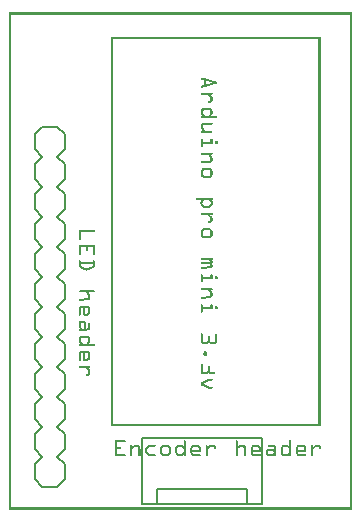
<source format=gto>
G04 MADE WITH FRITZING*
G04 WWW.FRITZING.ORG*
G04 DOUBLE SIDED*
G04 HOLES PLATED*
G04 CONTOUR ON CENTER OF CONTOUR VECTOR*
%ASAXBY*%
%FSLAX23Y23*%
%MOIN*%
%OFA0B0*%
%SFA1.0B1.0*%
%ADD10C,0.008000*%
%ADD11C,0.005000*%
%ADD12R,0.001000X0.001000*%
%LNSILK1*%
G90*
G70*
G54D10*
X162Y777D02*
X187Y752D01*
D02*
X187Y752D02*
X187Y702D01*
D02*
X187Y702D02*
X162Y677D01*
D02*
X112Y677D02*
X87Y702D01*
D02*
X87Y702D02*
X87Y752D01*
D02*
X87Y752D02*
X112Y777D01*
D02*
X187Y952D02*
X187Y902D01*
D02*
X187Y902D02*
X162Y877D01*
D02*
X112Y877D02*
X87Y902D01*
D02*
X162Y877D02*
X187Y852D01*
D02*
X187Y852D02*
X187Y802D01*
D02*
X187Y802D02*
X162Y777D01*
D02*
X112Y777D02*
X87Y802D01*
D02*
X87Y802D02*
X87Y852D01*
D02*
X87Y852D02*
X112Y877D01*
D02*
X162Y1077D02*
X187Y1052D01*
D02*
X187Y1052D02*
X187Y1002D01*
D02*
X187Y1002D02*
X162Y977D01*
D02*
X112Y977D02*
X87Y1002D01*
D02*
X87Y1002D02*
X87Y1052D01*
D02*
X87Y1052D02*
X112Y1077D01*
D02*
X187Y952D02*
X162Y977D01*
D02*
X112Y977D02*
X87Y952D01*
D02*
X87Y902D02*
X87Y952D01*
D02*
X187Y1252D02*
X187Y1202D01*
D02*
X187Y1202D02*
X162Y1177D01*
D02*
X112Y1177D02*
X87Y1202D01*
D02*
X162Y1177D02*
X187Y1152D01*
D02*
X187Y1152D02*
X187Y1102D01*
D02*
X187Y1102D02*
X162Y1077D01*
D02*
X112Y1077D02*
X87Y1102D01*
D02*
X87Y1102D02*
X87Y1152D01*
D02*
X87Y1152D02*
X112Y1177D01*
D02*
X162Y1277D02*
X112Y1277D01*
D02*
X187Y1252D02*
X162Y1277D01*
D02*
X112Y1277D02*
X87Y1252D01*
D02*
X87Y1202D02*
X87Y1252D01*
D02*
X162Y177D02*
X187Y152D01*
D02*
X187Y152D02*
X187Y102D01*
D02*
X187Y102D02*
X162Y77D01*
D02*
X112Y77D02*
X87Y102D01*
D02*
X87Y102D02*
X87Y152D01*
D02*
X87Y152D02*
X112Y177D01*
D02*
X187Y352D02*
X187Y302D01*
D02*
X187Y302D02*
X162Y277D01*
D02*
X112Y277D02*
X87Y302D01*
D02*
X162Y277D02*
X187Y252D01*
D02*
X187Y252D02*
X187Y202D01*
D02*
X187Y202D02*
X162Y177D01*
D02*
X112Y177D02*
X87Y202D01*
D02*
X87Y202D02*
X87Y252D01*
D02*
X87Y252D02*
X112Y277D01*
D02*
X162Y477D02*
X187Y452D01*
D02*
X187Y452D02*
X187Y402D01*
D02*
X187Y402D02*
X162Y377D01*
D02*
X112Y377D02*
X87Y402D01*
D02*
X87Y402D02*
X87Y452D01*
D02*
X87Y452D02*
X112Y477D01*
D02*
X187Y352D02*
X162Y377D01*
D02*
X112Y377D02*
X87Y352D01*
D02*
X87Y302D02*
X87Y352D01*
D02*
X187Y652D02*
X187Y602D01*
D02*
X187Y602D02*
X162Y577D01*
D02*
X112Y577D02*
X87Y602D01*
D02*
X162Y577D02*
X187Y552D01*
D02*
X187Y552D02*
X187Y502D01*
D02*
X187Y502D02*
X162Y477D01*
D02*
X112Y477D02*
X87Y502D01*
D02*
X87Y502D02*
X87Y552D01*
D02*
X87Y552D02*
X112Y577D01*
D02*
X187Y652D02*
X162Y677D01*
D02*
X112Y677D02*
X87Y652D01*
D02*
X87Y602D02*
X87Y652D01*
D02*
X162Y77D02*
X112Y77D01*
G54D11*
D02*
X445Y239D02*
X445Y19D01*
D02*
X845Y239D02*
X845Y19D01*
D02*
X845Y239D02*
X445Y239D01*
D02*
X845Y19D02*
X795Y19D01*
D02*
X795Y19D02*
X495Y19D01*
D02*
X495Y19D02*
X445Y19D01*
D02*
X495Y19D02*
X495Y69D01*
D02*
X495Y69D02*
X795Y69D01*
D02*
X795Y69D02*
X795Y19D01*
G54D12*
X0Y1657D02*
X1144Y1657D01*
X0Y1656D02*
X1144Y1656D01*
X0Y1655D02*
X1144Y1655D01*
X0Y1654D02*
X1144Y1654D01*
X0Y1653D02*
X1144Y1653D01*
X0Y1652D02*
X1144Y1652D01*
X0Y1651D02*
X1144Y1651D01*
X0Y1650D02*
X1144Y1650D01*
X0Y1649D02*
X7Y1649D01*
X1137Y1649D02*
X1144Y1649D01*
X0Y1648D02*
X7Y1648D01*
X1137Y1648D02*
X1144Y1648D01*
X0Y1647D02*
X7Y1647D01*
X1137Y1647D02*
X1144Y1647D01*
X0Y1646D02*
X7Y1646D01*
X1137Y1646D02*
X1144Y1646D01*
X0Y1645D02*
X7Y1645D01*
X1137Y1645D02*
X1144Y1645D01*
X0Y1644D02*
X7Y1644D01*
X1137Y1644D02*
X1144Y1644D01*
X0Y1643D02*
X7Y1643D01*
X1137Y1643D02*
X1144Y1643D01*
X0Y1642D02*
X7Y1642D01*
X1137Y1642D02*
X1144Y1642D01*
X0Y1641D02*
X7Y1641D01*
X1137Y1641D02*
X1144Y1641D01*
X0Y1640D02*
X7Y1640D01*
X1137Y1640D02*
X1144Y1640D01*
X0Y1639D02*
X7Y1639D01*
X1137Y1639D02*
X1144Y1639D01*
X0Y1638D02*
X7Y1638D01*
X1137Y1638D02*
X1144Y1638D01*
X0Y1637D02*
X7Y1637D01*
X1137Y1637D02*
X1144Y1637D01*
X0Y1636D02*
X7Y1636D01*
X1137Y1636D02*
X1144Y1636D01*
X0Y1635D02*
X7Y1635D01*
X1137Y1635D02*
X1144Y1635D01*
X0Y1634D02*
X7Y1634D01*
X1137Y1634D02*
X1144Y1634D01*
X0Y1633D02*
X7Y1633D01*
X1137Y1633D02*
X1144Y1633D01*
X0Y1632D02*
X7Y1632D01*
X1137Y1632D02*
X1144Y1632D01*
X0Y1631D02*
X7Y1631D01*
X1137Y1631D02*
X1144Y1631D01*
X0Y1630D02*
X7Y1630D01*
X1137Y1630D02*
X1144Y1630D01*
X0Y1629D02*
X7Y1629D01*
X1137Y1629D02*
X1144Y1629D01*
X0Y1628D02*
X7Y1628D01*
X1137Y1628D02*
X1144Y1628D01*
X0Y1627D02*
X7Y1627D01*
X1137Y1627D02*
X1144Y1627D01*
X0Y1626D02*
X7Y1626D01*
X1137Y1626D02*
X1144Y1626D01*
X0Y1625D02*
X7Y1625D01*
X1137Y1625D02*
X1144Y1625D01*
X0Y1624D02*
X7Y1624D01*
X1137Y1624D02*
X1144Y1624D01*
X0Y1623D02*
X7Y1623D01*
X1137Y1623D02*
X1144Y1623D01*
X0Y1622D02*
X7Y1622D01*
X1137Y1622D02*
X1144Y1622D01*
X0Y1621D02*
X7Y1621D01*
X1137Y1621D02*
X1144Y1621D01*
X0Y1620D02*
X7Y1620D01*
X1137Y1620D02*
X1144Y1620D01*
X0Y1619D02*
X7Y1619D01*
X1137Y1619D02*
X1144Y1619D01*
X0Y1618D02*
X7Y1618D01*
X1137Y1618D02*
X1144Y1618D01*
X0Y1617D02*
X7Y1617D01*
X1137Y1617D02*
X1144Y1617D01*
X0Y1616D02*
X7Y1616D01*
X1137Y1616D02*
X1144Y1616D01*
X0Y1615D02*
X7Y1615D01*
X1137Y1615D02*
X1144Y1615D01*
X0Y1614D02*
X7Y1614D01*
X1137Y1614D02*
X1144Y1614D01*
X0Y1613D02*
X7Y1613D01*
X1137Y1613D02*
X1144Y1613D01*
X0Y1612D02*
X7Y1612D01*
X1137Y1612D02*
X1144Y1612D01*
X0Y1611D02*
X7Y1611D01*
X1137Y1611D02*
X1144Y1611D01*
X0Y1610D02*
X7Y1610D01*
X1137Y1610D02*
X1144Y1610D01*
X0Y1609D02*
X7Y1609D01*
X1137Y1609D02*
X1144Y1609D01*
X0Y1608D02*
X7Y1608D01*
X1137Y1608D02*
X1144Y1608D01*
X0Y1607D02*
X7Y1607D01*
X1137Y1607D02*
X1144Y1607D01*
X0Y1606D02*
X7Y1606D01*
X1137Y1606D02*
X1144Y1606D01*
X0Y1605D02*
X7Y1605D01*
X1137Y1605D02*
X1144Y1605D01*
X0Y1604D02*
X7Y1604D01*
X1137Y1604D02*
X1144Y1604D01*
X0Y1603D02*
X7Y1603D01*
X1137Y1603D02*
X1144Y1603D01*
X0Y1602D02*
X7Y1602D01*
X1137Y1602D02*
X1144Y1602D01*
X0Y1601D02*
X7Y1601D01*
X1137Y1601D02*
X1144Y1601D01*
X0Y1600D02*
X7Y1600D01*
X1137Y1600D02*
X1144Y1600D01*
X0Y1599D02*
X7Y1599D01*
X1137Y1599D02*
X1144Y1599D01*
X0Y1598D02*
X7Y1598D01*
X1137Y1598D02*
X1144Y1598D01*
X0Y1597D02*
X7Y1597D01*
X1137Y1597D02*
X1144Y1597D01*
X0Y1596D02*
X7Y1596D01*
X1137Y1596D02*
X1144Y1596D01*
X0Y1595D02*
X7Y1595D01*
X1137Y1595D02*
X1144Y1595D01*
X0Y1594D02*
X7Y1594D01*
X1137Y1594D02*
X1144Y1594D01*
X0Y1593D02*
X7Y1593D01*
X1137Y1593D02*
X1144Y1593D01*
X0Y1592D02*
X7Y1592D01*
X1137Y1592D02*
X1144Y1592D01*
X0Y1591D02*
X7Y1591D01*
X1137Y1591D02*
X1144Y1591D01*
X0Y1590D02*
X7Y1590D01*
X1137Y1590D02*
X1144Y1590D01*
X0Y1589D02*
X7Y1589D01*
X1137Y1589D02*
X1144Y1589D01*
X0Y1588D02*
X7Y1588D01*
X1137Y1588D02*
X1144Y1588D01*
X0Y1587D02*
X7Y1587D01*
X1137Y1587D02*
X1144Y1587D01*
X0Y1586D02*
X7Y1586D01*
X1137Y1586D02*
X1144Y1586D01*
X0Y1585D02*
X7Y1585D01*
X1137Y1585D02*
X1144Y1585D01*
X0Y1584D02*
X7Y1584D01*
X1137Y1584D02*
X1144Y1584D01*
X0Y1583D02*
X7Y1583D01*
X1137Y1583D02*
X1144Y1583D01*
X0Y1582D02*
X7Y1582D01*
X1137Y1582D02*
X1144Y1582D01*
X0Y1581D02*
X7Y1581D01*
X1137Y1581D02*
X1144Y1581D01*
X0Y1580D02*
X7Y1580D01*
X1137Y1580D02*
X1144Y1580D01*
X0Y1579D02*
X7Y1579D01*
X1137Y1579D02*
X1144Y1579D01*
X0Y1578D02*
X7Y1578D01*
X1137Y1578D02*
X1144Y1578D01*
X0Y1577D02*
X7Y1577D01*
X1137Y1577D02*
X1144Y1577D01*
X0Y1576D02*
X7Y1576D01*
X340Y1576D02*
X1039Y1576D01*
X1137Y1576D02*
X1144Y1576D01*
X0Y1575D02*
X7Y1575D01*
X340Y1575D02*
X1039Y1575D01*
X1137Y1575D02*
X1144Y1575D01*
X0Y1574D02*
X7Y1574D01*
X340Y1574D02*
X1039Y1574D01*
X1137Y1574D02*
X1144Y1574D01*
X0Y1573D02*
X7Y1573D01*
X340Y1573D02*
X1039Y1573D01*
X1137Y1573D02*
X1144Y1573D01*
X0Y1572D02*
X7Y1572D01*
X340Y1572D02*
X1039Y1572D01*
X1137Y1572D02*
X1144Y1572D01*
X0Y1571D02*
X7Y1571D01*
X340Y1571D02*
X1039Y1571D01*
X1137Y1571D02*
X1144Y1571D01*
X0Y1570D02*
X7Y1570D01*
X340Y1570D02*
X1039Y1570D01*
X1137Y1570D02*
X1144Y1570D01*
X0Y1569D02*
X7Y1569D01*
X340Y1569D02*
X1039Y1569D01*
X1137Y1569D02*
X1144Y1569D01*
X0Y1568D02*
X7Y1568D01*
X340Y1568D02*
X347Y1568D01*
X1032Y1568D02*
X1039Y1568D01*
X1137Y1568D02*
X1144Y1568D01*
X0Y1567D02*
X7Y1567D01*
X340Y1567D02*
X347Y1567D01*
X1032Y1567D02*
X1039Y1567D01*
X1137Y1567D02*
X1144Y1567D01*
X0Y1566D02*
X7Y1566D01*
X340Y1566D02*
X347Y1566D01*
X1032Y1566D02*
X1039Y1566D01*
X1137Y1566D02*
X1144Y1566D01*
X0Y1565D02*
X7Y1565D01*
X340Y1565D02*
X347Y1565D01*
X1032Y1565D02*
X1039Y1565D01*
X1137Y1565D02*
X1144Y1565D01*
X0Y1564D02*
X7Y1564D01*
X340Y1564D02*
X347Y1564D01*
X1032Y1564D02*
X1039Y1564D01*
X1137Y1564D02*
X1144Y1564D01*
X0Y1563D02*
X7Y1563D01*
X340Y1563D02*
X347Y1563D01*
X1032Y1563D02*
X1039Y1563D01*
X1137Y1563D02*
X1144Y1563D01*
X0Y1562D02*
X7Y1562D01*
X340Y1562D02*
X347Y1562D01*
X1032Y1562D02*
X1039Y1562D01*
X1137Y1562D02*
X1144Y1562D01*
X0Y1561D02*
X7Y1561D01*
X340Y1561D02*
X347Y1561D01*
X1032Y1561D02*
X1039Y1561D01*
X1137Y1561D02*
X1144Y1561D01*
X0Y1560D02*
X7Y1560D01*
X340Y1560D02*
X347Y1560D01*
X1032Y1560D02*
X1039Y1560D01*
X1137Y1560D02*
X1144Y1560D01*
X0Y1559D02*
X7Y1559D01*
X340Y1559D02*
X347Y1559D01*
X1032Y1559D02*
X1039Y1559D01*
X1137Y1559D02*
X1144Y1559D01*
X0Y1558D02*
X7Y1558D01*
X340Y1558D02*
X347Y1558D01*
X1032Y1558D02*
X1039Y1558D01*
X1137Y1558D02*
X1144Y1558D01*
X0Y1557D02*
X7Y1557D01*
X340Y1557D02*
X347Y1557D01*
X1032Y1557D02*
X1039Y1557D01*
X1137Y1557D02*
X1144Y1557D01*
X0Y1556D02*
X7Y1556D01*
X340Y1556D02*
X347Y1556D01*
X1032Y1556D02*
X1039Y1556D01*
X1137Y1556D02*
X1144Y1556D01*
X0Y1555D02*
X7Y1555D01*
X340Y1555D02*
X347Y1555D01*
X1032Y1555D02*
X1039Y1555D01*
X1137Y1555D02*
X1144Y1555D01*
X0Y1554D02*
X7Y1554D01*
X340Y1554D02*
X347Y1554D01*
X1032Y1554D02*
X1039Y1554D01*
X1137Y1554D02*
X1144Y1554D01*
X0Y1553D02*
X7Y1553D01*
X340Y1553D02*
X347Y1553D01*
X1032Y1553D02*
X1039Y1553D01*
X1137Y1553D02*
X1144Y1553D01*
X0Y1552D02*
X7Y1552D01*
X340Y1552D02*
X347Y1552D01*
X1032Y1552D02*
X1039Y1552D01*
X1137Y1552D02*
X1144Y1552D01*
X0Y1551D02*
X7Y1551D01*
X340Y1551D02*
X347Y1551D01*
X1032Y1551D02*
X1039Y1551D01*
X1137Y1551D02*
X1144Y1551D01*
X0Y1550D02*
X7Y1550D01*
X340Y1550D02*
X347Y1550D01*
X1032Y1550D02*
X1039Y1550D01*
X1137Y1550D02*
X1144Y1550D01*
X0Y1549D02*
X7Y1549D01*
X340Y1549D02*
X347Y1549D01*
X1032Y1549D02*
X1039Y1549D01*
X1137Y1549D02*
X1144Y1549D01*
X0Y1548D02*
X7Y1548D01*
X340Y1548D02*
X347Y1548D01*
X1032Y1548D02*
X1039Y1548D01*
X1137Y1548D02*
X1144Y1548D01*
X0Y1547D02*
X7Y1547D01*
X340Y1547D02*
X347Y1547D01*
X1032Y1547D02*
X1039Y1547D01*
X1137Y1547D02*
X1144Y1547D01*
X0Y1546D02*
X7Y1546D01*
X340Y1546D02*
X347Y1546D01*
X1032Y1546D02*
X1039Y1546D01*
X1137Y1546D02*
X1144Y1546D01*
X0Y1545D02*
X7Y1545D01*
X340Y1545D02*
X347Y1545D01*
X1032Y1545D02*
X1039Y1545D01*
X1137Y1545D02*
X1144Y1545D01*
X0Y1544D02*
X7Y1544D01*
X340Y1544D02*
X347Y1544D01*
X1032Y1544D02*
X1039Y1544D01*
X1137Y1544D02*
X1144Y1544D01*
X0Y1543D02*
X7Y1543D01*
X340Y1543D02*
X347Y1543D01*
X1032Y1543D02*
X1039Y1543D01*
X1137Y1543D02*
X1144Y1543D01*
X0Y1542D02*
X7Y1542D01*
X340Y1542D02*
X347Y1542D01*
X1032Y1542D02*
X1039Y1542D01*
X1137Y1542D02*
X1144Y1542D01*
X0Y1541D02*
X7Y1541D01*
X340Y1541D02*
X347Y1541D01*
X1032Y1541D02*
X1039Y1541D01*
X1137Y1541D02*
X1144Y1541D01*
X0Y1540D02*
X7Y1540D01*
X340Y1540D02*
X347Y1540D01*
X1032Y1540D02*
X1039Y1540D01*
X1137Y1540D02*
X1144Y1540D01*
X0Y1539D02*
X7Y1539D01*
X340Y1539D02*
X347Y1539D01*
X1032Y1539D02*
X1039Y1539D01*
X1137Y1539D02*
X1144Y1539D01*
X0Y1538D02*
X7Y1538D01*
X340Y1538D02*
X347Y1538D01*
X1032Y1538D02*
X1039Y1538D01*
X1137Y1538D02*
X1144Y1538D01*
X0Y1537D02*
X7Y1537D01*
X340Y1537D02*
X347Y1537D01*
X1032Y1537D02*
X1039Y1537D01*
X1137Y1537D02*
X1144Y1537D01*
X0Y1536D02*
X7Y1536D01*
X340Y1536D02*
X347Y1536D01*
X1032Y1536D02*
X1039Y1536D01*
X1137Y1536D02*
X1144Y1536D01*
X0Y1535D02*
X7Y1535D01*
X340Y1535D02*
X347Y1535D01*
X1032Y1535D02*
X1039Y1535D01*
X1137Y1535D02*
X1144Y1535D01*
X0Y1534D02*
X7Y1534D01*
X340Y1534D02*
X347Y1534D01*
X1032Y1534D02*
X1039Y1534D01*
X1137Y1534D02*
X1144Y1534D01*
X0Y1533D02*
X7Y1533D01*
X340Y1533D02*
X347Y1533D01*
X1032Y1533D02*
X1039Y1533D01*
X1137Y1533D02*
X1144Y1533D01*
X0Y1532D02*
X7Y1532D01*
X340Y1532D02*
X347Y1532D01*
X1032Y1532D02*
X1039Y1532D01*
X1137Y1532D02*
X1144Y1532D01*
X0Y1531D02*
X7Y1531D01*
X340Y1531D02*
X347Y1531D01*
X1032Y1531D02*
X1039Y1531D01*
X1137Y1531D02*
X1144Y1531D01*
X0Y1530D02*
X7Y1530D01*
X340Y1530D02*
X347Y1530D01*
X1032Y1530D02*
X1039Y1530D01*
X1137Y1530D02*
X1144Y1530D01*
X0Y1529D02*
X7Y1529D01*
X340Y1529D02*
X347Y1529D01*
X1032Y1529D02*
X1039Y1529D01*
X1137Y1529D02*
X1144Y1529D01*
X0Y1528D02*
X7Y1528D01*
X340Y1528D02*
X347Y1528D01*
X1032Y1528D02*
X1039Y1528D01*
X1137Y1528D02*
X1144Y1528D01*
X0Y1527D02*
X7Y1527D01*
X340Y1527D02*
X347Y1527D01*
X1032Y1527D02*
X1039Y1527D01*
X1137Y1527D02*
X1144Y1527D01*
X0Y1526D02*
X7Y1526D01*
X340Y1526D02*
X347Y1526D01*
X1032Y1526D02*
X1039Y1526D01*
X1137Y1526D02*
X1144Y1526D01*
X0Y1525D02*
X7Y1525D01*
X340Y1525D02*
X347Y1525D01*
X1032Y1525D02*
X1039Y1525D01*
X1137Y1525D02*
X1144Y1525D01*
X0Y1524D02*
X7Y1524D01*
X340Y1524D02*
X347Y1524D01*
X1032Y1524D02*
X1039Y1524D01*
X1137Y1524D02*
X1144Y1524D01*
X0Y1523D02*
X7Y1523D01*
X340Y1523D02*
X347Y1523D01*
X1032Y1523D02*
X1039Y1523D01*
X1137Y1523D02*
X1144Y1523D01*
X0Y1522D02*
X7Y1522D01*
X340Y1522D02*
X347Y1522D01*
X1032Y1522D02*
X1039Y1522D01*
X1137Y1522D02*
X1144Y1522D01*
X0Y1521D02*
X7Y1521D01*
X340Y1521D02*
X347Y1521D01*
X1032Y1521D02*
X1039Y1521D01*
X1137Y1521D02*
X1144Y1521D01*
X0Y1520D02*
X7Y1520D01*
X340Y1520D02*
X347Y1520D01*
X1032Y1520D02*
X1039Y1520D01*
X1137Y1520D02*
X1144Y1520D01*
X0Y1519D02*
X7Y1519D01*
X340Y1519D02*
X347Y1519D01*
X1032Y1519D02*
X1039Y1519D01*
X1137Y1519D02*
X1144Y1519D01*
X0Y1518D02*
X7Y1518D01*
X340Y1518D02*
X347Y1518D01*
X1032Y1518D02*
X1039Y1518D01*
X1137Y1518D02*
X1144Y1518D01*
X0Y1517D02*
X7Y1517D01*
X340Y1517D02*
X347Y1517D01*
X1032Y1517D02*
X1039Y1517D01*
X1137Y1517D02*
X1144Y1517D01*
X0Y1516D02*
X7Y1516D01*
X340Y1516D02*
X347Y1516D01*
X1032Y1516D02*
X1039Y1516D01*
X1137Y1516D02*
X1144Y1516D01*
X0Y1515D02*
X7Y1515D01*
X340Y1515D02*
X347Y1515D01*
X1032Y1515D02*
X1039Y1515D01*
X1137Y1515D02*
X1144Y1515D01*
X0Y1514D02*
X7Y1514D01*
X340Y1514D02*
X347Y1514D01*
X1032Y1514D02*
X1039Y1514D01*
X1137Y1514D02*
X1144Y1514D01*
X0Y1513D02*
X7Y1513D01*
X340Y1513D02*
X347Y1513D01*
X1032Y1513D02*
X1039Y1513D01*
X1137Y1513D02*
X1144Y1513D01*
X0Y1512D02*
X7Y1512D01*
X340Y1512D02*
X347Y1512D01*
X1032Y1512D02*
X1039Y1512D01*
X1137Y1512D02*
X1144Y1512D01*
X0Y1511D02*
X7Y1511D01*
X340Y1511D02*
X347Y1511D01*
X1032Y1511D02*
X1039Y1511D01*
X1137Y1511D02*
X1144Y1511D01*
X0Y1510D02*
X7Y1510D01*
X340Y1510D02*
X347Y1510D01*
X1032Y1510D02*
X1039Y1510D01*
X1137Y1510D02*
X1144Y1510D01*
X0Y1509D02*
X7Y1509D01*
X340Y1509D02*
X347Y1509D01*
X1032Y1509D02*
X1039Y1509D01*
X1137Y1509D02*
X1144Y1509D01*
X0Y1508D02*
X7Y1508D01*
X340Y1508D02*
X347Y1508D01*
X1032Y1508D02*
X1039Y1508D01*
X1137Y1508D02*
X1144Y1508D01*
X0Y1507D02*
X7Y1507D01*
X340Y1507D02*
X347Y1507D01*
X1032Y1507D02*
X1039Y1507D01*
X1137Y1507D02*
X1144Y1507D01*
X0Y1506D02*
X7Y1506D01*
X340Y1506D02*
X347Y1506D01*
X1032Y1506D02*
X1039Y1506D01*
X1137Y1506D02*
X1144Y1506D01*
X0Y1505D02*
X7Y1505D01*
X340Y1505D02*
X347Y1505D01*
X1032Y1505D02*
X1039Y1505D01*
X1137Y1505D02*
X1144Y1505D01*
X0Y1504D02*
X7Y1504D01*
X340Y1504D02*
X347Y1504D01*
X1032Y1504D02*
X1039Y1504D01*
X1137Y1504D02*
X1144Y1504D01*
X0Y1503D02*
X7Y1503D01*
X340Y1503D02*
X347Y1503D01*
X1032Y1503D02*
X1039Y1503D01*
X1137Y1503D02*
X1144Y1503D01*
X0Y1502D02*
X7Y1502D01*
X340Y1502D02*
X347Y1502D01*
X1032Y1502D02*
X1039Y1502D01*
X1137Y1502D02*
X1144Y1502D01*
X0Y1501D02*
X7Y1501D01*
X340Y1501D02*
X347Y1501D01*
X1032Y1501D02*
X1039Y1501D01*
X1137Y1501D02*
X1144Y1501D01*
X0Y1500D02*
X7Y1500D01*
X340Y1500D02*
X347Y1500D01*
X1032Y1500D02*
X1039Y1500D01*
X1137Y1500D02*
X1144Y1500D01*
X0Y1499D02*
X7Y1499D01*
X340Y1499D02*
X347Y1499D01*
X1032Y1499D02*
X1039Y1499D01*
X1137Y1499D02*
X1144Y1499D01*
X0Y1498D02*
X7Y1498D01*
X340Y1498D02*
X347Y1498D01*
X1032Y1498D02*
X1039Y1498D01*
X1137Y1498D02*
X1144Y1498D01*
X0Y1497D02*
X7Y1497D01*
X340Y1497D02*
X347Y1497D01*
X1032Y1497D02*
X1039Y1497D01*
X1137Y1497D02*
X1144Y1497D01*
X0Y1496D02*
X7Y1496D01*
X340Y1496D02*
X347Y1496D01*
X1032Y1496D02*
X1039Y1496D01*
X1137Y1496D02*
X1144Y1496D01*
X0Y1495D02*
X7Y1495D01*
X340Y1495D02*
X347Y1495D01*
X1032Y1495D02*
X1039Y1495D01*
X1137Y1495D02*
X1144Y1495D01*
X0Y1494D02*
X7Y1494D01*
X340Y1494D02*
X347Y1494D01*
X1032Y1494D02*
X1039Y1494D01*
X1137Y1494D02*
X1144Y1494D01*
X0Y1493D02*
X7Y1493D01*
X340Y1493D02*
X347Y1493D01*
X1032Y1493D02*
X1039Y1493D01*
X1137Y1493D02*
X1144Y1493D01*
X0Y1492D02*
X7Y1492D01*
X340Y1492D02*
X347Y1492D01*
X1032Y1492D02*
X1039Y1492D01*
X1137Y1492D02*
X1144Y1492D01*
X0Y1491D02*
X7Y1491D01*
X340Y1491D02*
X347Y1491D01*
X1032Y1491D02*
X1039Y1491D01*
X1137Y1491D02*
X1144Y1491D01*
X0Y1490D02*
X7Y1490D01*
X340Y1490D02*
X347Y1490D01*
X1032Y1490D02*
X1039Y1490D01*
X1137Y1490D02*
X1144Y1490D01*
X0Y1489D02*
X7Y1489D01*
X340Y1489D02*
X347Y1489D01*
X1032Y1489D02*
X1039Y1489D01*
X1137Y1489D02*
X1144Y1489D01*
X0Y1488D02*
X7Y1488D01*
X340Y1488D02*
X347Y1488D01*
X1032Y1488D02*
X1039Y1488D01*
X1137Y1488D02*
X1144Y1488D01*
X0Y1487D02*
X7Y1487D01*
X340Y1487D02*
X347Y1487D01*
X1032Y1487D02*
X1039Y1487D01*
X1137Y1487D02*
X1144Y1487D01*
X0Y1486D02*
X7Y1486D01*
X340Y1486D02*
X347Y1486D01*
X1032Y1486D02*
X1039Y1486D01*
X1137Y1486D02*
X1144Y1486D01*
X0Y1485D02*
X7Y1485D01*
X340Y1485D02*
X347Y1485D01*
X1032Y1485D02*
X1039Y1485D01*
X1137Y1485D02*
X1144Y1485D01*
X0Y1484D02*
X7Y1484D01*
X340Y1484D02*
X347Y1484D01*
X1032Y1484D02*
X1039Y1484D01*
X1137Y1484D02*
X1144Y1484D01*
X0Y1483D02*
X7Y1483D01*
X340Y1483D02*
X347Y1483D01*
X1032Y1483D02*
X1039Y1483D01*
X1137Y1483D02*
X1144Y1483D01*
X0Y1482D02*
X7Y1482D01*
X340Y1482D02*
X347Y1482D01*
X1032Y1482D02*
X1039Y1482D01*
X1137Y1482D02*
X1144Y1482D01*
X0Y1481D02*
X7Y1481D01*
X340Y1481D02*
X347Y1481D01*
X1032Y1481D02*
X1039Y1481D01*
X1137Y1481D02*
X1144Y1481D01*
X0Y1480D02*
X7Y1480D01*
X340Y1480D02*
X347Y1480D01*
X1032Y1480D02*
X1039Y1480D01*
X1137Y1480D02*
X1144Y1480D01*
X0Y1479D02*
X7Y1479D01*
X340Y1479D02*
X347Y1479D01*
X1032Y1479D02*
X1039Y1479D01*
X1137Y1479D02*
X1144Y1479D01*
X0Y1478D02*
X7Y1478D01*
X340Y1478D02*
X347Y1478D01*
X1032Y1478D02*
X1039Y1478D01*
X1137Y1478D02*
X1144Y1478D01*
X0Y1477D02*
X7Y1477D01*
X340Y1477D02*
X347Y1477D01*
X1032Y1477D02*
X1039Y1477D01*
X1137Y1477D02*
X1144Y1477D01*
X0Y1476D02*
X7Y1476D01*
X340Y1476D02*
X347Y1476D01*
X1032Y1476D02*
X1039Y1476D01*
X1137Y1476D02*
X1144Y1476D01*
X0Y1475D02*
X7Y1475D01*
X340Y1475D02*
X347Y1475D01*
X1032Y1475D02*
X1039Y1475D01*
X1137Y1475D02*
X1144Y1475D01*
X0Y1474D02*
X7Y1474D01*
X340Y1474D02*
X347Y1474D01*
X1032Y1474D02*
X1039Y1474D01*
X1137Y1474D02*
X1144Y1474D01*
X0Y1473D02*
X7Y1473D01*
X340Y1473D02*
X347Y1473D01*
X1032Y1473D02*
X1039Y1473D01*
X1137Y1473D02*
X1144Y1473D01*
X0Y1472D02*
X7Y1472D01*
X340Y1472D02*
X347Y1472D01*
X1032Y1472D02*
X1039Y1472D01*
X1137Y1472D02*
X1144Y1472D01*
X0Y1471D02*
X7Y1471D01*
X340Y1471D02*
X347Y1471D01*
X1032Y1471D02*
X1039Y1471D01*
X1137Y1471D02*
X1144Y1471D01*
X0Y1470D02*
X7Y1470D01*
X340Y1470D02*
X347Y1470D01*
X1032Y1470D02*
X1039Y1470D01*
X1137Y1470D02*
X1144Y1470D01*
X0Y1469D02*
X7Y1469D01*
X340Y1469D02*
X347Y1469D01*
X1032Y1469D02*
X1039Y1469D01*
X1137Y1469D02*
X1144Y1469D01*
X0Y1468D02*
X7Y1468D01*
X340Y1468D02*
X347Y1468D01*
X1032Y1468D02*
X1039Y1468D01*
X1137Y1468D02*
X1144Y1468D01*
X0Y1467D02*
X7Y1467D01*
X340Y1467D02*
X347Y1467D01*
X1032Y1467D02*
X1039Y1467D01*
X1137Y1467D02*
X1144Y1467D01*
X0Y1466D02*
X7Y1466D01*
X340Y1466D02*
X347Y1466D01*
X1032Y1466D02*
X1039Y1466D01*
X1137Y1466D02*
X1144Y1466D01*
X0Y1465D02*
X7Y1465D01*
X340Y1465D02*
X347Y1465D01*
X1032Y1465D02*
X1039Y1465D01*
X1137Y1465D02*
X1144Y1465D01*
X0Y1464D02*
X7Y1464D01*
X340Y1464D02*
X347Y1464D01*
X1032Y1464D02*
X1039Y1464D01*
X1137Y1464D02*
X1144Y1464D01*
X0Y1463D02*
X7Y1463D01*
X340Y1463D02*
X347Y1463D01*
X1032Y1463D02*
X1039Y1463D01*
X1137Y1463D02*
X1144Y1463D01*
X0Y1462D02*
X7Y1462D01*
X340Y1462D02*
X347Y1462D01*
X1032Y1462D02*
X1039Y1462D01*
X1137Y1462D02*
X1144Y1462D01*
X0Y1461D02*
X7Y1461D01*
X340Y1461D02*
X347Y1461D01*
X1032Y1461D02*
X1039Y1461D01*
X1137Y1461D02*
X1144Y1461D01*
X0Y1460D02*
X7Y1460D01*
X340Y1460D02*
X347Y1460D01*
X1032Y1460D02*
X1039Y1460D01*
X1137Y1460D02*
X1144Y1460D01*
X0Y1459D02*
X7Y1459D01*
X340Y1459D02*
X347Y1459D01*
X1032Y1459D02*
X1039Y1459D01*
X1137Y1459D02*
X1144Y1459D01*
X0Y1458D02*
X7Y1458D01*
X340Y1458D02*
X347Y1458D01*
X1032Y1458D02*
X1039Y1458D01*
X1137Y1458D02*
X1144Y1458D01*
X0Y1457D02*
X7Y1457D01*
X340Y1457D02*
X347Y1457D01*
X1032Y1457D02*
X1039Y1457D01*
X1137Y1457D02*
X1144Y1457D01*
X0Y1456D02*
X7Y1456D01*
X340Y1456D02*
X347Y1456D01*
X1032Y1456D02*
X1039Y1456D01*
X1137Y1456D02*
X1144Y1456D01*
X0Y1455D02*
X7Y1455D01*
X340Y1455D02*
X347Y1455D01*
X1032Y1455D02*
X1039Y1455D01*
X1137Y1455D02*
X1144Y1455D01*
X0Y1454D02*
X7Y1454D01*
X340Y1454D02*
X347Y1454D01*
X1032Y1454D02*
X1039Y1454D01*
X1137Y1454D02*
X1144Y1454D01*
X0Y1453D02*
X7Y1453D01*
X340Y1453D02*
X347Y1453D01*
X1032Y1453D02*
X1039Y1453D01*
X1137Y1453D02*
X1144Y1453D01*
X0Y1452D02*
X7Y1452D01*
X340Y1452D02*
X347Y1452D01*
X1032Y1452D02*
X1039Y1452D01*
X1137Y1452D02*
X1144Y1452D01*
X0Y1451D02*
X7Y1451D01*
X340Y1451D02*
X347Y1451D01*
X1032Y1451D02*
X1039Y1451D01*
X1137Y1451D02*
X1144Y1451D01*
X0Y1450D02*
X7Y1450D01*
X340Y1450D02*
X347Y1450D01*
X1032Y1450D02*
X1039Y1450D01*
X1137Y1450D02*
X1144Y1450D01*
X0Y1449D02*
X7Y1449D01*
X340Y1449D02*
X347Y1449D01*
X1032Y1449D02*
X1039Y1449D01*
X1137Y1449D02*
X1144Y1449D01*
X0Y1448D02*
X7Y1448D01*
X340Y1448D02*
X347Y1448D01*
X1032Y1448D02*
X1039Y1448D01*
X1137Y1448D02*
X1144Y1448D01*
X0Y1447D02*
X7Y1447D01*
X340Y1447D02*
X347Y1447D01*
X1032Y1447D02*
X1039Y1447D01*
X1137Y1447D02*
X1144Y1447D01*
X0Y1446D02*
X7Y1446D01*
X340Y1446D02*
X347Y1446D01*
X1032Y1446D02*
X1039Y1446D01*
X1137Y1446D02*
X1144Y1446D01*
X0Y1445D02*
X7Y1445D01*
X340Y1445D02*
X347Y1445D01*
X1032Y1445D02*
X1039Y1445D01*
X1137Y1445D02*
X1144Y1445D01*
X0Y1444D02*
X7Y1444D01*
X340Y1444D02*
X347Y1444D01*
X1032Y1444D02*
X1039Y1444D01*
X1137Y1444D02*
X1144Y1444D01*
X0Y1443D02*
X7Y1443D01*
X340Y1443D02*
X347Y1443D01*
X1032Y1443D02*
X1039Y1443D01*
X1137Y1443D02*
X1144Y1443D01*
X0Y1442D02*
X7Y1442D01*
X340Y1442D02*
X347Y1442D01*
X1032Y1442D02*
X1039Y1442D01*
X1137Y1442D02*
X1144Y1442D01*
X0Y1441D02*
X7Y1441D01*
X340Y1441D02*
X347Y1441D01*
X1032Y1441D02*
X1039Y1441D01*
X1137Y1441D02*
X1144Y1441D01*
X0Y1440D02*
X7Y1440D01*
X340Y1440D02*
X347Y1440D01*
X642Y1440D02*
X646Y1440D01*
X1032Y1440D02*
X1039Y1440D01*
X1137Y1440D02*
X1144Y1440D01*
X0Y1439D02*
X7Y1439D01*
X340Y1439D02*
X347Y1439D01*
X641Y1439D02*
X650Y1439D01*
X1032Y1439D02*
X1039Y1439D01*
X1137Y1439D02*
X1144Y1439D01*
X0Y1438D02*
X7Y1438D01*
X340Y1438D02*
X347Y1438D01*
X641Y1438D02*
X653Y1438D01*
X1032Y1438D02*
X1039Y1438D01*
X1137Y1438D02*
X1144Y1438D01*
X0Y1437D02*
X7Y1437D01*
X340Y1437D02*
X347Y1437D01*
X641Y1437D02*
X657Y1437D01*
X1032Y1437D02*
X1039Y1437D01*
X1137Y1437D02*
X1144Y1437D01*
X0Y1436D02*
X7Y1436D01*
X340Y1436D02*
X347Y1436D01*
X641Y1436D02*
X660Y1436D01*
X1032Y1436D02*
X1039Y1436D01*
X1137Y1436D02*
X1144Y1436D01*
X0Y1435D02*
X7Y1435D01*
X340Y1435D02*
X347Y1435D01*
X642Y1435D02*
X663Y1435D01*
X1032Y1435D02*
X1039Y1435D01*
X1137Y1435D02*
X1144Y1435D01*
X0Y1434D02*
X7Y1434D01*
X340Y1434D02*
X347Y1434D01*
X643Y1434D02*
X667Y1434D01*
X1032Y1434D02*
X1039Y1434D01*
X1137Y1434D02*
X1144Y1434D01*
X0Y1433D02*
X7Y1433D01*
X340Y1433D02*
X347Y1433D01*
X646Y1433D02*
X670Y1433D01*
X1032Y1433D02*
X1039Y1433D01*
X1137Y1433D02*
X1144Y1433D01*
X0Y1432D02*
X7Y1432D01*
X340Y1432D02*
X347Y1432D01*
X650Y1432D02*
X674Y1432D01*
X1032Y1432D02*
X1039Y1432D01*
X1137Y1432D02*
X1144Y1432D01*
X0Y1431D02*
X7Y1431D01*
X340Y1431D02*
X347Y1431D01*
X652Y1431D02*
X677Y1431D01*
X1032Y1431D02*
X1039Y1431D01*
X1137Y1431D02*
X1144Y1431D01*
X0Y1430D02*
X7Y1430D01*
X340Y1430D02*
X347Y1430D01*
X652Y1430D02*
X680Y1430D01*
X1032Y1430D02*
X1039Y1430D01*
X1137Y1430D02*
X1144Y1430D01*
X0Y1429D02*
X7Y1429D01*
X340Y1429D02*
X347Y1429D01*
X652Y1429D02*
X684Y1429D01*
X1032Y1429D02*
X1039Y1429D01*
X1137Y1429D02*
X1144Y1429D01*
X0Y1428D02*
X7Y1428D01*
X340Y1428D02*
X347Y1428D01*
X652Y1428D02*
X658Y1428D01*
X663Y1428D02*
X687Y1428D01*
X1032Y1428D02*
X1039Y1428D01*
X1137Y1428D02*
X1144Y1428D01*
X0Y1427D02*
X7Y1427D01*
X340Y1427D02*
X347Y1427D01*
X652Y1427D02*
X658Y1427D01*
X667Y1427D02*
X691Y1427D01*
X1032Y1427D02*
X1039Y1427D01*
X1137Y1427D02*
X1144Y1427D01*
X0Y1426D02*
X7Y1426D01*
X340Y1426D02*
X347Y1426D01*
X652Y1426D02*
X658Y1426D01*
X670Y1426D02*
X693Y1426D01*
X1032Y1426D02*
X1039Y1426D01*
X1137Y1426D02*
X1144Y1426D01*
X0Y1425D02*
X7Y1425D01*
X340Y1425D02*
X347Y1425D01*
X652Y1425D02*
X658Y1425D01*
X674Y1425D02*
X693Y1425D01*
X1032Y1425D02*
X1039Y1425D01*
X1137Y1425D02*
X1144Y1425D01*
X0Y1424D02*
X7Y1424D01*
X340Y1424D02*
X347Y1424D01*
X652Y1424D02*
X658Y1424D01*
X677Y1424D02*
X694Y1424D01*
X1032Y1424D02*
X1039Y1424D01*
X1137Y1424D02*
X1144Y1424D01*
X0Y1423D02*
X7Y1423D01*
X340Y1423D02*
X347Y1423D01*
X652Y1423D02*
X658Y1423D01*
X677Y1423D02*
X694Y1423D01*
X1032Y1423D02*
X1039Y1423D01*
X1137Y1423D02*
X1144Y1423D01*
X0Y1422D02*
X7Y1422D01*
X340Y1422D02*
X347Y1422D01*
X652Y1422D02*
X658Y1422D01*
X674Y1422D02*
X693Y1422D01*
X1032Y1422D02*
X1039Y1422D01*
X1137Y1422D02*
X1144Y1422D01*
X0Y1421D02*
X7Y1421D01*
X340Y1421D02*
X347Y1421D01*
X652Y1421D02*
X658Y1421D01*
X670Y1421D02*
X693Y1421D01*
X1032Y1421D02*
X1039Y1421D01*
X1137Y1421D02*
X1144Y1421D01*
X0Y1420D02*
X7Y1420D01*
X340Y1420D02*
X347Y1420D01*
X652Y1420D02*
X658Y1420D01*
X667Y1420D02*
X691Y1420D01*
X1032Y1420D02*
X1039Y1420D01*
X1137Y1420D02*
X1144Y1420D01*
X0Y1419D02*
X7Y1419D01*
X340Y1419D02*
X347Y1419D01*
X652Y1419D02*
X658Y1419D01*
X663Y1419D02*
X687Y1419D01*
X1032Y1419D02*
X1039Y1419D01*
X1137Y1419D02*
X1144Y1419D01*
X0Y1418D02*
X7Y1418D01*
X340Y1418D02*
X347Y1418D01*
X652Y1418D02*
X684Y1418D01*
X1032Y1418D02*
X1039Y1418D01*
X1137Y1418D02*
X1144Y1418D01*
X0Y1417D02*
X7Y1417D01*
X340Y1417D02*
X347Y1417D01*
X652Y1417D02*
X681Y1417D01*
X1032Y1417D02*
X1039Y1417D01*
X1137Y1417D02*
X1144Y1417D01*
X0Y1416D02*
X7Y1416D01*
X340Y1416D02*
X347Y1416D01*
X652Y1416D02*
X677Y1416D01*
X1032Y1416D02*
X1039Y1416D01*
X1137Y1416D02*
X1144Y1416D01*
X0Y1415D02*
X7Y1415D01*
X340Y1415D02*
X347Y1415D01*
X650Y1415D02*
X674Y1415D01*
X1032Y1415D02*
X1039Y1415D01*
X1137Y1415D02*
X1144Y1415D01*
X0Y1414D02*
X7Y1414D01*
X340Y1414D02*
X347Y1414D01*
X646Y1414D02*
X670Y1414D01*
X1032Y1414D02*
X1039Y1414D01*
X1137Y1414D02*
X1144Y1414D01*
X0Y1413D02*
X7Y1413D01*
X340Y1413D02*
X347Y1413D01*
X643Y1413D02*
X667Y1413D01*
X1032Y1413D02*
X1039Y1413D01*
X1137Y1413D02*
X1144Y1413D01*
X0Y1412D02*
X7Y1412D01*
X340Y1412D02*
X347Y1412D01*
X642Y1412D02*
X663Y1412D01*
X1032Y1412D02*
X1039Y1412D01*
X1137Y1412D02*
X1144Y1412D01*
X0Y1411D02*
X7Y1411D01*
X340Y1411D02*
X347Y1411D01*
X641Y1411D02*
X660Y1411D01*
X1032Y1411D02*
X1039Y1411D01*
X1137Y1411D02*
X1144Y1411D01*
X0Y1410D02*
X7Y1410D01*
X340Y1410D02*
X347Y1410D01*
X641Y1410D02*
X657Y1410D01*
X1032Y1410D02*
X1039Y1410D01*
X1137Y1410D02*
X1144Y1410D01*
X0Y1409D02*
X7Y1409D01*
X340Y1409D02*
X347Y1409D01*
X641Y1409D02*
X653Y1409D01*
X1032Y1409D02*
X1039Y1409D01*
X1137Y1409D02*
X1144Y1409D01*
X0Y1408D02*
X7Y1408D01*
X340Y1408D02*
X347Y1408D01*
X641Y1408D02*
X650Y1408D01*
X1032Y1408D02*
X1039Y1408D01*
X1137Y1408D02*
X1144Y1408D01*
X0Y1407D02*
X7Y1407D01*
X340Y1407D02*
X347Y1407D01*
X642Y1407D02*
X646Y1407D01*
X1032Y1407D02*
X1039Y1407D01*
X1137Y1407D02*
X1144Y1407D01*
X0Y1406D02*
X7Y1406D01*
X340Y1406D02*
X347Y1406D01*
X1032Y1406D02*
X1039Y1406D01*
X1137Y1406D02*
X1144Y1406D01*
X0Y1405D02*
X7Y1405D01*
X340Y1405D02*
X347Y1405D01*
X1032Y1405D02*
X1039Y1405D01*
X1137Y1405D02*
X1144Y1405D01*
X0Y1404D02*
X7Y1404D01*
X340Y1404D02*
X347Y1404D01*
X1032Y1404D02*
X1039Y1404D01*
X1137Y1404D02*
X1144Y1404D01*
X0Y1403D02*
X7Y1403D01*
X340Y1403D02*
X347Y1403D01*
X1032Y1403D02*
X1039Y1403D01*
X1137Y1403D02*
X1144Y1403D01*
X0Y1402D02*
X7Y1402D01*
X340Y1402D02*
X347Y1402D01*
X1032Y1402D02*
X1039Y1402D01*
X1137Y1402D02*
X1144Y1402D01*
X0Y1401D02*
X7Y1401D01*
X340Y1401D02*
X347Y1401D01*
X1032Y1401D02*
X1039Y1401D01*
X1137Y1401D02*
X1144Y1401D01*
X0Y1400D02*
X7Y1400D01*
X340Y1400D02*
X347Y1400D01*
X1032Y1400D02*
X1039Y1400D01*
X1137Y1400D02*
X1144Y1400D01*
X0Y1399D02*
X7Y1399D01*
X340Y1399D02*
X347Y1399D01*
X1032Y1399D02*
X1039Y1399D01*
X1137Y1399D02*
X1144Y1399D01*
X0Y1398D02*
X7Y1398D01*
X340Y1398D02*
X347Y1398D01*
X1032Y1398D02*
X1039Y1398D01*
X1137Y1398D02*
X1144Y1398D01*
X0Y1397D02*
X7Y1397D01*
X340Y1397D02*
X347Y1397D01*
X1032Y1397D02*
X1039Y1397D01*
X1137Y1397D02*
X1144Y1397D01*
X0Y1396D02*
X7Y1396D01*
X340Y1396D02*
X347Y1396D01*
X1032Y1396D02*
X1039Y1396D01*
X1137Y1396D02*
X1144Y1396D01*
X0Y1395D02*
X7Y1395D01*
X340Y1395D02*
X347Y1395D01*
X1032Y1395D02*
X1039Y1395D01*
X1137Y1395D02*
X1144Y1395D01*
X0Y1394D02*
X7Y1394D01*
X340Y1394D02*
X347Y1394D01*
X1032Y1394D02*
X1039Y1394D01*
X1137Y1394D02*
X1144Y1394D01*
X0Y1393D02*
X7Y1393D01*
X340Y1393D02*
X347Y1393D01*
X1032Y1393D02*
X1039Y1393D01*
X1137Y1393D02*
X1144Y1393D01*
X0Y1392D02*
X7Y1392D01*
X340Y1392D02*
X347Y1392D01*
X1032Y1392D02*
X1039Y1392D01*
X1137Y1392D02*
X1144Y1392D01*
X0Y1391D02*
X7Y1391D01*
X340Y1391D02*
X347Y1391D01*
X1032Y1391D02*
X1039Y1391D01*
X1137Y1391D02*
X1144Y1391D01*
X0Y1390D02*
X7Y1390D01*
X340Y1390D02*
X347Y1390D01*
X642Y1390D02*
X677Y1390D01*
X1032Y1390D02*
X1039Y1390D01*
X1137Y1390D02*
X1144Y1390D01*
X0Y1389D02*
X7Y1389D01*
X340Y1389D02*
X347Y1389D01*
X641Y1389D02*
X678Y1389D01*
X1032Y1389D02*
X1039Y1389D01*
X1137Y1389D02*
X1144Y1389D01*
X0Y1388D02*
X7Y1388D01*
X340Y1388D02*
X347Y1388D01*
X641Y1388D02*
X679Y1388D01*
X1032Y1388D02*
X1039Y1388D01*
X1137Y1388D02*
X1144Y1388D01*
X0Y1387D02*
X7Y1387D01*
X340Y1387D02*
X347Y1387D01*
X641Y1387D02*
X679Y1387D01*
X1032Y1387D02*
X1039Y1387D01*
X1137Y1387D02*
X1144Y1387D01*
X0Y1386D02*
X7Y1386D01*
X340Y1386D02*
X347Y1386D01*
X641Y1386D02*
X679Y1386D01*
X1032Y1386D02*
X1039Y1386D01*
X1137Y1386D02*
X1144Y1386D01*
X0Y1385D02*
X7Y1385D01*
X340Y1385D02*
X347Y1385D01*
X641Y1385D02*
X678Y1385D01*
X1032Y1385D02*
X1039Y1385D01*
X1137Y1385D02*
X1144Y1385D01*
X0Y1384D02*
X7Y1384D01*
X340Y1384D02*
X347Y1384D01*
X642Y1384D02*
X677Y1384D01*
X1032Y1384D02*
X1039Y1384D01*
X1137Y1384D02*
X1144Y1384D01*
X0Y1383D02*
X7Y1383D01*
X340Y1383D02*
X347Y1383D01*
X664Y1383D02*
X672Y1383D01*
X1032Y1383D02*
X1039Y1383D01*
X1137Y1383D02*
X1144Y1383D01*
X0Y1382D02*
X7Y1382D01*
X340Y1382D02*
X347Y1382D01*
X664Y1382D02*
X673Y1382D01*
X1032Y1382D02*
X1039Y1382D01*
X1137Y1382D02*
X1144Y1382D01*
X0Y1381D02*
X7Y1381D01*
X340Y1381D02*
X347Y1381D01*
X665Y1381D02*
X674Y1381D01*
X1032Y1381D02*
X1039Y1381D01*
X1137Y1381D02*
X1144Y1381D01*
X0Y1380D02*
X7Y1380D01*
X340Y1380D02*
X347Y1380D01*
X666Y1380D02*
X674Y1380D01*
X1032Y1380D02*
X1039Y1380D01*
X1137Y1380D02*
X1144Y1380D01*
X0Y1379D02*
X7Y1379D01*
X340Y1379D02*
X347Y1379D01*
X667Y1379D02*
X675Y1379D01*
X1032Y1379D02*
X1039Y1379D01*
X1137Y1379D02*
X1144Y1379D01*
X0Y1378D02*
X7Y1378D01*
X340Y1378D02*
X347Y1378D01*
X668Y1378D02*
X676Y1378D01*
X1032Y1378D02*
X1039Y1378D01*
X1137Y1378D02*
X1144Y1378D01*
X0Y1377D02*
X7Y1377D01*
X340Y1377D02*
X347Y1377D01*
X669Y1377D02*
X677Y1377D01*
X1032Y1377D02*
X1039Y1377D01*
X1137Y1377D02*
X1144Y1377D01*
X0Y1376D02*
X7Y1376D01*
X340Y1376D02*
X347Y1376D01*
X670Y1376D02*
X678Y1376D01*
X1032Y1376D02*
X1039Y1376D01*
X1137Y1376D02*
X1144Y1376D01*
X0Y1375D02*
X7Y1375D01*
X340Y1375D02*
X347Y1375D01*
X670Y1375D02*
X679Y1375D01*
X1032Y1375D02*
X1039Y1375D01*
X1137Y1375D02*
X1144Y1375D01*
X0Y1374D02*
X7Y1374D01*
X340Y1374D02*
X347Y1374D01*
X671Y1374D02*
X679Y1374D01*
X1032Y1374D02*
X1039Y1374D01*
X1137Y1374D02*
X1144Y1374D01*
X0Y1373D02*
X7Y1373D01*
X340Y1373D02*
X347Y1373D01*
X672Y1373D02*
X679Y1373D01*
X1032Y1373D02*
X1039Y1373D01*
X1137Y1373D02*
X1144Y1373D01*
X0Y1372D02*
X7Y1372D01*
X340Y1372D02*
X347Y1372D01*
X673Y1372D02*
X679Y1372D01*
X1032Y1372D02*
X1039Y1372D01*
X1137Y1372D02*
X1144Y1372D01*
X0Y1371D02*
X7Y1371D01*
X340Y1371D02*
X347Y1371D01*
X673Y1371D02*
X679Y1371D01*
X1032Y1371D02*
X1039Y1371D01*
X1137Y1371D02*
X1144Y1371D01*
X0Y1370D02*
X7Y1370D01*
X340Y1370D02*
X347Y1370D01*
X673Y1370D02*
X679Y1370D01*
X1032Y1370D02*
X1039Y1370D01*
X1137Y1370D02*
X1144Y1370D01*
X0Y1369D02*
X7Y1369D01*
X340Y1369D02*
X347Y1369D01*
X673Y1369D02*
X679Y1369D01*
X1032Y1369D02*
X1039Y1369D01*
X1137Y1369D02*
X1144Y1369D01*
X0Y1368D02*
X7Y1368D01*
X340Y1368D02*
X347Y1368D01*
X673Y1368D02*
X679Y1368D01*
X1032Y1368D02*
X1039Y1368D01*
X1137Y1368D02*
X1144Y1368D01*
X0Y1367D02*
X7Y1367D01*
X340Y1367D02*
X347Y1367D01*
X673Y1367D02*
X679Y1367D01*
X1032Y1367D02*
X1039Y1367D01*
X1137Y1367D02*
X1144Y1367D01*
X0Y1366D02*
X7Y1366D01*
X340Y1366D02*
X347Y1366D01*
X673Y1366D02*
X679Y1366D01*
X1032Y1366D02*
X1039Y1366D01*
X1137Y1366D02*
X1144Y1366D01*
X0Y1365D02*
X7Y1365D01*
X340Y1365D02*
X347Y1365D01*
X673Y1365D02*
X679Y1365D01*
X1032Y1365D02*
X1039Y1365D01*
X1137Y1365D02*
X1144Y1365D01*
X0Y1364D02*
X7Y1364D01*
X340Y1364D02*
X347Y1364D01*
X672Y1364D02*
X679Y1364D01*
X1032Y1364D02*
X1039Y1364D01*
X1137Y1364D02*
X1144Y1364D01*
X0Y1363D02*
X7Y1363D01*
X340Y1363D02*
X347Y1363D01*
X670Y1363D02*
X678Y1363D01*
X1032Y1363D02*
X1039Y1363D01*
X1137Y1363D02*
X1144Y1363D01*
X0Y1362D02*
X7Y1362D01*
X340Y1362D02*
X347Y1362D01*
X665Y1362D02*
X678Y1362D01*
X1032Y1362D02*
X1039Y1362D01*
X1137Y1362D02*
X1144Y1362D01*
X0Y1361D02*
X7Y1361D01*
X340Y1361D02*
X347Y1361D01*
X665Y1361D02*
X677Y1361D01*
X1032Y1361D02*
X1039Y1361D01*
X1137Y1361D02*
X1144Y1361D01*
X0Y1360D02*
X7Y1360D01*
X340Y1360D02*
X347Y1360D01*
X664Y1360D02*
X677Y1360D01*
X1032Y1360D02*
X1039Y1360D01*
X1137Y1360D02*
X1144Y1360D01*
X0Y1359D02*
X7Y1359D01*
X340Y1359D02*
X347Y1359D01*
X664Y1359D02*
X676Y1359D01*
X1032Y1359D02*
X1039Y1359D01*
X1137Y1359D02*
X1144Y1359D01*
X0Y1358D02*
X7Y1358D01*
X340Y1358D02*
X347Y1358D01*
X665Y1358D02*
X675Y1358D01*
X1032Y1358D02*
X1039Y1358D01*
X1137Y1358D02*
X1144Y1358D01*
X0Y1357D02*
X7Y1357D01*
X340Y1357D02*
X347Y1357D01*
X665Y1357D02*
X673Y1357D01*
X1032Y1357D02*
X1039Y1357D01*
X1137Y1357D02*
X1144Y1357D01*
X0Y1356D02*
X7Y1356D01*
X340Y1356D02*
X347Y1356D01*
X667Y1356D02*
X669Y1356D01*
X1032Y1356D02*
X1039Y1356D01*
X1137Y1356D02*
X1144Y1356D01*
X0Y1355D02*
X7Y1355D01*
X340Y1355D02*
X347Y1355D01*
X1032Y1355D02*
X1039Y1355D01*
X1137Y1355D02*
X1144Y1355D01*
X0Y1354D02*
X7Y1354D01*
X340Y1354D02*
X347Y1354D01*
X1032Y1354D02*
X1039Y1354D01*
X1137Y1354D02*
X1144Y1354D01*
X0Y1353D02*
X7Y1353D01*
X340Y1353D02*
X347Y1353D01*
X1032Y1353D02*
X1039Y1353D01*
X1137Y1353D02*
X1144Y1353D01*
X0Y1352D02*
X7Y1352D01*
X340Y1352D02*
X347Y1352D01*
X1032Y1352D02*
X1039Y1352D01*
X1137Y1352D02*
X1144Y1352D01*
X0Y1351D02*
X7Y1351D01*
X340Y1351D02*
X347Y1351D01*
X1032Y1351D02*
X1039Y1351D01*
X1137Y1351D02*
X1144Y1351D01*
X0Y1350D02*
X7Y1350D01*
X340Y1350D02*
X347Y1350D01*
X1032Y1350D02*
X1039Y1350D01*
X1137Y1350D02*
X1144Y1350D01*
X0Y1349D02*
X7Y1349D01*
X340Y1349D02*
X347Y1349D01*
X1032Y1349D02*
X1039Y1349D01*
X1137Y1349D02*
X1144Y1349D01*
X0Y1348D02*
X7Y1348D01*
X340Y1348D02*
X347Y1348D01*
X1032Y1348D02*
X1039Y1348D01*
X1137Y1348D02*
X1144Y1348D01*
X0Y1347D02*
X7Y1347D01*
X340Y1347D02*
X347Y1347D01*
X1032Y1347D02*
X1039Y1347D01*
X1137Y1347D02*
X1144Y1347D01*
X0Y1346D02*
X7Y1346D01*
X340Y1346D02*
X347Y1346D01*
X1032Y1346D02*
X1039Y1346D01*
X1137Y1346D02*
X1144Y1346D01*
X0Y1345D02*
X7Y1345D01*
X340Y1345D02*
X347Y1345D01*
X1032Y1345D02*
X1039Y1345D01*
X1137Y1345D02*
X1144Y1345D01*
X0Y1344D02*
X7Y1344D01*
X340Y1344D02*
X347Y1344D01*
X1032Y1344D02*
X1039Y1344D01*
X1137Y1344D02*
X1144Y1344D01*
X0Y1343D02*
X7Y1343D01*
X340Y1343D02*
X347Y1343D01*
X1032Y1343D02*
X1039Y1343D01*
X1137Y1343D02*
X1144Y1343D01*
X0Y1342D02*
X7Y1342D01*
X340Y1342D02*
X347Y1342D01*
X1032Y1342D02*
X1039Y1342D01*
X1137Y1342D02*
X1144Y1342D01*
X0Y1341D02*
X7Y1341D01*
X340Y1341D02*
X347Y1341D01*
X1032Y1341D02*
X1039Y1341D01*
X1137Y1341D02*
X1144Y1341D01*
X0Y1340D02*
X7Y1340D01*
X340Y1340D02*
X347Y1340D01*
X650Y1340D02*
X669Y1340D01*
X1032Y1340D02*
X1039Y1340D01*
X1137Y1340D02*
X1144Y1340D01*
X0Y1339D02*
X7Y1339D01*
X340Y1339D02*
X347Y1339D01*
X648Y1339D02*
X672Y1339D01*
X1032Y1339D02*
X1039Y1339D01*
X1137Y1339D02*
X1144Y1339D01*
X0Y1338D02*
X7Y1338D01*
X340Y1338D02*
X347Y1338D01*
X647Y1338D02*
X673Y1338D01*
X1032Y1338D02*
X1039Y1338D01*
X1137Y1338D02*
X1144Y1338D01*
X0Y1337D02*
X7Y1337D01*
X340Y1337D02*
X347Y1337D01*
X646Y1337D02*
X674Y1337D01*
X1032Y1337D02*
X1039Y1337D01*
X1137Y1337D02*
X1144Y1337D01*
X0Y1336D02*
X7Y1336D01*
X340Y1336D02*
X347Y1336D01*
X645Y1336D02*
X675Y1336D01*
X1032Y1336D02*
X1039Y1336D01*
X1137Y1336D02*
X1144Y1336D01*
X0Y1335D02*
X7Y1335D01*
X340Y1335D02*
X347Y1335D01*
X644Y1335D02*
X676Y1335D01*
X1032Y1335D02*
X1039Y1335D01*
X1137Y1335D02*
X1144Y1335D01*
X0Y1334D02*
X7Y1334D01*
X340Y1334D02*
X347Y1334D01*
X643Y1334D02*
X677Y1334D01*
X1032Y1334D02*
X1039Y1334D01*
X1137Y1334D02*
X1144Y1334D01*
X0Y1333D02*
X7Y1333D01*
X340Y1333D02*
X347Y1333D01*
X642Y1333D02*
X651Y1333D01*
X669Y1333D02*
X677Y1333D01*
X1032Y1333D02*
X1039Y1333D01*
X1137Y1333D02*
X1144Y1333D01*
X0Y1332D02*
X7Y1332D01*
X340Y1332D02*
X347Y1332D01*
X642Y1332D02*
X649Y1332D01*
X670Y1332D02*
X678Y1332D01*
X1032Y1332D02*
X1039Y1332D01*
X1137Y1332D02*
X1144Y1332D01*
X0Y1331D02*
X7Y1331D01*
X340Y1331D02*
X347Y1331D01*
X641Y1331D02*
X649Y1331D01*
X671Y1331D02*
X678Y1331D01*
X1032Y1331D02*
X1039Y1331D01*
X1137Y1331D02*
X1144Y1331D01*
X0Y1330D02*
X7Y1330D01*
X340Y1330D02*
X347Y1330D01*
X641Y1330D02*
X648Y1330D01*
X672Y1330D02*
X679Y1330D01*
X1032Y1330D02*
X1039Y1330D01*
X1137Y1330D02*
X1144Y1330D01*
X0Y1329D02*
X7Y1329D01*
X340Y1329D02*
X347Y1329D01*
X641Y1329D02*
X647Y1329D01*
X673Y1329D02*
X679Y1329D01*
X1032Y1329D02*
X1039Y1329D01*
X1137Y1329D02*
X1144Y1329D01*
X0Y1328D02*
X7Y1328D01*
X340Y1328D02*
X347Y1328D01*
X641Y1328D02*
X647Y1328D01*
X673Y1328D02*
X679Y1328D01*
X1032Y1328D02*
X1039Y1328D01*
X1137Y1328D02*
X1144Y1328D01*
X0Y1327D02*
X7Y1327D01*
X340Y1327D02*
X347Y1327D01*
X641Y1327D02*
X647Y1327D01*
X673Y1327D02*
X679Y1327D01*
X1032Y1327D02*
X1039Y1327D01*
X1137Y1327D02*
X1144Y1327D01*
X0Y1326D02*
X7Y1326D01*
X340Y1326D02*
X347Y1326D01*
X641Y1326D02*
X647Y1326D01*
X673Y1326D02*
X679Y1326D01*
X1032Y1326D02*
X1039Y1326D01*
X1137Y1326D02*
X1144Y1326D01*
X0Y1325D02*
X7Y1325D01*
X340Y1325D02*
X347Y1325D01*
X641Y1325D02*
X647Y1325D01*
X673Y1325D02*
X679Y1325D01*
X1032Y1325D02*
X1039Y1325D01*
X1137Y1325D02*
X1144Y1325D01*
X0Y1324D02*
X7Y1324D01*
X340Y1324D02*
X347Y1324D01*
X641Y1324D02*
X647Y1324D01*
X673Y1324D02*
X679Y1324D01*
X1032Y1324D02*
X1039Y1324D01*
X1137Y1324D02*
X1144Y1324D01*
X0Y1323D02*
X7Y1323D01*
X340Y1323D02*
X347Y1323D01*
X641Y1323D02*
X647Y1323D01*
X673Y1323D02*
X679Y1323D01*
X1032Y1323D02*
X1039Y1323D01*
X1137Y1323D02*
X1144Y1323D01*
X0Y1322D02*
X7Y1322D01*
X340Y1322D02*
X347Y1322D01*
X641Y1322D02*
X647Y1322D01*
X673Y1322D02*
X679Y1322D01*
X1032Y1322D02*
X1039Y1322D01*
X1137Y1322D02*
X1144Y1322D01*
X0Y1321D02*
X7Y1321D01*
X340Y1321D02*
X347Y1321D01*
X641Y1321D02*
X647Y1321D01*
X673Y1321D02*
X679Y1321D01*
X1032Y1321D02*
X1039Y1321D01*
X1137Y1321D02*
X1144Y1321D01*
X0Y1320D02*
X7Y1320D01*
X340Y1320D02*
X347Y1320D01*
X641Y1320D02*
X648Y1320D01*
X672Y1320D02*
X679Y1320D01*
X1032Y1320D02*
X1039Y1320D01*
X1137Y1320D02*
X1144Y1320D01*
X0Y1319D02*
X7Y1319D01*
X340Y1319D02*
X347Y1319D01*
X641Y1319D02*
X648Y1319D01*
X671Y1319D02*
X678Y1319D01*
X1032Y1319D02*
X1039Y1319D01*
X1137Y1319D02*
X1144Y1319D01*
X0Y1318D02*
X7Y1318D01*
X340Y1318D02*
X347Y1318D01*
X642Y1318D02*
X649Y1318D01*
X670Y1318D02*
X678Y1318D01*
X1032Y1318D02*
X1039Y1318D01*
X1137Y1318D02*
X1144Y1318D01*
X0Y1317D02*
X7Y1317D01*
X340Y1317D02*
X347Y1317D01*
X642Y1317D02*
X650Y1317D01*
X670Y1317D02*
X678Y1317D01*
X1032Y1317D02*
X1039Y1317D01*
X1137Y1317D02*
X1144Y1317D01*
X0Y1316D02*
X7Y1316D01*
X340Y1316D02*
X347Y1316D01*
X643Y1316D02*
X651Y1316D01*
X669Y1316D02*
X677Y1316D01*
X1032Y1316D02*
X1039Y1316D01*
X1137Y1316D02*
X1144Y1316D01*
X0Y1315D02*
X7Y1315D01*
X340Y1315D02*
X347Y1315D01*
X643Y1315D02*
X652Y1315D01*
X668Y1315D02*
X676Y1315D01*
X1032Y1315D02*
X1039Y1315D01*
X1137Y1315D02*
X1144Y1315D01*
X0Y1314D02*
X7Y1314D01*
X340Y1314D02*
X347Y1314D01*
X644Y1314D02*
X653Y1314D01*
X667Y1314D02*
X675Y1314D01*
X1032Y1314D02*
X1039Y1314D01*
X1137Y1314D02*
X1144Y1314D01*
X0Y1313D02*
X7Y1313D01*
X340Y1313D02*
X347Y1313D01*
X645Y1313D02*
X654Y1313D01*
X665Y1313D02*
X675Y1313D01*
X1032Y1313D02*
X1039Y1313D01*
X1137Y1313D02*
X1144Y1313D01*
X0Y1312D02*
X7Y1312D01*
X340Y1312D02*
X347Y1312D01*
X642Y1312D02*
X692Y1312D01*
X1032Y1312D02*
X1039Y1312D01*
X1137Y1312D02*
X1144Y1312D01*
X0Y1311D02*
X7Y1311D01*
X340Y1311D02*
X347Y1311D01*
X641Y1311D02*
X693Y1311D01*
X1032Y1311D02*
X1039Y1311D01*
X1137Y1311D02*
X1144Y1311D01*
X0Y1310D02*
X7Y1310D01*
X340Y1310D02*
X347Y1310D01*
X641Y1310D02*
X694Y1310D01*
X1032Y1310D02*
X1039Y1310D01*
X1137Y1310D02*
X1144Y1310D01*
X0Y1309D02*
X7Y1309D01*
X340Y1309D02*
X347Y1309D01*
X641Y1309D02*
X694Y1309D01*
X1032Y1309D02*
X1039Y1309D01*
X1137Y1309D02*
X1144Y1309D01*
X0Y1308D02*
X7Y1308D01*
X340Y1308D02*
X347Y1308D01*
X641Y1308D02*
X693Y1308D01*
X1032Y1308D02*
X1039Y1308D01*
X1137Y1308D02*
X1144Y1308D01*
X0Y1307D02*
X7Y1307D01*
X340Y1307D02*
X347Y1307D01*
X642Y1307D02*
X693Y1307D01*
X1032Y1307D02*
X1039Y1307D01*
X1137Y1307D02*
X1144Y1307D01*
X0Y1306D02*
X7Y1306D01*
X340Y1306D02*
X347Y1306D01*
X643Y1306D02*
X691Y1306D01*
X1032Y1306D02*
X1039Y1306D01*
X1137Y1306D02*
X1144Y1306D01*
X0Y1305D02*
X7Y1305D01*
X340Y1305D02*
X347Y1305D01*
X1032Y1305D02*
X1039Y1305D01*
X1137Y1305D02*
X1144Y1305D01*
X0Y1304D02*
X7Y1304D01*
X340Y1304D02*
X347Y1304D01*
X1032Y1304D02*
X1039Y1304D01*
X1137Y1304D02*
X1144Y1304D01*
X0Y1303D02*
X7Y1303D01*
X340Y1303D02*
X347Y1303D01*
X1032Y1303D02*
X1039Y1303D01*
X1137Y1303D02*
X1144Y1303D01*
X0Y1302D02*
X7Y1302D01*
X340Y1302D02*
X347Y1302D01*
X1032Y1302D02*
X1039Y1302D01*
X1137Y1302D02*
X1144Y1302D01*
X0Y1301D02*
X7Y1301D01*
X340Y1301D02*
X347Y1301D01*
X1032Y1301D02*
X1039Y1301D01*
X1137Y1301D02*
X1144Y1301D01*
X0Y1300D02*
X7Y1300D01*
X340Y1300D02*
X347Y1300D01*
X1032Y1300D02*
X1039Y1300D01*
X1137Y1300D02*
X1144Y1300D01*
X0Y1299D02*
X7Y1299D01*
X340Y1299D02*
X347Y1299D01*
X1032Y1299D02*
X1039Y1299D01*
X1137Y1299D02*
X1144Y1299D01*
X0Y1298D02*
X7Y1298D01*
X340Y1298D02*
X347Y1298D01*
X1032Y1298D02*
X1039Y1298D01*
X1137Y1298D02*
X1144Y1298D01*
X0Y1297D02*
X7Y1297D01*
X340Y1297D02*
X347Y1297D01*
X1032Y1297D02*
X1039Y1297D01*
X1137Y1297D02*
X1144Y1297D01*
X0Y1296D02*
X7Y1296D01*
X340Y1296D02*
X347Y1296D01*
X1032Y1296D02*
X1039Y1296D01*
X1137Y1296D02*
X1144Y1296D01*
X0Y1295D02*
X7Y1295D01*
X340Y1295D02*
X347Y1295D01*
X1032Y1295D02*
X1039Y1295D01*
X1137Y1295D02*
X1144Y1295D01*
X0Y1294D02*
X7Y1294D01*
X340Y1294D02*
X347Y1294D01*
X1032Y1294D02*
X1039Y1294D01*
X1137Y1294D02*
X1144Y1294D01*
X0Y1293D02*
X7Y1293D01*
X340Y1293D02*
X347Y1293D01*
X1032Y1293D02*
X1039Y1293D01*
X1137Y1293D02*
X1144Y1293D01*
X0Y1292D02*
X7Y1292D01*
X340Y1292D02*
X347Y1292D01*
X1032Y1292D02*
X1039Y1292D01*
X1137Y1292D02*
X1144Y1292D01*
X0Y1291D02*
X7Y1291D01*
X340Y1291D02*
X347Y1291D01*
X1032Y1291D02*
X1039Y1291D01*
X1137Y1291D02*
X1144Y1291D01*
X0Y1290D02*
X7Y1290D01*
X340Y1290D02*
X347Y1290D01*
X672Y1290D02*
X676Y1290D01*
X1032Y1290D02*
X1039Y1290D01*
X1137Y1290D02*
X1144Y1290D01*
X0Y1289D02*
X7Y1289D01*
X340Y1289D02*
X347Y1289D01*
X648Y1289D02*
X678Y1289D01*
X1032Y1289D02*
X1039Y1289D01*
X1137Y1289D02*
X1144Y1289D01*
X0Y1288D02*
X7Y1288D01*
X340Y1288D02*
X347Y1288D01*
X646Y1288D02*
X679Y1288D01*
X1032Y1288D02*
X1039Y1288D01*
X1137Y1288D02*
X1144Y1288D01*
X0Y1287D02*
X7Y1287D01*
X340Y1287D02*
X347Y1287D01*
X645Y1287D02*
X679Y1287D01*
X1032Y1287D02*
X1039Y1287D01*
X1137Y1287D02*
X1144Y1287D01*
X0Y1286D02*
X7Y1286D01*
X340Y1286D02*
X347Y1286D01*
X643Y1286D02*
X679Y1286D01*
X1032Y1286D02*
X1039Y1286D01*
X1137Y1286D02*
X1144Y1286D01*
X0Y1285D02*
X7Y1285D01*
X340Y1285D02*
X347Y1285D01*
X643Y1285D02*
X679Y1285D01*
X1032Y1285D02*
X1039Y1285D01*
X1137Y1285D02*
X1144Y1285D01*
X0Y1284D02*
X7Y1284D01*
X340Y1284D02*
X347Y1284D01*
X642Y1284D02*
X678Y1284D01*
X1032Y1284D02*
X1039Y1284D01*
X1137Y1284D02*
X1144Y1284D01*
X0Y1283D02*
X7Y1283D01*
X340Y1283D02*
X347Y1283D01*
X641Y1283D02*
X670Y1283D01*
X1032Y1283D02*
X1039Y1283D01*
X1137Y1283D02*
X1144Y1283D01*
X0Y1282D02*
X7Y1282D01*
X340Y1282D02*
X347Y1282D01*
X641Y1282D02*
X649Y1282D01*
X1032Y1282D02*
X1039Y1282D01*
X1137Y1282D02*
X1144Y1282D01*
X0Y1281D02*
X7Y1281D01*
X340Y1281D02*
X347Y1281D01*
X641Y1281D02*
X647Y1281D01*
X1032Y1281D02*
X1039Y1281D01*
X1137Y1281D02*
X1144Y1281D01*
X0Y1280D02*
X7Y1280D01*
X340Y1280D02*
X347Y1280D01*
X641Y1280D02*
X647Y1280D01*
X1032Y1280D02*
X1039Y1280D01*
X1137Y1280D02*
X1144Y1280D01*
X0Y1279D02*
X7Y1279D01*
X340Y1279D02*
X347Y1279D01*
X641Y1279D02*
X647Y1279D01*
X1032Y1279D02*
X1039Y1279D01*
X1137Y1279D02*
X1144Y1279D01*
X0Y1278D02*
X7Y1278D01*
X340Y1278D02*
X347Y1278D01*
X641Y1278D02*
X647Y1278D01*
X1032Y1278D02*
X1039Y1278D01*
X1137Y1278D02*
X1144Y1278D01*
X0Y1277D02*
X7Y1277D01*
X340Y1277D02*
X347Y1277D01*
X641Y1277D02*
X647Y1277D01*
X1032Y1277D02*
X1039Y1277D01*
X1137Y1277D02*
X1144Y1277D01*
X0Y1276D02*
X7Y1276D01*
X340Y1276D02*
X347Y1276D01*
X641Y1276D02*
X647Y1276D01*
X1032Y1276D02*
X1039Y1276D01*
X1137Y1276D02*
X1144Y1276D01*
X0Y1275D02*
X7Y1275D01*
X340Y1275D02*
X347Y1275D01*
X641Y1275D02*
X647Y1275D01*
X1032Y1275D02*
X1039Y1275D01*
X1137Y1275D02*
X1144Y1275D01*
X0Y1274D02*
X7Y1274D01*
X340Y1274D02*
X347Y1274D01*
X641Y1274D02*
X647Y1274D01*
X1032Y1274D02*
X1039Y1274D01*
X1137Y1274D02*
X1144Y1274D01*
X0Y1273D02*
X7Y1273D01*
X340Y1273D02*
X347Y1273D01*
X641Y1273D02*
X647Y1273D01*
X1032Y1273D02*
X1039Y1273D01*
X1137Y1273D02*
X1144Y1273D01*
X0Y1272D02*
X7Y1272D01*
X340Y1272D02*
X347Y1272D01*
X641Y1272D02*
X648Y1272D01*
X1032Y1272D02*
X1039Y1272D01*
X1137Y1272D02*
X1144Y1272D01*
X0Y1271D02*
X7Y1271D01*
X340Y1271D02*
X347Y1271D01*
X642Y1271D02*
X649Y1271D01*
X1032Y1271D02*
X1039Y1271D01*
X1137Y1271D02*
X1144Y1271D01*
X0Y1270D02*
X7Y1270D01*
X340Y1270D02*
X347Y1270D01*
X642Y1270D02*
X649Y1270D01*
X1032Y1270D02*
X1039Y1270D01*
X1137Y1270D02*
X1144Y1270D01*
X0Y1269D02*
X7Y1269D01*
X340Y1269D02*
X347Y1269D01*
X642Y1269D02*
X650Y1269D01*
X1032Y1269D02*
X1039Y1269D01*
X1137Y1269D02*
X1144Y1269D01*
X0Y1268D02*
X7Y1268D01*
X340Y1268D02*
X347Y1268D01*
X643Y1268D02*
X650Y1268D01*
X1032Y1268D02*
X1039Y1268D01*
X1137Y1268D02*
X1144Y1268D01*
X0Y1267D02*
X7Y1267D01*
X340Y1267D02*
X347Y1267D01*
X644Y1267D02*
X651Y1267D01*
X1032Y1267D02*
X1039Y1267D01*
X1137Y1267D02*
X1144Y1267D01*
X0Y1266D02*
X7Y1266D01*
X340Y1266D02*
X347Y1266D01*
X644Y1266D02*
X652Y1266D01*
X1032Y1266D02*
X1039Y1266D01*
X1137Y1266D02*
X1144Y1266D01*
X0Y1265D02*
X7Y1265D01*
X340Y1265D02*
X347Y1265D01*
X645Y1265D02*
X652Y1265D01*
X1032Y1265D02*
X1039Y1265D01*
X1137Y1265D02*
X1144Y1265D01*
X0Y1264D02*
X7Y1264D01*
X340Y1264D02*
X347Y1264D01*
X646Y1264D02*
X653Y1264D01*
X1032Y1264D02*
X1039Y1264D01*
X1137Y1264D02*
X1144Y1264D01*
X0Y1263D02*
X7Y1263D01*
X340Y1263D02*
X347Y1263D01*
X646Y1263D02*
X654Y1263D01*
X1032Y1263D02*
X1039Y1263D01*
X1137Y1263D02*
X1144Y1263D01*
X0Y1262D02*
X7Y1262D01*
X340Y1262D02*
X347Y1262D01*
X642Y1262D02*
X677Y1262D01*
X1032Y1262D02*
X1039Y1262D01*
X1137Y1262D02*
X1144Y1262D01*
X0Y1261D02*
X7Y1261D01*
X340Y1261D02*
X347Y1261D01*
X641Y1261D02*
X678Y1261D01*
X1032Y1261D02*
X1039Y1261D01*
X1137Y1261D02*
X1144Y1261D01*
X0Y1260D02*
X7Y1260D01*
X340Y1260D02*
X347Y1260D01*
X641Y1260D02*
X679Y1260D01*
X1032Y1260D02*
X1039Y1260D01*
X1137Y1260D02*
X1144Y1260D01*
X0Y1259D02*
X7Y1259D01*
X340Y1259D02*
X347Y1259D01*
X641Y1259D02*
X679Y1259D01*
X1032Y1259D02*
X1039Y1259D01*
X1137Y1259D02*
X1144Y1259D01*
X0Y1258D02*
X7Y1258D01*
X340Y1258D02*
X347Y1258D01*
X641Y1258D02*
X679Y1258D01*
X1032Y1258D02*
X1039Y1258D01*
X1137Y1258D02*
X1144Y1258D01*
X0Y1257D02*
X7Y1257D01*
X340Y1257D02*
X347Y1257D01*
X641Y1257D02*
X678Y1257D01*
X1032Y1257D02*
X1039Y1257D01*
X1137Y1257D02*
X1144Y1257D01*
X0Y1256D02*
X7Y1256D01*
X340Y1256D02*
X347Y1256D01*
X643Y1256D02*
X677Y1256D01*
X1032Y1256D02*
X1039Y1256D01*
X1137Y1256D02*
X1144Y1256D01*
X0Y1255D02*
X7Y1255D01*
X340Y1255D02*
X347Y1255D01*
X1032Y1255D02*
X1039Y1255D01*
X1137Y1255D02*
X1144Y1255D01*
X0Y1254D02*
X7Y1254D01*
X340Y1254D02*
X347Y1254D01*
X1032Y1254D02*
X1039Y1254D01*
X1137Y1254D02*
X1144Y1254D01*
X0Y1253D02*
X7Y1253D01*
X340Y1253D02*
X347Y1253D01*
X1032Y1253D02*
X1039Y1253D01*
X1137Y1253D02*
X1144Y1253D01*
X0Y1252D02*
X7Y1252D01*
X340Y1252D02*
X347Y1252D01*
X1032Y1252D02*
X1039Y1252D01*
X1137Y1252D02*
X1144Y1252D01*
X0Y1251D02*
X7Y1251D01*
X340Y1251D02*
X347Y1251D01*
X1032Y1251D02*
X1039Y1251D01*
X1137Y1251D02*
X1144Y1251D01*
X0Y1250D02*
X7Y1250D01*
X340Y1250D02*
X347Y1250D01*
X1032Y1250D02*
X1039Y1250D01*
X1137Y1250D02*
X1144Y1250D01*
X0Y1249D02*
X7Y1249D01*
X340Y1249D02*
X347Y1249D01*
X1032Y1249D02*
X1039Y1249D01*
X1137Y1249D02*
X1144Y1249D01*
X0Y1248D02*
X7Y1248D01*
X340Y1248D02*
X347Y1248D01*
X1032Y1248D02*
X1039Y1248D01*
X1137Y1248D02*
X1144Y1248D01*
X0Y1247D02*
X7Y1247D01*
X340Y1247D02*
X347Y1247D01*
X1032Y1247D02*
X1039Y1247D01*
X1137Y1247D02*
X1144Y1247D01*
X0Y1246D02*
X7Y1246D01*
X340Y1246D02*
X347Y1246D01*
X1032Y1246D02*
X1039Y1246D01*
X1137Y1246D02*
X1144Y1246D01*
X0Y1245D02*
X7Y1245D01*
X340Y1245D02*
X347Y1245D01*
X1032Y1245D02*
X1039Y1245D01*
X1137Y1245D02*
X1144Y1245D01*
X0Y1244D02*
X7Y1244D01*
X340Y1244D02*
X347Y1244D01*
X1032Y1244D02*
X1039Y1244D01*
X1137Y1244D02*
X1144Y1244D01*
X0Y1243D02*
X7Y1243D01*
X340Y1243D02*
X347Y1243D01*
X1032Y1243D02*
X1039Y1243D01*
X1137Y1243D02*
X1144Y1243D01*
X0Y1242D02*
X7Y1242D01*
X340Y1242D02*
X347Y1242D01*
X1032Y1242D02*
X1039Y1242D01*
X1137Y1242D02*
X1144Y1242D01*
X0Y1241D02*
X7Y1241D01*
X340Y1241D02*
X347Y1241D01*
X1032Y1241D02*
X1039Y1241D01*
X1137Y1241D02*
X1144Y1241D01*
X0Y1240D02*
X7Y1240D01*
X340Y1240D02*
X347Y1240D01*
X1032Y1240D02*
X1039Y1240D01*
X1137Y1240D02*
X1144Y1240D01*
X0Y1239D02*
X7Y1239D01*
X340Y1239D02*
X347Y1239D01*
X1032Y1239D02*
X1039Y1239D01*
X1137Y1239D02*
X1144Y1239D01*
X0Y1238D02*
X7Y1238D01*
X340Y1238D02*
X347Y1238D01*
X1032Y1238D02*
X1039Y1238D01*
X1137Y1238D02*
X1144Y1238D01*
X0Y1237D02*
X7Y1237D01*
X340Y1237D02*
X347Y1237D01*
X1032Y1237D02*
X1039Y1237D01*
X1137Y1237D02*
X1144Y1237D01*
X0Y1236D02*
X7Y1236D01*
X340Y1236D02*
X347Y1236D01*
X642Y1236D02*
X645Y1236D01*
X675Y1236D02*
X677Y1236D01*
X1032Y1236D02*
X1039Y1236D01*
X1137Y1236D02*
X1144Y1236D01*
X0Y1235D02*
X7Y1235D01*
X340Y1235D02*
X347Y1235D01*
X641Y1235D02*
X646Y1235D01*
X674Y1235D02*
X678Y1235D01*
X1032Y1235D02*
X1039Y1235D01*
X1137Y1235D02*
X1144Y1235D01*
X0Y1234D02*
X7Y1234D01*
X340Y1234D02*
X347Y1234D01*
X641Y1234D02*
X646Y1234D01*
X673Y1234D02*
X679Y1234D01*
X1032Y1234D02*
X1039Y1234D01*
X1137Y1234D02*
X1144Y1234D01*
X0Y1233D02*
X7Y1233D01*
X340Y1233D02*
X347Y1233D01*
X641Y1233D02*
X647Y1233D01*
X673Y1233D02*
X679Y1233D01*
X1032Y1233D02*
X1039Y1233D01*
X1137Y1233D02*
X1144Y1233D01*
X0Y1232D02*
X7Y1232D01*
X340Y1232D02*
X347Y1232D01*
X641Y1232D02*
X647Y1232D01*
X673Y1232D02*
X679Y1232D01*
X1032Y1232D02*
X1039Y1232D01*
X1137Y1232D02*
X1144Y1232D01*
X0Y1231D02*
X7Y1231D01*
X340Y1231D02*
X347Y1231D01*
X641Y1231D02*
X647Y1231D01*
X673Y1231D02*
X679Y1231D01*
X1032Y1231D02*
X1039Y1231D01*
X1137Y1231D02*
X1144Y1231D01*
X0Y1230D02*
X7Y1230D01*
X340Y1230D02*
X347Y1230D01*
X641Y1230D02*
X647Y1230D01*
X673Y1230D02*
X679Y1230D01*
X1032Y1230D02*
X1039Y1230D01*
X1137Y1230D02*
X1144Y1230D01*
X0Y1229D02*
X7Y1229D01*
X340Y1229D02*
X347Y1229D01*
X641Y1229D02*
X647Y1229D01*
X673Y1229D02*
X679Y1229D01*
X689Y1229D02*
X695Y1229D01*
X1032Y1229D02*
X1039Y1229D01*
X1137Y1229D02*
X1144Y1229D01*
X0Y1228D02*
X7Y1228D01*
X340Y1228D02*
X347Y1228D01*
X641Y1228D02*
X647Y1228D01*
X673Y1228D02*
X679Y1228D01*
X688Y1228D02*
X696Y1228D01*
X1032Y1228D02*
X1039Y1228D01*
X1137Y1228D02*
X1144Y1228D01*
X0Y1227D02*
X7Y1227D01*
X340Y1227D02*
X347Y1227D01*
X641Y1227D02*
X647Y1227D01*
X673Y1227D02*
X679Y1227D01*
X688Y1227D02*
X697Y1227D01*
X1032Y1227D02*
X1039Y1227D01*
X1137Y1227D02*
X1144Y1227D01*
X0Y1226D02*
X7Y1226D01*
X340Y1226D02*
X347Y1226D01*
X641Y1226D02*
X679Y1226D01*
X688Y1226D02*
X697Y1226D01*
X1032Y1226D02*
X1039Y1226D01*
X1137Y1226D02*
X1144Y1226D01*
X0Y1225D02*
X7Y1225D01*
X340Y1225D02*
X347Y1225D01*
X641Y1225D02*
X679Y1225D01*
X688Y1225D02*
X697Y1225D01*
X1032Y1225D02*
X1039Y1225D01*
X1137Y1225D02*
X1144Y1225D01*
X0Y1224D02*
X7Y1224D01*
X340Y1224D02*
X347Y1224D01*
X641Y1224D02*
X679Y1224D01*
X688Y1224D02*
X697Y1224D01*
X1032Y1224D02*
X1039Y1224D01*
X1137Y1224D02*
X1144Y1224D01*
X0Y1223D02*
X7Y1223D01*
X340Y1223D02*
X347Y1223D01*
X641Y1223D02*
X679Y1223D01*
X688Y1223D02*
X697Y1223D01*
X1032Y1223D02*
X1039Y1223D01*
X1137Y1223D02*
X1144Y1223D01*
X0Y1222D02*
X7Y1222D01*
X340Y1222D02*
X347Y1222D01*
X641Y1222D02*
X679Y1222D01*
X688Y1222D02*
X697Y1222D01*
X1032Y1222D02*
X1039Y1222D01*
X1137Y1222D02*
X1144Y1222D01*
X0Y1221D02*
X7Y1221D01*
X340Y1221D02*
X347Y1221D01*
X641Y1221D02*
X679Y1221D01*
X688Y1221D02*
X696Y1221D01*
X1032Y1221D02*
X1039Y1221D01*
X1137Y1221D02*
X1144Y1221D01*
X0Y1220D02*
X7Y1220D01*
X340Y1220D02*
X347Y1220D01*
X641Y1220D02*
X678Y1220D01*
X689Y1220D02*
X695Y1220D01*
X1032Y1220D02*
X1039Y1220D01*
X1137Y1220D02*
X1144Y1220D01*
X0Y1219D02*
X7Y1219D01*
X340Y1219D02*
X347Y1219D01*
X641Y1219D02*
X647Y1219D01*
X1032Y1219D02*
X1039Y1219D01*
X1137Y1219D02*
X1144Y1219D01*
X0Y1218D02*
X7Y1218D01*
X340Y1218D02*
X347Y1218D01*
X641Y1218D02*
X647Y1218D01*
X1032Y1218D02*
X1039Y1218D01*
X1137Y1218D02*
X1144Y1218D01*
X0Y1217D02*
X7Y1217D01*
X340Y1217D02*
X347Y1217D01*
X641Y1217D02*
X647Y1217D01*
X1032Y1217D02*
X1039Y1217D01*
X1137Y1217D02*
X1144Y1217D01*
X0Y1216D02*
X7Y1216D01*
X340Y1216D02*
X347Y1216D01*
X641Y1216D02*
X647Y1216D01*
X1032Y1216D02*
X1039Y1216D01*
X1137Y1216D02*
X1144Y1216D01*
X0Y1215D02*
X7Y1215D01*
X340Y1215D02*
X347Y1215D01*
X641Y1215D02*
X647Y1215D01*
X1032Y1215D02*
X1039Y1215D01*
X1137Y1215D02*
X1144Y1215D01*
X0Y1214D02*
X7Y1214D01*
X340Y1214D02*
X347Y1214D01*
X641Y1214D02*
X647Y1214D01*
X1032Y1214D02*
X1039Y1214D01*
X1137Y1214D02*
X1144Y1214D01*
X0Y1213D02*
X7Y1213D01*
X340Y1213D02*
X347Y1213D01*
X641Y1213D02*
X647Y1213D01*
X1032Y1213D02*
X1039Y1213D01*
X1137Y1213D02*
X1144Y1213D01*
X0Y1212D02*
X7Y1212D01*
X340Y1212D02*
X347Y1212D01*
X641Y1212D02*
X647Y1212D01*
X1032Y1212D02*
X1039Y1212D01*
X1137Y1212D02*
X1144Y1212D01*
X0Y1211D02*
X7Y1211D01*
X340Y1211D02*
X347Y1211D01*
X641Y1211D02*
X646Y1211D01*
X1032Y1211D02*
X1039Y1211D01*
X1137Y1211D02*
X1144Y1211D01*
X0Y1210D02*
X7Y1210D01*
X340Y1210D02*
X347Y1210D01*
X642Y1210D02*
X646Y1210D01*
X1032Y1210D02*
X1039Y1210D01*
X1137Y1210D02*
X1144Y1210D01*
X0Y1209D02*
X7Y1209D01*
X340Y1209D02*
X347Y1209D01*
X643Y1209D02*
X644Y1209D01*
X1032Y1209D02*
X1039Y1209D01*
X1137Y1209D02*
X1144Y1209D01*
X0Y1208D02*
X7Y1208D01*
X340Y1208D02*
X347Y1208D01*
X1032Y1208D02*
X1039Y1208D01*
X1137Y1208D02*
X1144Y1208D01*
X0Y1207D02*
X7Y1207D01*
X340Y1207D02*
X347Y1207D01*
X1032Y1207D02*
X1039Y1207D01*
X1137Y1207D02*
X1144Y1207D01*
X0Y1206D02*
X7Y1206D01*
X340Y1206D02*
X347Y1206D01*
X1032Y1206D02*
X1039Y1206D01*
X1137Y1206D02*
X1144Y1206D01*
X0Y1205D02*
X7Y1205D01*
X340Y1205D02*
X347Y1205D01*
X1032Y1205D02*
X1039Y1205D01*
X1137Y1205D02*
X1144Y1205D01*
X0Y1204D02*
X7Y1204D01*
X340Y1204D02*
X347Y1204D01*
X1032Y1204D02*
X1039Y1204D01*
X1137Y1204D02*
X1144Y1204D01*
X0Y1203D02*
X7Y1203D01*
X340Y1203D02*
X347Y1203D01*
X1032Y1203D02*
X1039Y1203D01*
X1137Y1203D02*
X1144Y1203D01*
X0Y1202D02*
X7Y1202D01*
X340Y1202D02*
X347Y1202D01*
X1032Y1202D02*
X1039Y1202D01*
X1137Y1202D02*
X1144Y1202D01*
X0Y1201D02*
X7Y1201D01*
X340Y1201D02*
X347Y1201D01*
X1032Y1201D02*
X1039Y1201D01*
X1137Y1201D02*
X1144Y1201D01*
X0Y1200D02*
X7Y1200D01*
X340Y1200D02*
X347Y1200D01*
X1032Y1200D02*
X1039Y1200D01*
X1137Y1200D02*
X1144Y1200D01*
X0Y1199D02*
X7Y1199D01*
X340Y1199D02*
X347Y1199D01*
X1032Y1199D02*
X1039Y1199D01*
X1137Y1199D02*
X1144Y1199D01*
X0Y1198D02*
X7Y1198D01*
X340Y1198D02*
X347Y1198D01*
X1032Y1198D02*
X1039Y1198D01*
X1137Y1198D02*
X1144Y1198D01*
X0Y1197D02*
X7Y1197D01*
X340Y1197D02*
X347Y1197D01*
X1032Y1197D02*
X1039Y1197D01*
X1137Y1197D02*
X1144Y1197D01*
X0Y1196D02*
X7Y1196D01*
X340Y1196D02*
X347Y1196D01*
X1032Y1196D02*
X1039Y1196D01*
X1137Y1196D02*
X1144Y1196D01*
X0Y1195D02*
X7Y1195D01*
X340Y1195D02*
X347Y1195D01*
X1032Y1195D02*
X1039Y1195D01*
X1137Y1195D02*
X1144Y1195D01*
X0Y1194D02*
X7Y1194D01*
X340Y1194D02*
X347Y1194D01*
X1032Y1194D02*
X1039Y1194D01*
X1137Y1194D02*
X1144Y1194D01*
X0Y1193D02*
X7Y1193D01*
X340Y1193D02*
X347Y1193D01*
X1032Y1193D02*
X1039Y1193D01*
X1137Y1193D02*
X1144Y1193D01*
X0Y1192D02*
X7Y1192D01*
X340Y1192D02*
X347Y1192D01*
X1032Y1192D02*
X1039Y1192D01*
X1137Y1192D02*
X1144Y1192D01*
X0Y1191D02*
X7Y1191D01*
X340Y1191D02*
X347Y1191D01*
X1032Y1191D02*
X1039Y1191D01*
X1137Y1191D02*
X1144Y1191D01*
X0Y1190D02*
X7Y1190D01*
X340Y1190D02*
X347Y1190D01*
X1032Y1190D02*
X1039Y1190D01*
X1137Y1190D02*
X1144Y1190D01*
X0Y1189D02*
X7Y1189D01*
X340Y1189D02*
X347Y1189D01*
X642Y1189D02*
X678Y1189D01*
X1032Y1189D02*
X1039Y1189D01*
X1137Y1189D02*
X1144Y1189D01*
X0Y1188D02*
X7Y1188D01*
X340Y1188D02*
X347Y1188D01*
X641Y1188D02*
X679Y1188D01*
X1032Y1188D02*
X1039Y1188D01*
X1137Y1188D02*
X1144Y1188D01*
X0Y1187D02*
X7Y1187D01*
X340Y1187D02*
X347Y1187D01*
X641Y1187D02*
X679Y1187D01*
X1032Y1187D02*
X1039Y1187D01*
X1137Y1187D02*
X1144Y1187D01*
X0Y1186D02*
X7Y1186D01*
X340Y1186D02*
X347Y1186D01*
X641Y1186D02*
X679Y1186D01*
X1032Y1186D02*
X1039Y1186D01*
X1137Y1186D02*
X1144Y1186D01*
X0Y1185D02*
X7Y1185D01*
X340Y1185D02*
X347Y1185D01*
X641Y1185D02*
X679Y1185D01*
X1032Y1185D02*
X1039Y1185D01*
X1137Y1185D02*
X1144Y1185D01*
X0Y1184D02*
X7Y1184D01*
X340Y1184D02*
X347Y1184D01*
X642Y1184D02*
X678Y1184D01*
X1032Y1184D02*
X1039Y1184D01*
X1137Y1184D02*
X1144Y1184D01*
X0Y1183D02*
X7Y1183D01*
X340Y1183D02*
X347Y1183D01*
X643Y1183D02*
X677Y1183D01*
X1032Y1183D02*
X1039Y1183D01*
X1137Y1183D02*
X1144Y1183D01*
X0Y1182D02*
X7Y1182D01*
X340Y1182D02*
X347Y1182D01*
X666Y1182D02*
X674Y1182D01*
X1032Y1182D02*
X1039Y1182D01*
X1137Y1182D02*
X1144Y1182D01*
X0Y1181D02*
X7Y1181D01*
X340Y1181D02*
X347Y1181D01*
X667Y1181D02*
X674Y1181D01*
X1032Y1181D02*
X1039Y1181D01*
X1137Y1181D02*
X1144Y1181D01*
X0Y1180D02*
X7Y1180D01*
X340Y1180D02*
X347Y1180D01*
X668Y1180D02*
X675Y1180D01*
X1032Y1180D02*
X1039Y1180D01*
X1137Y1180D02*
X1144Y1180D01*
X0Y1179D02*
X7Y1179D01*
X340Y1179D02*
X347Y1179D01*
X668Y1179D02*
X676Y1179D01*
X1032Y1179D02*
X1039Y1179D01*
X1137Y1179D02*
X1144Y1179D01*
X0Y1178D02*
X7Y1178D01*
X340Y1178D02*
X347Y1178D01*
X669Y1178D02*
X676Y1178D01*
X1032Y1178D02*
X1039Y1178D01*
X1137Y1178D02*
X1144Y1178D01*
X0Y1177D02*
X7Y1177D01*
X340Y1177D02*
X347Y1177D01*
X669Y1177D02*
X677Y1177D01*
X1032Y1177D02*
X1039Y1177D01*
X1137Y1177D02*
X1144Y1177D01*
X0Y1176D02*
X7Y1176D01*
X340Y1176D02*
X347Y1176D01*
X670Y1176D02*
X677Y1176D01*
X1032Y1176D02*
X1039Y1176D01*
X1137Y1176D02*
X1144Y1176D01*
X0Y1175D02*
X7Y1175D01*
X340Y1175D02*
X347Y1175D01*
X671Y1175D02*
X678Y1175D01*
X1032Y1175D02*
X1039Y1175D01*
X1137Y1175D02*
X1144Y1175D01*
X0Y1174D02*
X7Y1174D01*
X340Y1174D02*
X347Y1174D01*
X671Y1174D02*
X678Y1174D01*
X1032Y1174D02*
X1039Y1174D01*
X1137Y1174D02*
X1144Y1174D01*
X0Y1173D02*
X7Y1173D01*
X340Y1173D02*
X347Y1173D01*
X672Y1173D02*
X679Y1173D01*
X1032Y1173D02*
X1039Y1173D01*
X1137Y1173D02*
X1144Y1173D01*
X0Y1172D02*
X7Y1172D01*
X340Y1172D02*
X347Y1172D01*
X673Y1172D02*
X679Y1172D01*
X1032Y1172D02*
X1039Y1172D01*
X1137Y1172D02*
X1144Y1172D01*
X0Y1171D02*
X7Y1171D01*
X340Y1171D02*
X347Y1171D01*
X673Y1171D02*
X679Y1171D01*
X1032Y1171D02*
X1039Y1171D01*
X1137Y1171D02*
X1144Y1171D01*
X0Y1170D02*
X7Y1170D01*
X340Y1170D02*
X347Y1170D01*
X673Y1170D02*
X679Y1170D01*
X1032Y1170D02*
X1039Y1170D01*
X1137Y1170D02*
X1144Y1170D01*
X0Y1169D02*
X7Y1169D01*
X340Y1169D02*
X347Y1169D01*
X673Y1169D02*
X679Y1169D01*
X1032Y1169D02*
X1039Y1169D01*
X1137Y1169D02*
X1144Y1169D01*
X0Y1168D02*
X7Y1168D01*
X340Y1168D02*
X347Y1168D01*
X673Y1168D02*
X679Y1168D01*
X1032Y1168D02*
X1039Y1168D01*
X1137Y1168D02*
X1144Y1168D01*
X0Y1167D02*
X7Y1167D01*
X340Y1167D02*
X347Y1167D01*
X673Y1167D02*
X679Y1167D01*
X1032Y1167D02*
X1039Y1167D01*
X1137Y1167D02*
X1144Y1167D01*
X0Y1166D02*
X7Y1166D01*
X340Y1166D02*
X347Y1166D01*
X673Y1166D02*
X679Y1166D01*
X1032Y1166D02*
X1039Y1166D01*
X1137Y1166D02*
X1144Y1166D01*
X0Y1165D02*
X7Y1165D01*
X340Y1165D02*
X347Y1165D01*
X673Y1165D02*
X679Y1165D01*
X1032Y1165D02*
X1039Y1165D01*
X1137Y1165D02*
X1144Y1165D01*
X0Y1164D02*
X7Y1164D01*
X340Y1164D02*
X347Y1164D01*
X672Y1164D02*
X679Y1164D01*
X1032Y1164D02*
X1039Y1164D01*
X1137Y1164D02*
X1144Y1164D01*
X0Y1163D02*
X7Y1163D01*
X340Y1163D02*
X347Y1163D01*
X666Y1163D02*
X678Y1163D01*
X1032Y1163D02*
X1039Y1163D01*
X1137Y1163D02*
X1144Y1163D01*
X0Y1162D02*
X7Y1162D01*
X340Y1162D02*
X347Y1162D01*
X643Y1162D02*
X678Y1162D01*
X1032Y1162D02*
X1039Y1162D01*
X1137Y1162D02*
X1144Y1162D01*
X0Y1161D02*
X7Y1161D01*
X340Y1161D02*
X347Y1161D01*
X642Y1161D02*
X677Y1161D01*
X1032Y1161D02*
X1039Y1161D01*
X1137Y1161D02*
X1144Y1161D01*
X0Y1160D02*
X7Y1160D01*
X340Y1160D02*
X347Y1160D01*
X641Y1160D02*
X677Y1160D01*
X1032Y1160D02*
X1039Y1160D01*
X1137Y1160D02*
X1144Y1160D01*
X0Y1159D02*
X7Y1159D01*
X340Y1159D02*
X347Y1159D01*
X641Y1159D02*
X676Y1159D01*
X1032Y1159D02*
X1039Y1159D01*
X1137Y1159D02*
X1144Y1159D01*
X0Y1158D02*
X7Y1158D01*
X340Y1158D02*
X347Y1158D01*
X641Y1158D02*
X675Y1158D01*
X1032Y1158D02*
X1039Y1158D01*
X1137Y1158D02*
X1144Y1158D01*
X0Y1157D02*
X7Y1157D01*
X340Y1157D02*
X347Y1157D01*
X641Y1157D02*
X673Y1157D01*
X1032Y1157D02*
X1039Y1157D01*
X1137Y1157D02*
X1144Y1157D01*
X0Y1156D02*
X7Y1156D01*
X340Y1156D02*
X347Y1156D01*
X642Y1156D02*
X666Y1156D01*
X1032Y1156D02*
X1039Y1156D01*
X1137Y1156D02*
X1144Y1156D01*
X0Y1155D02*
X7Y1155D01*
X340Y1155D02*
X347Y1155D01*
X1032Y1155D02*
X1039Y1155D01*
X1137Y1155D02*
X1144Y1155D01*
X0Y1154D02*
X7Y1154D01*
X340Y1154D02*
X347Y1154D01*
X1032Y1154D02*
X1039Y1154D01*
X1137Y1154D02*
X1144Y1154D01*
X0Y1153D02*
X7Y1153D01*
X340Y1153D02*
X347Y1153D01*
X1032Y1153D02*
X1039Y1153D01*
X1137Y1153D02*
X1144Y1153D01*
X0Y1152D02*
X7Y1152D01*
X340Y1152D02*
X347Y1152D01*
X1032Y1152D02*
X1039Y1152D01*
X1137Y1152D02*
X1144Y1152D01*
X0Y1151D02*
X7Y1151D01*
X340Y1151D02*
X347Y1151D01*
X1032Y1151D02*
X1039Y1151D01*
X1137Y1151D02*
X1144Y1151D01*
X0Y1150D02*
X7Y1150D01*
X340Y1150D02*
X347Y1150D01*
X1032Y1150D02*
X1039Y1150D01*
X1137Y1150D02*
X1144Y1150D01*
X0Y1149D02*
X7Y1149D01*
X340Y1149D02*
X347Y1149D01*
X1032Y1149D02*
X1039Y1149D01*
X1137Y1149D02*
X1144Y1149D01*
X0Y1148D02*
X7Y1148D01*
X340Y1148D02*
X347Y1148D01*
X1032Y1148D02*
X1039Y1148D01*
X1137Y1148D02*
X1144Y1148D01*
X0Y1147D02*
X7Y1147D01*
X340Y1147D02*
X347Y1147D01*
X1032Y1147D02*
X1039Y1147D01*
X1137Y1147D02*
X1144Y1147D01*
X0Y1146D02*
X7Y1146D01*
X340Y1146D02*
X347Y1146D01*
X1032Y1146D02*
X1039Y1146D01*
X1137Y1146D02*
X1144Y1146D01*
X0Y1145D02*
X7Y1145D01*
X340Y1145D02*
X347Y1145D01*
X1032Y1145D02*
X1039Y1145D01*
X1137Y1145D02*
X1144Y1145D01*
X0Y1144D02*
X7Y1144D01*
X340Y1144D02*
X347Y1144D01*
X1032Y1144D02*
X1039Y1144D01*
X1137Y1144D02*
X1144Y1144D01*
X0Y1143D02*
X7Y1143D01*
X340Y1143D02*
X347Y1143D01*
X1032Y1143D02*
X1039Y1143D01*
X1137Y1143D02*
X1144Y1143D01*
X0Y1142D02*
X7Y1142D01*
X340Y1142D02*
X347Y1142D01*
X1032Y1142D02*
X1039Y1142D01*
X1137Y1142D02*
X1144Y1142D01*
X0Y1141D02*
X7Y1141D01*
X340Y1141D02*
X347Y1141D01*
X1032Y1141D02*
X1039Y1141D01*
X1137Y1141D02*
X1144Y1141D01*
X0Y1140D02*
X7Y1140D01*
X340Y1140D02*
X347Y1140D01*
X1032Y1140D02*
X1039Y1140D01*
X1137Y1140D02*
X1144Y1140D01*
X0Y1139D02*
X7Y1139D01*
X340Y1139D02*
X347Y1139D01*
X650Y1139D02*
X670Y1139D01*
X1032Y1139D02*
X1039Y1139D01*
X1137Y1139D02*
X1144Y1139D01*
X0Y1138D02*
X7Y1138D01*
X340Y1138D02*
X347Y1138D01*
X648Y1138D02*
X672Y1138D01*
X1032Y1138D02*
X1039Y1138D01*
X1137Y1138D02*
X1144Y1138D01*
X0Y1137D02*
X7Y1137D01*
X340Y1137D02*
X347Y1137D01*
X646Y1137D02*
X673Y1137D01*
X1032Y1137D02*
X1039Y1137D01*
X1137Y1137D02*
X1144Y1137D01*
X0Y1136D02*
X7Y1136D01*
X340Y1136D02*
X347Y1136D01*
X645Y1136D02*
X674Y1136D01*
X1032Y1136D02*
X1039Y1136D01*
X1137Y1136D02*
X1144Y1136D01*
X0Y1135D02*
X7Y1135D01*
X340Y1135D02*
X347Y1135D01*
X644Y1135D02*
X675Y1135D01*
X1032Y1135D02*
X1039Y1135D01*
X1137Y1135D02*
X1144Y1135D01*
X0Y1134D02*
X7Y1134D01*
X340Y1134D02*
X347Y1134D01*
X644Y1134D02*
X676Y1134D01*
X1032Y1134D02*
X1039Y1134D01*
X1137Y1134D02*
X1144Y1134D01*
X0Y1133D02*
X7Y1133D01*
X340Y1133D02*
X347Y1133D01*
X643Y1133D02*
X677Y1133D01*
X1032Y1133D02*
X1039Y1133D01*
X1137Y1133D02*
X1144Y1133D01*
X0Y1132D02*
X7Y1132D01*
X340Y1132D02*
X347Y1132D01*
X642Y1132D02*
X650Y1132D01*
X669Y1132D02*
X678Y1132D01*
X1032Y1132D02*
X1039Y1132D01*
X1137Y1132D02*
X1144Y1132D01*
X0Y1131D02*
X7Y1131D01*
X340Y1131D02*
X347Y1131D01*
X642Y1131D02*
X649Y1131D01*
X670Y1131D02*
X678Y1131D01*
X1032Y1131D02*
X1039Y1131D01*
X1137Y1131D02*
X1144Y1131D01*
X0Y1130D02*
X7Y1130D01*
X340Y1130D02*
X347Y1130D01*
X641Y1130D02*
X648Y1130D01*
X671Y1130D02*
X678Y1130D01*
X1032Y1130D02*
X1039Y1130D01*
X1137Y1130D02*
X1144Y1130D01*
X0Y1129D02*
X7Y1129D01*
X340Y1129D02*
X347Y1129D01*
X641Y1129D02*
X648Y1129D01*
X672Y1129D02*
X679Y1129D01*
X1032Y1129D02*
X1039Y1129D01*
X1137Y1129D02*
X1144Y1129D01*
X0Y1128D02*
X7Y1128D01*
X340Y1128D02*
X347Y1128D01*
X641Y1128D02*
X647Y1128D01*
X673Y1128D02*
X679Y1128D01*
X1032Y1128D02*
X1039Y1128D01*
X1137Y1128D02*
X1144Y1128D01*
X0Y1127D02*
X7Y1127D01*
X340Y1127D02*
X347Y1127D01*
X641Y1127D02*
X647Y1127D01*
X673Y1127D02*
X679Y1127D01*
X1032Y1127D02*
X1039Y1127D01*
X1137Y1127D02*
X1144Y1127D01*
X0Y1126D02*
X7Y1126D01*
X340Y1126D02*
X347Y1126D01*
X641Y1126D02*
X647Y1126D01*
X673Y1126D02*
X679Y1126D01*
X1032Y1126D02*
X1039Y1126D01*
X1137Y1126D02*
X1144Y1126D01*
X0Y1125D02*
X7Y1125D01*
X340Y1125D02*
X347Y1125D01*
X641Y1125D02*
X647Y1125D01*
X673Y1125D02*
X679Y1125D01*
X1032Y1125D02*
X1039Y1125D01*
X1137Y1125D02*
X1144Y1125D01*
X0Y1124D02*
X7Y1124D01*
X340Y1124D02*
X347Y1124D01*
X641Y1124D02*
X647Y1124D01*
X673Y1124D02*
X679Y1124D01*
X1032Y1124D02*
X1039Y1124D01*
X1137Y1124D02*
X1144Y1124D01*
X0Y1123D02*
X7Y1123D01*
X340Y1123D02*
X347Y1123D01*
X641Y1123D02*
X647Y1123D01*
X673Y1123D02*
X679Y1123D01*
X1032Y1123D02*
X1039Y1123D01*
X1137Y1123D02*
X1144Y1123D01*
X0Y1122D02*
X7Y1122D01*
X340Y1122D02*
X347Y1122D01*
X641Y1122D02*
X647Y1122D01*
X673Y1122D02*
X679Y1122D01*
X1032Y1122D02*
X1039Y1122D01*
X1137Y1122D02*
X1144Y1122D01*
X0Y1121D02*
X7Y1121D01*
X340Y1121D02*
X347Y1121D01*
X641Y1121D02*
X647Y1121D01*
X673Y1121D02*
X679Y1121D01*
X1032Y1121D02*
X1039Y1121D01*
X1137Y1121D02*
X1144Y1121D01*
X0Y1120D02*
X7Y1120D01*
X340Y1120D02*
X347Y1120D01*
X641Y1120D02*
X647Y1120D01*
X673Y1120D02*
X679Y1120D01*
X1032Y1120D02*
X1039Y1120D01*
X1137Y1120D02*
X1144Y1120D01*
X0Y1119D02*
X7Y1119D01*
X340Y1119D02*
X347Y1119D01*
X641Y1119D02*
X647Y1119D01*
X673Y1119D02*
X679Y1119D01*
X1032Y1119D02*
X1039Y1119D01*
X1137Y1119D02*
X1144Y1119D01*
X0Y1118D02*
X7Y1118D01*
X340Y1118D02*
X347Y1118D01*
X641Y1118D02*
X647Y1118D01*
X673Y1118D02*
X679Y1118D01*
X1032Y1118D02*
X1039Y1118D01*
X1137Y1118D02*
X1144Y1118D01*
X0Y1117D02*
X7Y1117D01*
X340Y1117D02*
X347Y1117D01*
X641Y1117D02*
X647Y1117D01*
X673Y1117D02*
X679Y1117D01*
X1032Y1117D02*
X1039Y1117D01*
X1137Y1117D02*
X1144Y1117D01*
X0Y1116D02*
X7Y1116D01*
X340Y1116D02*
X347Y1116D01*
X641Y1116D02*
X647Y1116D01*
X672Y1116D02*
X679Y1116D01*
X1032Y1116D02*
X1039Y1116D01*
X1137Y1116D02*
X1144Y1116D01*
X0Y1115D02*
X7Y1115D01*
X340Y1115D02*
X347Y1115D01*
X641Y1115D02*
X648Y1115D01*
X672Y1115D02*
X679Y1115D01*
X1032Y1115D02*
X1039Y1115D01*
X1137Y1115D02*
X1144Y1115D01*
X0Y1114D02*
X7Y1114D01*
X340Y1114D02*
X347Y1114D01*
X641Y1114D02*
X649Y1114D01*
X671Y1114D02*
X678Y1114D01*
X1032Y1114D02*
X1039Y1114D01*
X1137Y1114D02*
X1144Y1114D01*
X0Y1113D02*
X7Y1113D01*
X340Y1113D02*
X347Y1113D01*
X642Y1113D02*
X650Y1113D01*
X670Y1113D02*
X678Y1113D01*
X1032Y1113D02*
X1039Y1113D01*
X1137Y1113D02*
X1144Y1113D01*
X0Y1112D02*
X7Y1112D01*
X340Y1112D02*
X347Y1112D01*
X643Y1112D02*
X677Y1112D01*
X1032Y1112D02*
X1039Y1112D01*
X1137Y1112D02*
X1144Y1112D01*
X0Y1111D02*
X7Y1111D01*
X340Y1111D02*
X347Y1111D01*
X643Y1111D02*
X676Y1111D01*
X1032Y1111D02*
X1039Y1111D01*
X1137Y1111D02*
X1144Y1111D01*
X0Y1110D02*
X7Y1110D01*
X340Y1110D02*
X347Y1110D01*
X644Y1110D02*
X676Y1110D01*
X1032Y1110D02*
X1039Y1110D01*
X1137Y1110D02*
X1144Y1110D01*
X0Y1109D02*
X7Y1109D01*
X340Y1109D02*
X347Y1109D01*
X645Y1109D02*
X675Y1109D01*
X1032Y1109D02*
X1039Y1109D01*
X1137Y1109D02*
X1144Y1109D01*
X0Y1108D02*
X7Y1108D01*
X340Y1108D02*
X347Y1108D01*
X646Y1108D02*
X674Y1108D01*
X1032Y1108D02*
X1039Y1108D01*
X1137Y1108D02*
X1144Y1108D01*
X0Y1107D02*
X7Y1107D01*
X340Y1107D02*
X347Y1107D01*
X647Y1107D02*
X673Y1107D01*
X1032Y1107D02*
X1039Y1107D01*
X1137Y1107D02*
X1144Y1107D01*
X0Y1106D02*
X7Y1106D01*
X340Y1106D02*
X347Y1106D01*
X649Y1106D02*
X671Y1106D01*
X1032Y1106D02*
X1039Y1106D01*
X1137Y1106D02*
X1144Y1106D01*
X0Y1105D02*
X7Y1105D01*
X340Y1105D02*
X347Y1105D01*
X653Y1105D02*
X666Y1105D01*
X1032Y1105D02*
X1039Y1105D01*
X1137Y1105D02*
X1144Y1105D01*
X0Y1104D02*
X7Y1104D01*
X340Y1104D02*
X347Y1104D01*
X1032Y1104D02*
X1039Y1104D01*
X1137Y1104D02*
X1144Y1104D01*
X0Y1103D02*
X7Y1103D01*
X340Y1103D02*
X347Y1103D01*
X1032Y1103D02*
X1039Y1103D01*
X1137Y1103D02*
X1144Y1103D01*
X0Y1102D02*
X7Y1102D01*
X340Y1102D02*
X347Y1102D01*
X1032Y1102D02*
X1039Y1102D01*
X1137Y1102D02*
X1144Y1102D01*
X0Y1101D02*
X7Y1101D01*
X340Y1101D02*
X347Y1101D01*
X1032Y1101D02*
X1039Y1101D01*
X1137Y1101D02*
X1144Y1101D01*
X0Y1100D02*
X7Y1100D01*
X340Y1100D02*
X347Y1100D01*
X1032Y1100D02*
X1039Y1100D01*
X1137Y1100D02*
X1144Y1100D01*
X0Y1099D02*
X7Y1099D01*
X340Y1099D02*
X347Y1099D01*
X1032Y1099D02*
X1039Y1099D01*
X1137Y1099D02*
X1144Y1099D01*
X0Y1098D02*
X7Y1098D01*
X340Y1098D02*
X347Y1098D01*
X1032Y1098D02*
X1039Y1098D01*
X1137Y1098D02*
X1144Y1098D01*
X0Y1097D02*
X7Y1097D01*
X340Y1097D02*
X347Y1097D01*
X1032Y1097D02*
X1039Y1097D01*
X1137Y1097D02*
X1144Y1097D01*
X0Y1096D02*
X7Y1096D01*
X340Y1096D02*
X347Y1096D01*
X1032Y1096D02*
X1039Y1096D01*
X1137Y1096D02*
X1144Y1096D01*
X0Y1095D02*
X7Y1095D01*
X340Y1095D02*
X347Y1095D01*
X1032Y1095D02*
X1039Y1095D01*
X1137Y1095D02*
X1144Y1095D01*
X0Y1094D02*
X7Y1094D01*
X340Y1094D02*
X347Y1094D01*
X1032Y1094D02*
X1039Y1094D01*
X1137Y1094D02*
X1144Y1094D01*
X0Y1093D02*
X7Y1093D01*
X340Y1093D02*
X347Y1093D01*
X1032Y1093D02*
X1039Y1093D01*
X1137Y1093D02*
X1144Y1093D01*
X0Y1092D02*
X7Y1092D01*
X340Y1092D02*
X347Y1092D01*
X1032Y1092D02*
X1039Y1092D01*
X1137Y1092D02*
X1144Y1092D01*
X0Y1091D02*
X7Y1091D01*
X340Y1091D02*
X347Y1091D01*
X1032Y1091D02*
X1039Y1091D01*
X1137Y1091D02*
X1144Y1091D01*
X0Y1090D02*
X7Y1090D01*
X340Y1090D02*
X347Y1090D01*
X1032Y1090D02*
X1039Y1090D01*
X1137Y1090D02*
X1144Y1090D01*
X0Y1089D02*
X7Y1089D01*
X340Y1089D02*
X347Y1089D01*
X1032Y1089D02*
X1039Y1089D01*
X1137Y1089D02*
X1144Y1089D01*
X0Y1088D02*
X7Y1088D01*
X340Y1088D02*
X347Y1088D01*
X1032Y1088D02*
X1039Y1088D01*
X1137Y1088D02*
X1144Y1088D01*
X0Y1087D02*
X7Y1087D01*
X340Y1087D02*
X347Y1087D01*
X1032Y1087D02*
X1039Y1087D01*
X1137Y1087D02*
X1144Y1087D01*
X0Y1086D02*
X7Y1086D01*
X340Y1086D02*
X347Y1086D01*
X1032Y1086D02*
X1039Y1086D01*
X1137Y1086D02*
X1144Y1086D01*
X0Y1085D02*
X7Y1085D01*
X340Y1085D02*
X347Y1085D01*
X1032Y1085D02*
X1039Y1085D01*
X1137Y1085D02*
X1144Y1085D01*
X0Y1084D02*
X7Y1084D01*
X340Y1084D02*
X347Y1084D01*
X1032Y1084D02*
X1039Y1084D01*
X1137Y1084D02*
X1144Y1084D01*
X0Y1083D02*
X7Y1083D01*
X340Y1083D02*
X347Y1083D01*
X1032Y1083D02*
X1039Y1083D01*
X1137Y1083D02*
X1144Y1083D01*
X0Y1082D02*
X7Y1082D01*
X340Y1082D02*
X347Y1082D01*
X1032Y1082D02*
X1039Y1082D01*
X1137Y1082D02*
X1144Y1082D01*
X0Y1081D02*
X7Y1081D01*
X340Y1081D02*
X347Y1081D01*
X1032Y1081D02*
X1039Y1081D01*
X1137Y1081D02*
X1144Y1081D01*
X0Y1080D02*
X7Y1080D01*
X340Y1080D02*
X347Y1080D01*
X1032Y1080D02*
X1039Y1080D01*
X1137Y1080D02*
X1144Y1080D01*
X0Y1079D02*
X7Y1079D01*
X340Y1079D02*
X347Y1079D01*
X1032Y1079D02*
X1039Y1079D01*
X1137Y1079D02*
X1144Y1079D01*
X0Y1078D02*
X7Y1078D01*
X340Y1078D02*
X347Y1078D01*
X1032Y1078D02*
X1039Y1078D01*
X1137Y1078D02*
X1144Y1078D01*
X0Y1077D02*
X7Y1077D01*
X340Y1077D02*
X347Y1077D01*
X1032Y1077D02*
X1039Y1077D01*
X1137Y1077D02*
X1144Y1077D01*
X0Y1076D02*
X7Y1076D01*
X340Y1076D02*
X347Y1076D01*
X1032Y1076D02*
X1039Y1076D01*
X1137Y1076D02*
X1144Y1076D01*
X0Y1075D02*
X7Y1075D01*
X340Y1075D02*
X347Y1075D01*
X1032Y1075D02*
X1039Y1075D01*
X1137Y1075D02*
X1144Y1075D01*
X0Y1074D02*
X7Y1074D01*
X340Y1074D02*
X347Y1074D01*
X1032Y1074D02*
X1039Y1074D01*
X1137Y1074D02*
X1144Y1074D01*
X0Y1073D02*
X7Y1073D01*
X340Y1073D02*
X347Y1073D01*
X1032Y1073D02*
X1039Y1073D01*
X1137Y1073D02*
X1144Y1073D01*
X0Y1072D02*
X7Y1072D01*
X340Y1072D02*
X347Y1072D01*
X1032Y1072D02*
X1039Y1072D01*
X1137Y1072D02*
X1144Y1072D01*
X0Y1071D02*
X7Y1071D01*
X340Y1071D02*
X347Y1071D01*
X1032Y1071D02*
X1039Y1071D01*
X1137Y1071D02*
X1144Y1071D01*
X0Y1070D02*
X7Y1070D01*
X340Y1070D02*
X347Y1070D01*
X1032Y1070D02*
X1039Y1070D01*
X1137Y1070D02*
X1144Y1070D01*
X0Y1069D02*
X7Y1069D01*
X340Y1069D02*
X347Y1069D01*
X1032Y1069D02*
X1039Y1069D01*
X1137Y1069D02*
X1144Y1069D01*
X0Y1068D02*
X7Y1068D01*
X340Y1068D02*
X347Y1068D01*
X1032Y1068D02*
X1039Y1068D01*
X1137Y1068D02*
X1144Y1068D01*
X0Y1067D02*
X7Y1067D01*
X340Y1067D02*
X347Y1067D01*
X1032Y1067D02*
X1039Y1067D01*
X1137Y1067D02*
X1144Y1067D01*
X0Y1066D02*
X7Y1066D01*
X340Y1066D02*
X347Y1066D01*
X1032Y1066D02*
X1039Y1066D01*
X1137Y1066D02*
X1144Y1066D01*
X0Y1065D02*
X7Y1065D01*
X340Y1065D02*
X347Y1065D01*
X1032Y1065D02*
X1039Y1065D01*
X1137Y1065D02*
X1144Y1065D01*
X0Y1064D02*
X7Y1064D01*
X340Y1064D02*
X347Y1064D01*
X1032Y1064D02*
X1039Y1064D01*
X1137Y1064D02*
X1144Y1064D01*
X0Y1063D02*
X7Y1063D01*
X340Y1063D02*
X347Y1063D01*
X1032Y1063D02*
X1039Y1063D01*
X1137Y1063D02*
X1144Y1063D01*
X0Y1062D02*
X7Y1062D01*
X340Y1062D02*
X347Y1062D01*
X1032Y1062D02*
X1039Y1062D01*
X1137Y1062D02*
X1144Y1062D01*
X0Y1061D02*
X7Y1061D01*
X340Y1061D02*
X347Y1061D01*
X1032Y1061D02*
X1039Y1061D01*
X1137Y1061D02*
X1144Y1061D01*
X0Y1060D02*
X7Y1060D01*
X340Y1060D02*
X347Y1060D01*
X1032Y1060D02*
X1039Y1060D01*
X1137Y1060D02*
X1144Y1060D01*
X0Y1059D02*
X7Y1059D01*
X340Y1059D02*
X347Y1059D01*
X1032Y1059D02*
X1039Y1059D01*
X1137Y1059D02*
X1144Y1059D01*
X0Y1058D02*
X7Y1058D01*
X340Y1058D02*
X347Y1058D01*
X1032Y1058D02*
X1039Y1058D01*
X1137Y1058D02*
X1144Y1058D01*
X0Y1057D02*
X7Y1057D01*
X340Y1057D02*
X347Y1057D01*
X1032Y1057D02*
X1039Y1057D01*
X1137Y1057D02*
X1144Y1057D01*
X0Y1056D02*
X7Y1056D01*
X340Y1056D02*
X347Y1056D01*
X1032Y1056D02*
X1039Y1056D01*
X1137Y1056D02*
X1144Y1056D01*
X0Y1055D02*
X7Y1055D01*
X340Y1055D02*
X347Y1055D01*
X1032Y1055D02*
X1039Y1055D01*
X1137Y1055D02*
X1144Y1055D01*
X0Y1054D02*
X7Y1054D01*
X340Y1054D02*
X347Y1054D01*
X1032Y1054D02*
X1039Y1054D01*
X1137Y1054D02*
X1144Y1054D01*
X0Y1053D02*
X7Y1053D01*
X340Y1053D02*
X347Y1053D01*
X1032Y1053D02*
X1039Y1053D01*
X1137Y1053D02*
X1144Y1053D01*
X0Y1052D02*
X7Y1052D01*
X340Y1052D02*
X347Y1052D01*
X1032Y1052D02*
X1039Y1052D01*
X1137Y1052D02*
X1144Y1052D01*
X0Y1051D02*
X7Y1051D01*
X340Y1051D02*
X347Y1051D01*
X1032Y1051D02*
X1039Y1051D01*
X1137Y1051D02*
X1144Y1051D01*
X0Y1050D02*
X7Y1050D01*
X340Y1050D02*
X347Y1050D01*
X1032Y1050D02*
X1039Y1050D01*
X1137Y1050D02*
X1144Y1050D01*
X0Y1049D02*
X7Y1049D01*
X340Y1049D02*
X347Y1049D01*
X1032Y1049D02*
X1039Y1049D01*
X1137Y1049D02*
X1144Y1049D01*
X0Y1048D02*
X7Y1048D01*
X340Y1048D02*
X347Y1048D01*
X1032Y1048D02*
X1039Y1048D01*
X1137Y1048D02*
X1144Y1048D01*
X0Y1047D02*
X7Y1047D01*
X340Y1047D02*
X347Y1047D01*
X1032Y1047D02*
X1039Y1047D01*
X1137Y1047D02*
X1144Y1047D01*
X0Y1046D02*
X7Y1046D01*
X340Y1046D02*
X347Y1046D01*
X1032Y1046D02*
X1039Y1046D01*
X1137Y1046D02*
X1144Y1046D01*
X0Y1045D02*
X7Y1045D01*
X340Y1045D02*
X347Y1045D01*
X1032Y1045D02*
X1039Y1045D01*
X1137Y1045D02*
X1144Y1045D01*
X0Y1044D02*
X7Y1044D01*
X340Y1044D02*
X347Y1044D01*
X1032Y1044D02*
X1039Y1044D01*
X1137Y1044D02*
X1144Y1044D01*
X0Y1043D02*
X7Y1043D01*
X340Y1043D02*
X347Y1043D01*
X1032Y1043D02*
X1039Y1043D01*
X1137Y1043D02*
X1144Y1043D01*
X0Y1042D02*
X7Y1042D01*
X340Y1042D02*
X347Y1042D01*
X1032Y1042D02*
X1039Y1042D01*
X1137Y1042D02*
X1144Y1042D01*
X0Y1041D02*
X7Y1041D01*
X340Y1041D02*
X347Y1041D01*
X1032Y1041D02*
X1039Y1041D01*
X1137Y1041D02*
X1144Y1041D01*
X0Y1040D02*
X7Y1040D01*
X340Y1040D02*
X347Y1040D01*
X1032Y1040D02*
X1039Y1040D01*
X1137Y1040D02*
X1144Y1040D01*
X0Y1039D02*
X7Y1039D01*
X340Y1039D02*
X347Y1039D01*
X628Y1039D02*
X678Y1039D01*
X1032Y1039D02*
X1039Y1039D01*
X1137Y1039D02*
X1144Y1039D01*
X0Y1038D02*
X7Y1038D01*
X340Y1038D02*
X347Y1038D01*
X627Y1038D02*
X680Y1038D01*
X1032Y1038D02*
X1039Y1038D01*
X1137Y1038D02*
X1144Y1038D01*
X0Y1037D02*
X7Y1037D01*
X340Y1037D02*
X347Y1037D01*
X626Y1037D02*
X680Y1037D01*
X1032Y1037D02*
X1039Y1037D01*
X1137Y1037D02*
X1144Y1037D01*
X0Y1036D02*
X7Y1036D01*
X340Y1036D02*
X347Y1036D01*
X626Y1036D02*
X680Y1036D01*
X1032Y1036D02*
X1039Y1036D01*
X1137Y1036D02*
X1144Y1036D01*
X0Y1035D02*
X7Y1035D01*
X340Y1035D02*
X347Y1035D01*
X626Y1035D02*
X680Y1035D01*
X1032Y1035D02*
X1039Y1035D01*
X1137Y1035D02*
X1144Y1035D01*
X0Y1034D02*
X7Y1034D01*
X340Y1034D02*
X347Y1034D01*
X626Y1034D02*
X680Y1034D01*
X1032Y1034D02*
X1039Y1034D01*
X1137Y1034D02*
X1144Y1034D01*
X0Y1033D02*
X7Y1033D01*
X340Y1033D02*
X347Y1033D01*
X627Y1033D02*
X679Y1033D01*
X1032Y1033D02*
X1039Y1033D01*
X1137Y1033D02*
X1144Y1033D01*
X0Y1032D02*
X7Y1032D01*
X340Y1032D02*
X347Y1032D01*
X644Y1032D02*
X654Y1032D01*
X666Y1032D02*
X676Y1032D01*
X1032Y1032D02*
X1039Y1032D01*
X1137Y1032D02*
X1144Y1032D01*
X0Y1031D02*
X7Y1031D01*
X340Y1031D02*
X347Y1031D01*
X643Y1031D02*
X652Y1031D01*
X667Y1031D02*
X676Y1031D01*
X1032Y1031D02*
X1039Y1031D01*
X1137Y1031D02*
X1144Y1031D01*
X0Y1030D02*
X7Y1030D01*
X340Y1030D02*
X347Y1030D01*
X642Y1030D02*
X651Y1030D01*
X668Y1030D02*
X677Y1030D01*
X1032Y1030D02*
X1039Y1030D01*
X1137Y1030D02*
X1144Y1030D01*
X0Y1029D02*
X7Y1029D01*
X340Y1029D02*
X347Y1029D01*
X641Y1029D02*
X650Y1029D01*
X669Y1029D02*
X678Y1029D01*
X1032Y1029D02*
X1039Y1029D01*
X1137Y1029D02*
X1144Y1029D01*
X0Y1028D02*
X7Y1028D01*
X340Y1028D02*
X347Y1028D01*
X641Y1028D02*
X649Y1028D01*
X670Y1028D02*
X679Y1028D01*
X1032Y1028D02*
X1039Y1028D01*
X1137Y1028D02*
X1144Y1028D01*
X0Y1027D02*
X7Y1027D01*
X340Y1027D02*
X347Y1027D01*
X640Y1027D02*
X648Y1027D01*
X671Y1027D02*
X679Y1027D01*
X1032Y1027D02*
X1039Y1027D01*
X1137Y1027D02*
X1144Y1027D01*
X0Y1026D02*
X7Y1026D01*
X340Y1026D02*
X347Y1026D01*
X640Y1026D02*
X647Y1026D01*
X672Y1026D02*
X680Y1026D01*
X1032Y1026D02*
X1039Y1026D01*
X1137Y1026D02*
X1144Y1026D01*
X0Y1025D02*
X7Y1025D01*
X340Y1025D02*
X347Y1025D01*
X639Y1025D02*
X646Y1025D01*
X673Y1025D02*
X680Y1025D01*
X1032Y1025D02*
X1039Y1025D01*
X1137Y1025D02*
X1144Y1025D01*
X0Y1024D02*
X7Y1024D01*
X340Y1024D02*
X347Y1024D01*
X639Y1024D02*
X646Y1024D01*
X674Y1024D02*
X680Y1024D01*
X1032Y1024D02*
X1039Y1024D01*
X1137Y1024D02*
X1144Y1024D01*
X0Y1023D02*
X7Y1023D01*
X340Y1023D02*
X347Y1023D01*
X639Y1023D02*
X645Y1023D01*
X674Y1023D02*
X680Y1023D01*
X1032Y1023D02*
X1039Y1023D01*
X1137Y1023D02*
X1144Y1023D01*
X0Y1022D02*
X7Y1022D01*
X340Y1022D02*
X347Y1022D01*
X639Y1022D02*
X645Y1022D01*
X674Y1022D02*
X681Y1022D01*
X1032Y1022D02*
X1039Y1022D01*
X1137Y1022D02*
X1144Y1022D01*
X0Y1021D02*
X7Y1021D01*
X340Y1021D02*
X347Y1021D01*
X639Y1021D02*
X645Y1021D01*
X674Y1021D02*
X680Y1021D01*
X1032Y1021D02*
X1039Y1021D01*
X1137Y1021D02*
X1144Y1021D01*
X0Y1020D02*
X7Y1020D01*
X340Y1020D02*
X347Y1020D01*
X639Y1020D02*
X645Y1020D01*
X674Y1020D02*
X680Y1020D01*
X1032Y1020D02*
X1039Y1020D01*
X1137Y1020D02*
X1144Y1020D01*
X0Y1019D02*
X7Y1019D01*
X340Y1019D02*
X347Y1019D01*
X639Y1019D02*
X646Y1019D01*
X674Y1019D02*
X680Y1019D01*
X1032Y1019D02*
X1039Y1019D01*
X1137Y1019D02*
X1144Y1019D01*
X0Y1018D02*
X7Y1018D01*
X340Y1018D02*
X347Y1018D01*
X640Y1018D02*
X647Y1018D01*
X673Y1018D02*
X680Y1018D01*
X1032Y1018D02*
X1039Y1018D01*
X1137Y1018D02*
X1144Y1018D01*
X0Y1017D02*
X7Y1017D01*
X340Y1017D02*
X347Y1017D01*
X640Y1017D02*
X648Y1017D01*
X672Y1017D02*
X680Y1017D01*
X1032Y1017D02*
X1039Y1017D01*
X1137Y1017D02*
X1144Y1017D01*
X0Y1016D02*
X7Y1016D01*
X340Y1016D02*
X347Y1016D01*
X640Y1016D02*
X648Y1016D01*
X671Y1016D02*
X679Y1016D01*
X1032Y1016D02*
X1039Y1016D01*
X1137Y1016D02*
X1144Y1016D01*
X0Y1015D02*
X7Y1015D01*
X340Y1015D02*
X347Y1015D01*
X641Y1015D02*
X649Y1015D01*
X670Y1015D02*
X678Y1015D01*
X1032Y1015D02*
X1039Y1015D01*
X1137Y1015D02*
X1144Y1015D01*
X0Y1014D02*
X7Y1014D01*
X340Y1014D02*
X347Y1014D01*
X642Y1014D02*
X650Y1014D01*
X669Y1014D02*
X678Y1014D01*
X1032Y1014D02*
X1039Y1014D01*
X1137Y1014D02*
X1144Y1014D01*
X0Y1013D02*
X7Y1013D01*
X340Y1013D02*
X347Y1013D01*
X643Y1013D02*
X651Y1013D01*
X669Y1013D02*
X677Y1013D01*
X1032Y1013D02*
X1039Y1013D01*
X1137Y1013D02*
X1144Y1013D01*
X0Y1012D02*
X7Y1012D01*
X340Y1012D02*
X347Y1012D01*
X644Y1012D02*
X652Y1012D01*
X667Y1012D02*
X676Y1012D01*
X1032Y1012D02*
X1039Y1012D01*
X1137Y1012D02*
X1144Y1012D01*
X0Y1011D02*
X7Y1011D01*
X340Y1011D02*
X347Y1011D01*
X644Y1011D02*
X675Y1011D01*
X1032Y1011D02*
X1039Y1011D01*
X1137Y1011D02*
X1144Y1011D01*
X0Y1010D02*
X7Y1010D01*
X340Y1010D02*
X347Y1010D01*
X645Y1010D02*
X674Y1010D01*
X1032Y1010D02*
X1039Y1010D01*
X1137Y1010D02*
X1144Y1010D01*
X0Y1009D02*
X7Y1009D01*
X340Y1009D02*
X347Y1009D01*
X646Y1009D02*
X673Y1009D01*
X1032Y1009D02*
X1039Y1009D01*
X1137Y1009D02*
X1144Y1009D01*
X0Y1008D02*
X7Y1008D01*
X340Y1008D02*
X347Y1008D01*
X647Y1008D02*
X673Y1008D01*
X1032Y1008D02*
X1039Y1008D01*
X1137Y1008D02*
X1144Y1008D01*
X0Y1007D02*
X7Y1007D01*
X340Y1007D02*
X347Y1007D01*
X648Y1007D02*
X671Y1007D01*
X1032Y1007D02*
X1039Y1007D01*
X1137Y1007D02*
X1144Y1007D01*
X0Y1006D02*
X7Y1006D01*
X340Y1006D02*
X347Y1006D01*
X650Y1006D02*
X670Y1006D01*
X1032Y1006D02*
X1039Y1006D01*
X1137Y1006D02*
X1144Y1006D01*
X0Y1005D02*
X7Y1005D01*
X340Y1005D02*
X347Y1005D01*
X652Y1005D02*
X668Y1005D01*
X1032Y1005D02*
X1039Y1005D01*
X1137Y1005D02*
X1144Y1005D01*
X0Y1004D02*
X7Y1004D01*
X340Y1004D02*
X347Y1004D01*
X1032Y1004D02*
X1039Y1004D01*
X1137Y1004D02*
X1144Y1004D01*
X0Y1003D02*
X7Y1003D01*
X340Y1003D02*
X347Y1003D01*
X1032Y1003D02*
X1039Y1003D01*
X1137Y1003D02*
X1144Y1003D01*
X0Y1002D02*
X7Y1002D01*
X340Y1002D02*
X347Y1002D01*
X1032Y1002D02*
X1039Y1002D01*
X1137Y1002D02*
X1144Y1002D01*
X0Y1001D02*
X7Y1001D01*
X340Y1001D02*
X347Y1001D01*
X1032Y1001D02*
X1039Y1001D01*
X1137Y1001D02*
X1144Y1001D01*
X0Y1000D02*
X7Y1000D01*
X340Y1000D02*
X347Y1000D01*
X1032Y1000D02*
X1039Y1000D01*
X1137Y1000D02*
X1144Y1000D01*
X0Y999D02*
X7Y999D01*
X340Y999D02*
X347Y999D01*
X1032Y999D02*
X1039Y999D01*
X1137Y999D02*
X1144Y999D01*
X0Y998D02*
X7Y998D01*
X340Y998D02*
X347Y998D01*
X1032Y998D02*
X1039Y998D01*
X1137Y998D02*
X1144Y998D01*
X0Y997D02*
X7Y997D01*
X340Y997D02*
X347Y997D01*
X1032Y997D02*
X1039Y997D01*
X1137Y997D02*
X1144Y997D01*
X0Y996D02*
X7Y996D01*
X340Y996D02*
X347Y996D01*
X1032Y996D02*
X1039Y996D01*
X1137Y996D02*
X1144Y996D01*
X0Y995D02*
X7Y995D01*
X340Y995D02*
X347Y995D01*
X1032Y995D02*
X1039Y995D01*
X1137Y995D02*
X1144Y995D01*
X0Y994D02*
X7Y994D01*
X340Y994D02*
X347Y994D01*
X1032Y994D02*
X1039Y994D01*
X1137Y994D02*
X1144Y994D01*
X0Y993D02*
X7Y993D01*
X340Y993D02*
X347Y993D01*
X1032Y993D02*
X1039Y993D01*
X1137Y993D02*
X1144Y993D01*
X0Y992D02*
X7Y992D01*
X340Y992D02*
X347Y992D01*
X1032Y992D02*
X1039Y992D01*
X1137Y992D02*
X1144Y992D01*
X0Y991D02*
X7Y991D01*
X340Y991D02*
X347Y991D01*
X1032Y991D02*
X1039Y991D01*
X1137Y991D02*
X1144Y991D01*
X0Y990D02*
X7Y990D01*
X340Y990D02*
X347Y990D01*
X1032Y990D02*
X1039Y990D01*
X1137Y990D02*
X1144Y990D01*
X0Y989D02*
X7Y989D01*
X340Y989D02*
X347Y989D01*
X644Y989D02*
X675Y989D01*
X1032Y989D02*
X1039Y989D01*
X1137Y989D02*
X1144Y989D01*
X0Y988D02*
X7Y988D01*
X340Y988D02*
X347Y988D01*
X642Y988D02*
X678Y988D01*
X1032Y988D02*
X1039Y988D01*
X1137Y988D02*
X1144Y988D01*
X0Y987D02*
X7Y987D01*
X340Y987D02*
X347Y987D01*
X641Y987D02*
X679Y987D01*
X1032Y987D02*
X1039Y987D01*
X1137Y987D02*
X1144Y987D01*
X0Y986D02*
X7Y986D01*
X340Y986D02*
X347Y986D01*
X641Y986D02*
X679Y986D01*
X1032Y986D02*
X1039Y986D01*
X1137Y986D02*
X1144Y986D01*
X0Y985D02*
X7Y985D01*
X340Y985D02*
X347Y985D01*
X641Y985D02*
X679Y985D01*
X1032Y985D02*
X1039Y985D01*
X1137Y985D02*
X1144Y985D01*
X0Y984D02*
X7Y984D01*
X340Y984D02*
X347Y984D01*
X641Y984D02*
X679Y984D01*
X1032Y984D02*
X1039Y984D01*
X1137Y984D02*
X1144Y984D01*
X0Y983D02*
X7Y983D01*
X340Y983D02*
X347Y983D01*
X642Y983D02*
X678Y983D01*
X1032Y983D02*
X1039Y983D01*
X1137Y983D02*
X1144Y983D01*
X0Y982D02*
X7Y982D01*
X340Y982D02*
X347Y982D01*
X644Y982D02*
X675Y982D01*
X1032Y982D02*
X1039Y982D01*
X1137Y982D02*
X1144Y982D01*
X0Y981D02*
X7Y981D01*
X340Y981D02*
X347Y981D01*
X664Y981D02*
X672Y981D01*
X1032Y981D02*
X1039Y981D01*
X1137Y981D02*
X1144Y981D01*
X0Y980D02*
X7Y980D01*
X340Y980D02*
X347Y980D01*
X665Y980D02*
X673Y980D01*
X1032Y980D02*
X1039Y980D01*
X1137Y980D02*
X1144Y980D01*
X0Y979D02*
X7Y979D01*
X340Y979D02*
X347Y979D01*
X666Y979D02*
X674Y979D01*
X1032Y979D02*
X1039Y979D01*
X1137Y979D02*
X1144Y979D01*
X0Y978D02*
X7Y978D01*
X340Y978D02*
X347Y978D01*
X667Y978D02*
X675Y978D01*
X1032Y978D02*
X1039Y978D01*
X1137Y978D02*
X1144Y978D01*
X0Y977D02*
X7Y977D01*
X340Y977D02*
X347Y977D01*
X667Y977D02*
X676Y977D01*
X1032Y977D02*
X1039Y977D01*
X1137Y977D02*
X1144Y977D01*
X0Y976D02*
X7Y976D01*
X340Y976D02*
X347Y976D01*
X668Y976D02*
X677Y976D01*
X1032Y976D02*
X1039Y976D01*
X1137Y976D02*
X1144Y976D01*
X0Y975D02*
X7Y975D01*
X340Y975D02*
X347Y975D01*
X669Y975D02*
X677Y975D01*
X1032Y975D02*
X1039Y975D01*
X1137Y975D02*
X1144Y975D01*
X0Y974D02*
X7Y974D01*
X340Y974D02*
X347Y974D01*
X670Y974D02*
X678Y974D01*
X1032Y974D02*
X1039Y974D01*
X1137Y974D02*
X1144Y974D01*
X0Y973D02*
X7Y973D01*
X340Y973D02*
X347Y973D01*
X671Y973D02*
X679Y973D01*
X1032Y973D02*
X1039Y973D01*
X1137Y973D02*
X1144Y973D01*
X0Y972D02*
X7Y972D01*
X340Y972D02*
X347Y972D01*
X672Y972D02*
X679Y972D01*
X1032Y972D02*
X1039Y972D01*
X1137Y972D02*
X1144Y972D01*
X0Y971D02*
X7Y971D01*
X340Y971D02*
X347Y971D01*
X673Y971D02*
X679Y971D01*
X1032Y971D02*
X1039Y971D01*
X1137Y971D02*
X1144Y971D01*
X0Y970D02*
X7Y970D01*
X340Y970D02*
X347Y970D01*
X673Y970D02*
X679Y970D01*
X1032Y970D02*
X1039Y970D01*
X1137Y970D02*
X1144Y970D01*
X0Y969D02*
X7Y969D01*
X340Y969D02*
X347Y969D01*
X673Y969D02*
X679Y969D01*
X1032Y969D02*
X1039Y969D01*
X1137Y969D02*
X1144Y969D01*
X0Y968D02*
X7Y968D01*
X340Y968D02*
X347Y968D01*
X673Y968D02*
X679Y968D01*
X1032Y968D02*
X1039Y968D01*
X1137Y968D02*
X1144Y968D01*
X0Y967D02*
X7Y967D01*
X340Y967D02*
X347Y967D01*
X673Y967D02*
X679Y967D01*
X1032Y967D02*
X1039Y967D01*
X1137Y967D02*
X1144Y967D01*
X0Y966D02*
X7Y966D01*
X340Y966D02*
X347Y966D01*
X673Y966D02*
X679Y966D01*
X1032Y966D02*
X1039Y966D01*
X1137Y966D02*
X1144Y966D01*
X0Y965D02*
X7Y965D01*
X340Y965D02*
X347Y965D01*
X673Y965D02*
X679Y965D01*
X1032Y965D02*
X1039Y965D01*
X1137Y965D02*
X1144Y965D01*
X0Y964D02*
X7Y964D01*
X340Y964D02*
X347Y964D01*
X673Y964D02*
X679Y964D01*
X1032Y964D02*
X1039Y964D01*
X1137Y964D02*
X1144Y964D01*
X0Y963D02*
X7Y963D01*
X340Y963D02*
X347Y963D01*
X672Y963D02*
X679Y963D01*
X1032Y963D02*
X1039Y963D01*
X1137Y963D02*
X1144Y963D01*
X0Y962D02*
X7Y962D01*
X340Y962D02*
X347Y962D01*
X671Y962D02*
X679Y962D01*
X1032Y962D02*
X1039Y962D01*
X1137Y962D02*
X1144Y962D01*
X0Y961D02*
X7Y961D01*
X340Y961D02*
X347Y961D01*
X666Y961D02*
X678Y961D01*
X1032Y961D02*
X1039Y961D01*
X1137Y961D02*
X1144Y961D01*
X0Y960D02*
X7Y960D01*
X340Y960D02*
X347Y960D01*
X665Y960D02*
X678Y960D01*
X1032Y960D02*
X1039Y960D01*
X1137Y960D02*
X1144Y960D01*
X0Y959D02*
X7Y959D01*
X340Y959D02*
X347Y959D01*
X664Y959D02*
X677Y959D01*
X1032Y959D02*
X1039Y959D01*
X1137Y959D02*
X1144Y959D01*
X0Y958D02*
X7Y958D01*
X340Y958D02*
X347Y958D01*
X664Y958D02*
X676Y958D01*
X1032Y958D02*
X1039Y958D01*
X1137Y958D02*
X1144Y958D01*
X0Y957D02*
X7Y957D01*
X340Y957D02*
X347Y957D01*
X664Y957D02*
X675Y957D01*
X1032Y957D02*
X1039Y957D01*
X1137Y957D02*
X1144Y957D01*
X0Y956D02*
X7Y956D01*
X340Y956D02*
X347Y956D01*
X665Y956D02*
X674Y956D01*
X1032Y956D02*
X1039Y956D01*
X1137Y956D02*
X1144Y956D01*
X0Y955D02*
X7Y955D01*
X340Y955D02*
X347Y955D01*
X666Y955D02*
X672Y955D01*
X1032Y955D02*
X1039Y955D01*
X1137Y955D02*
X1144Y955D01*
X0Y954D02*
X7Y954D01*
X340Y954D02*
X347Y954D01*
X1032Y954D02*
X1039Y954D01*
X1137Y954D02*
X1144Y954D01*
X0Y953D02*
X7Y953D01*
X340Y953D02*
X347Y953D01*
X1032Y953D02*
X1039Y953D01*
X1137Y953D02*
X1144Y953D01*
X0Y952D02*
X7Y952D01*
X340Y952D02*
X347Y952D01*
X1032Y952D02*
X1039Y952D01*
X1137Y952D02*
X1144Y952D01*
X0Y951D02*
X7Y951D01*
X340Y951D02*
X347Y951D01*
X1032Y951D02*
X1039Y951D01*
X1137Y951D02*
X1144Y951D01*
X0Y950D02*
X7Y950D01*
X340Y950D02*
X347Y950D01*
X1032Y950D02*
X1039Y950D01*
X1137Y950D02*
X1144Y950D01*
X0Y949D02*
X7Y949D01*
X340Y949D02*
X347Y949D01*
X1032Y949D02*
X1039Y949D01*
X1137Y949D02*
X1144Y949D01*
X0Y948D02*
X7Y948D01*
X340Y948D02*
X347Y948D01*
X1032Y948D02*
X1039Y948D01*
X1137Y948D02*
X1144Y948D01*
X0Y947D02*
X7Y947D01*
X340Y947D02*
X347Y947D01*
X1032Y947D02*
X1039Y947D01*
X1137Y947D02*
X1144Y947D01*
X0Y946D02*
X7Y946D01*
X340Y946D02*
X347Y946D01*
X1032Y946D02*
X1039Y946D01*
X1137Y946D02*
X1144Y946D01*
X0Y945D02*
X7Y945D01*
X340Y945D02*
X347Y945D01*
X1032Y945D02*
X1039Y945D01*
X1137Y945D02*
X1144Y945D01*
X0Y944D02*
X7Y944D01*
X340Y944D02*
X347Y944D01*
X1032Y944D02*
X1039Y944D01*
X1137Y944D02*
X1144Y944D01*
X0Y943D02*
X7Y943D01*
X340Y943D02*
X347Y943D01*
X1032Y943D02*
X1039Y943D01*
X1137Y943D02*
X1144Y943D01*
X0Y942D02*
X7Y942D01*
X340Y942D02*
X347Y942D01*
X1032Y942D02*
X1039Y942D01*
X1137Y942D02*
X1144Y942D01*
X0Y941D02*
X7Y941D01*
X340Y941D02*
X347Y941D01*
X1032Y941D02*
X1039Y941D01*
X1137Y941D02*
X1144Y941D01*
X0Y940D02*
X7Y940D01*
X340Y940D02*
X347Y940D01*
X1032Y940D02*
X1039Y940D01*
X1137Y940D02*
X1144Y940D01*
X0Y939D02*
X7Y939D01*
X340Y939D02*
X347Y939D01*
X1032Y939D02*
X1039Y939D01*
X1137Y939D02*
X1144Y939D01*
X0Y938D02*
X7Y938D01*
X340Y938D02*
X347Y938D01*
X649Y938D02*
X670Y938D01*
X1032Y938D02*
X1039Y938D01*
X1137Y938D02*
X1144Y938D01*
X0Y937D02*
X7Y937D01*
X340Y937D02*
X347Y937D01*
X647Y937D02*
X672Y937D01*
X1032Y937D02*
X1039Y937D01*
X1137Y937D02*
X1144Y937D01*
X0Y936D02*
X7Y936D01*
X340Y936D02*
X347Y936D01*
X646Y936D02*
X674Y936D01*
X1032Y936D02*
X1039Y936D01*
X1137Y936D02*
X1144Y936D01*
X0Y935D02*
X7Y935D01*
X340Y935D02*
X347Y935D01*
X645Y935D02*
X675Y935D01*
X1032Y935D02*
X1039Y935D01*
X1137Y935D02*
X1144Y935D01*
X0Y934D02*
X7Y934D01*
X340Y934D02*
X347Y934D01*
X644Y934D02*
X675Y934D01*
X1032Y934D02*
X1039Y934D01*
X1137Y934D02*
X1144Y934D01*
X0Y933D02*
X7Y933D01*
X340Y933D02*
X347Y933D01*
X643Y933D02*
X676Y933D01*
X1032Y933D02*
X1039Y933D01*
X1137Y933D02*
X1144Y933D01*
X0Y932D02*
X7Y932D01*
X340Y932D02*
X347Y932D01*
X643Y932D02*
X677Y932D01*
X1032Y932D02*
X1039Y932D01*
X1137Y932D02*
X1144Y932D01*
X0Y931D02*
X7Y931D01*
X234Y931D02*
X286Y931D01*
X340Y931D02*
X347Y931D01*
X642Y931D02*
X650Y931D01*
X670Y931D02*
X678Y931D01*
X1032Y931D02*
X1039Y931D01*
X1137Y931D02*
X1144Y931D01*
X0Y930D02*
X7Y930D01*
X234Y930D02*
X286Y930D01*
X340Y930D02*
X347Y930D01*
X641Y930D02*
X649Y930D01*
X671Y930D02*
X678Y930D01*
X1032Y930D02*
X1039Y930D01*
X1137Y930D02*
X1144Y930D01*
X0Y929D02*
X7Y929D01*
X234Y929D02*
X287Y929D01*
X340Y929D02*
X347Y929D01*
X641Y929D02*
X648Y929D01*
X672Y929D02*
X679Y929D01*
X1032Y929D02*
X1039Y929D01*
X1137Y929D02*
X1144Y929D01*
X0Y928D02*
X7Y928D01*
X234Y928D02*
X287Y928D01*
X340Y928D02*
X347Y928D01*
X641Y928D02*
X647Y928D01*
X672Y928D02*
X679Y928D01*
X1032Y928D02*
X1039Y928D01*
X1137Y928D02*
X1144Y928D01*
X0Y927D02*
X7Y927D01*
X234Y927D02*
X287Y927D01*
X340Y927D02*
X347Y927D01*
X641Y927D02*
X647Y927D01*
X673Y927D02*
X679Y927D01*
X1032Y927D02*
X1039Y927D01*
X1137Y927D02*
X1144Y927D01*
X0Y926D02*
X7Y926D01*
X234Y926D02*
X286Y926D01*
X340Y926D02*
X347Y926D01*
X641Y926D02*
X647Y926D01*
X673Y926D02*
X679Y926D01*
X1032Y926D02*
X1039Y926D01*
X1137Y926D02*
X1144Y926D01*
X0Y925D02*
X7Y925D01*
X234Y925D02*
X284Y925D01*
X340Y925D02*
X347Y925D01*
X641Y925D02*
X647Y925D01*
X673Y925D02*
X679Y925D01*
X1032Y925D02*
X1039Y925D01*
X1137Y925D02*
X1144Y925D01*
X0Y924D02*
X7Y924D01*
X234Y924D02*
X240Y924D01*
X340Y924D02*
X347Y924D01*
X641Y924D02*
X647Y924D01*
X673Y924D02*
X679Y924D01*
X1032Y924D02*
X1039Y924D01*
X1137Y924D02*
X1144Y924D01*
X0Y923D02*
X7Y923D01*
X234Y923D02*
X240Y923D01*
X340Y923D02*
X347Y923D01*
X641Y923D02*
X647Y923D01*
X673Y923D02*
X679Y923D01*
X1032Y923D02*
X1039Y923D01*
X1137Y923D02*
X1144Y923D01*
X0Y922D02*
X7Y922D01*
X234Y922D02*
X240Y922D01*
X340Y922D02*
X347Y922D01*
X641Y922D02*
X647Y922D01*
X673Y922D02*
X679Y922D01*
X1032Y922D02*
X1039Y922D01*
X1137Y922D02*
X1144Y922D01*
X0Y921D02*
X7Y921D01*
X234Y921D02*
X240Y921D01*
X340Y921D02*
X347Y921D01*
X641Y921D02*
X647Y921D01*
X673Y921D02*
X679Y921D01*
X1032Y921D02*
X1039Y921D01*
X1137Y921D02*
X1144Y921D01*
X0Y920D02*
X7Y920D01*
X234Y920D02*
X240Y920D01*
X340Y920D02*
X347Y920D01*
X641Y920D02*
X647Y920D01*
X673Y920D02*
X679Y920D01*
X1032Y920D02*
X1039Y920D01*
X1137Y920D02*
X1144Y920D01*
X0Y919D02*
X7Y919D01*
X234Y919D02*
X240Y919D01*
X340Y919D02*
X347Y919D01*
X641Y919D02*
X647Y919D01*
X673Y919D02*
X679Y919D01*
X1032Y919D02*
X1039Y919D01*
X1137Y919D02*
X1144Y919D01*
X0Y918D02*
X7Y918D01*
X234Y918D02*
X240Y918D01*
X340Y918D02*
X347Y918D01*
X641Y918D02*
X647Y918D01*
X673Y918D02*
X679Y918D01*
X1032Y918D02*
X1039Y918D01*
X1137Y918D02*
X1144Y918D01*
X0Y917D02*
X7Y917D01*
X234Y917D02*
X240Y917D01*
X340Y917D02*
X347Y917D01*
X641Y917D02*
X647Y917D01*
X673Y917D02*
X679Y917D01*
X1032Y917D02*
X1039Y917D01*
X1137Y917D02*
X1144Y917D01*
X0Y916D02*
X7Y916D01*
X234Y916D02*
X240Y916D01*
X340Y916D02*
X347Y916D01*
X641Y916D02*
X647Y916D01*
X673Y916D02*
X679Y916D01*
X1032Y916D02*
X1039Y916D01*
X1137Y916D02*
X1144Y916D01*
X0Y915D02*
X7Y915D01*
X234Y915D02*
X240Y915D01*
X340Y915D02*
X347Y915D01*
X641Y915D02*
X647Y915D01*
X672Y915D02*
X679Y915D01*
X1032Y915D02*
X1039Y915D01*
X1137Y915D02*
X1144Y915D01*
X0Y914D02*
X7Y914D01*
X234Y914D02*
X240Y914D01*
X340Y914D02*
X347Y914D01*
X641Y914D02*
X648Y914D01*
X672Y914D02*
X679Y914D01*
X1032Y914D02*
X1039Y914D01*
X1137Y914D02*
X1144Y914D01*
X0Y913D02*
X7Y913D01*
X234Y913D02*
X240Y913D01*
X340Y913D02*
X347Y913D01*
X642Y913D02*
X649Y913D01*
X671Y913D02*
X678Y913D01*
X1032Y913D02*
X1039Y913D01*
X1137Y913D02*
X1144Y913D01*
X0Y912D02*
X7Y912D01*
X234Y912D02*
X240Y912D01*
X340Y912D02*
X347Y912D01*
X642Y912D02*
X650Y912D01*
X670Y912D02*
X678Y912D01*
X1032Y912D02*
X1039Y912D01*
X1137Y912D02*
X1144Y912D01*
X0Y911D02*
X7Y911D01*
X234Y911D02*
X240Y911D01*
X340Y911D02*
X347Y911D01*
X643Y911D02*
X677Y911D01*
X1032Y911D02*
X1039Y911D01*
X1137Y911D02*
X1144Y911D01*
X0Y910D02*
X7Y910D01*
X234Y910D02*
X240Y910D01*
X340Y910D02*
X347Y910D01*
X644Y910D02*
X676Y910D01*
X1032Y910D02*
X1039Y910D01*
X1137Y910D02*
X1144Y910D01*
X0Y909D02*
X7Y909D01*
X234Y909D02*
X240Y909D01*
X340Y909D02*
X347Y909D01*
X644Y909D02*
X675Y909D01*
X1032Y909D02*
X1039Y909D01*
X1137Y909D02*
X1144Y909D01*
X0Y908D02*
X7Y908D01*
X234Y908D02*
X240Y908D01*
X340Y908D02*
X347Y908D01*
X645Y908D02*
X674Y908D01*
X1032Y908D02*
X1039Y908D01*
X1137Y908D02*
X1144Y908D01*
X0Y907D02*
X7Y907D01*
X234Y907D02*
X240Y907D01*
X340Y907D02*
X347Y907D01*
X646Y907D02*
X673Y907D01*
X1032Y907D02*
X1039Y907D01*
X1137Y907D02*
X1144Y907D01*
X0Y906D02*
X7Y906D01*
X234Y906D02*
X240Y906D01*
X340Y906D02*
X347Y906D01*
X648Y906D02*
X672Y906D01*
X1032Y906D02*
X1039Y906D01*
X1137Y906D02*
X1144Y906D01*
X0Y905D02*
X7Y905D01*
X234Y905D02*
X240Y905D01*
X340Y905D02*
X347Y905D01*
X649Y905D02*
X670Y905D01*
X1032Y905D02*
X1039Y905D01*
X1137Y905D02*
X1144Y905D01*
X0Y904D02*
X7Y904D01*
X234Y904D02*
X240Y904D01*
X340Y904D02*
X347Y904D01*
X1032Y904D02*
X1039Y904D01*
X1137Y904D02*
X1144Y904D01*
X0Y903D02*
X7Y903D01*
X234Y903D02*
X240Y903D01*
X340Y903D02*
X347Y903D01*
X1032Y903D02*
X1039Y903D01*
X1137Y903D02*
X1144Y903D01*
X0Y902D02*
X7Y902D01*
X234Y902D02*
X240Y902D01*
X340Y902D02*
X347Y902D01*
X1032Y902D02*
X1039Y902D01*
X1137Y902D02*
X1144Y902D01*
X0Y901D02*
X7Y901D01*
X234Y901D02*
X240Y901D01*
X340Y901D02*
X347Y901D01*
X1032Y901D02*
X1039Y901D01*
X1137Y901D02*
X1144Y901D01*
X0Y900D02*
X7Y900D01*
X234Y900D02*
X240Y900D01*
X340Y900D02*
X347Y900D01*
X1032Y900D02*
X1039Y900D01*
X1137Y900D02*
X1144Y900D01*
X0Y899D02*
X7Y899D01*
X234Y899D02*
X239Y899D01*
X340Y899D02*
X347Y899D01*
X1032Y899D02*
X1039Y899D01*
X1137Y899D02*
X1144Y899D01*
X0Y898D02*
X7Y898D01*
X235Y898D02*
X238Y898D01*
X340Y898D02*
X347Y898D01*
X1032Y898D02*
X1039Y898D01*
X1137Y898D02*
X1144Y898D01*
X0Y897D02*
X7Y897D01*
X340Y897D02*
X347Y897D01*
X1032Y897D02*
X1039Y897D01*
X1137Y897D02*
X1144Y897D01*
X0Y896D02*
X7Y896D01*
X340Y896D02*
X347Y896D01*
X1032Y896D02*
X1039Y896D01*
X1137Y896D02*
X1144Y896D01*
X0Y895D02*
X7Y895D01*
X340Y895D02*
X347Y895D01*
X1032Y895D02*
X1039Y895D01*
X1137Y895D02*
X1144Y895D01*
X0Y894D02*
X7Y894D01*
X340Y894D02*
X347Y894D01*
X1032Y894D02*
X1039Y894D01*
X1137Y894D02*
X1144Y894D01*
X0Y893D02*
X7Y893D01*
X340Y893D02*
X347Y893D01*
X1032Y893D02*
X1039Y893D01*
X1137Y893D02*
X1144Y893D01*
X0Y892D02*
X7Y892D01*
X340Y892D02*
X347Y892D01*
X1032Y892D02*
X1039Y892D01*
X1137Y892D02*
X1144Y892D01*
X0Y891D02*
X7Y891D01*
X340Y891D02*
X347Y891D01*
X1032Y891D02*
X1039Y891D01*
X1137Y891D02*
X1144Y891D01*
X0Y890D02*
X7Y890D01*
X340Y890D02*
X347Y890D01*
X1032Y890D02*
X1039Y890D01*
X1137Y890D02*
X1144Y890D01*
X0Y889D02*
X7Y889D01*
X340Y889D02*
X347Y889D01*
X1032Y889D02*
X1039Y889D01*
X1137Y889D02*
X1144Y889D01*
X0Y888D02*
X7Y888D01*
X340Y888D02*
X347Y888D01*
X1032Y888D02*
X1039Y888D01*
X1137Y888D02*
X1144Y888D01*
X0Y887D02*
X7Y887D01*
X340Y887D02*
X347Y887D01*
X1032Y887D02*
X1039Y887D01*
X1137Y887D02*
X1144Y887D01*
X0Y886D02*
X7Y886D01*
X340Y886D02*
X347Y886D01*
X1032Y886D02*
X1039Y886D01*
X1137Y886D02*
X1144Y886D01*
X0Y885D02*
X7Y885D01*
X340Y885D02*
X347Y885D01*
X1032Y885D02*
X1039Y885D01*
X1137Y885D02*
X1144Y885D01*
X0Y884D02*
X7Y884D01*
X340Y884D02*
X347Y884D01*
X1032Y884D02*
X1039Y884D01*
X1137Y884D02*
X1144Y884D01*
X0Y883D02*
X7Y883D01*
X340Y883D02*
X347Y883D01*
X1032Y883D02*
X1039Y883D01*
X1137Y883D02*
X1144Y883D01*
X0Y882D02*
X7Y882D01*
X340Y882D02*
X347Y882D01*
X1032Y882D02*
X1039Y882D01*
X1137Y882D02*
X1144Y882D01*
X0Y881D02*
X7Y881D01*
X234Y881D02*
X287Y881D01*
X340Y881D02*
X347Y881D01*
X1032Y881D02*
X1039Y881D01*
X1137Y881D02*
X1144Y881D01*
X0Y880D02*
X7Y880D01*
X234Y880D02*
X287Y880D01*
X340Y880D02*
X347Y880D01*
X1032Y880D02*
X1039Y880D01*
X1137Y880D02*
X1144Y880D01*
X0Y879D02*
X7Y879D01*
X234Y879D02*
X287Y879D01*
X340Y879D02*
X347Y879D01*
X1032Y879D02*
X1039Y879D01*
X1137Y879D02*
X1144Y879D01*
X0Y878D02*
X7Y878D01*
X234Y878D02*
X287Y878D01*
X340Y878D02*
X347Y878D01*
X1032Y878D02*
X1039Y878D01*
X1137Y878D02*
X1144Y878D01*
X0Y877D02*
X7Y877D01*
X234Y877D02*
X287Y877D01*
X340Y877D02*
X347Y877D01*
X1032Y877D02*
X1039Y877D01*
X1137Y877D02*
X1144Y877D01*
X0Y876D02*
X7Y876D01*
X234Y876D02*
X287Y876D01*
X340Y876D02*
X347Y876D01*
X1032Y876D02*
X1039Y876D01*
X1137Y876D02*
X1144Y876D01*
X0Y875D02*
X7Y875D01*
X234Y875D02*
X287Y875D01*
X340Y875D02*
X347Y875D01*
X1032Y875D02*
X1039Y875D01*
X1137Y875D02*
X1144Y875D01*
X0Y874D02*
X7Y874D01*
X234Y874D02*
X240Y874D01*
X257Y874D02*
X263Y874D01*
X281Y874D02*
X287Y874D01*
X340Y874D02*
X347Y874D01*
X1032Y874D02*
X1039Y874D01*
X1137Y874D02*
X1144Y874D01*
X0Y873D02*
X7Y873D01*
X234Y873D02*
X240Y873D01*
X257Y873D02*
X263Y873D01*
X281Y873D02*
X287Y873D01*
X340Y873D02*
X347Y873D01*
X1032Y873D02*
X1039Y873D01*
X1137Y873D02*
X1144Y873D01*
X0Y872D02*
X7Y872D01*
X234Y872D02*
X240Y872D01*
X257Y872D02*
X263Y872D01*
X281Y872D02*
X287Y872D01*
X340Y872D02*
X347Y872D01*
X1032Y872D02*
X1039Y872D01*
X1137Y872D02*
X1144Y872D01*
X0Y871D02*
X7Y871D01*
X234Y871D02*
X240Y871D01*
X257Y871D02*
X263Y871D01*
X281Y871D02*
X287Y871D01*
X340Y871D02*
X347Y871D01*
X1032Y871D02*
X1039Y871D01*
X1137Y871D02*
X1144Y871D01*
X0Y870D02*
X7Y870D01*
X234Y870D02*
X240Y870D01*
X257Y870D02*
X263Y870D01*
X281Y870D02*
X287Y870D01*
X340Y870D02*
X347Y870D01*
X1032Y870D02*
X1039Y870D01*
X1137Y870D02*
X1144Y870D01*
X0Y869D02*
X7Y869D01*
X234Y869D02*
X240Y869D01*
X257Y869D02*
X263Y869D01*
X281Y869D02*
X287Y869D01*
X340Y869D02*
X347Y869D01*
X1032Y869D02*
X1039Y869D01*
X1137Y869D02*
X1144Y869D01*
X0Y868D02*
X7Y868D01*
X234Y868D02*
X240Y868D01*
X257Y868D02*
X263Y868D01*
X281Y868D02*
X287Y868D01*
X340Y868D02*
X347Y868D01*
X1032Y868D02*
X1039Y868D01*
X1137Y868D02*
X1144Y868D01*
X0Y867D02*
X7Y867D01*
X234Y867D02*
X240Y867D01*
X257Y867D02*
X263Y867D01*
X281Y867D02*
X287Y867D01*
X340Y867D02*
X347Y867D01*
X1032Y867D02*
X1039Y867D01*
X1137Y867D02*
X1144Y867D01*
X0Y866D02*
X7Y866D01*
X234Y866D02*
X240Y866D01*
X257Y866D02*
X263Y866D01*
X281Y866D02*
X287Y866D01*
X340Y866D02*
X347Y866D01*
X1032Y866D02*
X1039Y866D01*
X1137Y866D02*
X1144Y866D01*
X0Y865D02*
X7Y865D01*
X234Y865D02*
X240Y865D01*
X257Y865D02*
X263Y865D01*
X281Y865D02*
X287Y865D01*
X340Y865D02*
X347Y865D01*
X1032Y865D02*
X1039Y865D01*
X1137Y865D02*
X1144Y865D01*
X0Y864D02*
X7Y864D01*
X234Y864D02*
X240Y864D01*
X257Y864D02*
X263Y864D01*
X281Y864D02*
X287Y864D01*
X340Y864D02*
X347Y864D01*
X1032Y864D02*
X1039Y864D01*
X1137Y864D02*
X1144Y864D01*
X0Y863D02*
X7Y863D01*
X234Y863D02*
X240Y863D01*
X258Y863D02*
X263Y863D01*
X281Y863D02*
X287Y863D01*
X340Y863D02*
X347Y863D01*
X1032Y863D02*
X1039Y863D01*
X1137Y863D02*
X1144Y863D01*
X0Y862D02*
X7Y862D01*
X234Y862D02*
X240Y862D01*
X258Y862D02*
X262Y862D01*
X281Y862D02*
X287Y862D01*
X340Y862D02*
X347Y862D01*
X1032Y862D02*
X1039Y862D01*
X1137Y862D02*
X1144Y862D01*
X0Y861D02*
X7Y861D01*
X234Y861D02*
X240Y861D01*
X260Y861D02*
X261Y861D01*
X281Y861D02*
X287Y861D01*
X340Y861D02*
X347Y861D01*
X1032Y861D02*
X1039Y861D01*
X1137Y861D02*
X1144Y861D01*
X0Y860D02*
X7Y860D01*
X234Y860D02*
X240Y860D01*
X281Y860D02*
X287Y860D01*
X340Y860D02*
X347Y860D01*
X1032Y860D02*
X1039Y860D01*
X1137Y860D02*
X1144Y860D01*
X0Y859D02*
X7Y859D01*
X234Y859D02*
X240Y859D01*
X281Y859D02*
X287Y859D01*
X340Y859D02*
X347Y859D01*
X1032Y859D02*
X1039Y859D01*
X1137Y859D02*
X1144Y859D01*
X0Y858D02*
X7Y858D01*
X234Y858D02*
X240Y858D01*
X281Y858D02*
X287Y858D01*
X340Y858D02*
X347Y858D01*
X1032Y858D02*
X1039Y858D01*
X1137Y858D02*
X1144Y858D01*
X0Y857D02*
X7Y857D01*
X234Y857D02*
X240Y857D01*
X281Y857D02*
X287Y857D01*
X340Y857D02*
X347Y857D01*
X1032Y857D02*
X1039Y857D01*
X1137Y857D02*
X1144Y857D01*
X0Y856D02*
X7Y856D01*
X234Y856D02*
X240Y856D01*
X281Y856D02*
X287Y856D01*
X340Y856D02*
X347Y856D01*
X1032Y856D02*
X1039Y856D01*
X1137Y856D02*
X1144Y856D01*
X0Y855D02*
X7Y855D01*
X234Y855D02*
X240Y855D01*
X281Y855D02*
X287Y855D01*
X340Y855D02*
X347Y855D01*
X1032Y855D02*
X1039Y855D01*
X1137Y855D02*
X1144Y855D01*
X0Y854D02*
X7Y854D01*
X234Y854D02*
X240Y854D01*
X281Y854D02*
X287Y854D01*
X340Y854D02*
X347Y854D01*
X1032Y854D02*
X1039Y854D01*
X1137Y854D02*
X1144Y854D01*
X0Y853D02*
X7Y853D01*
X234Y853D02*
X240Y853D01*
X281Y853D02*
X287Y853D01*
X340Y853D02*
X347Y853D01*
X1032Y853D02*
X1039Y853D01*
X1137Y853D02*
X1144Y853D01*
X0Y852D02*
X7Y852D01*
X234Y852D02*
X240Y852D01*
X281Y852D02*
X287Y852D01*
X340Y852D02*
X347Y852D01*
X1032Y852D02*
X1039Y852D01*
X1137Y852D02*
X1144Y852D01*
X0Y851D02*
X7Y851D01*
X234Y851D02*
X240Y851D01*
X281Y851D02*
X287Y851D01*
X340Y851D02*
X347Y851D01*
X1032Y851D02*
X1039Y851D01*
X1137Y851D02*
X1144Y851D01*
X0Y850D02*
X7Y850D01*
X234Y850D02*
X240Y850D01*
X281Y850D02*
X287Y850D01*
X340Y850D02*
X347Y850D01*
X1032Y850D02*
X1039Y850D01*
X1137Y850D02*
X1144Y850D01*
X0Y849D02*
X7Y849D01*
X234Y849D02*
X239Y849D01*
X281Y849D02*
X286Y849D01*
X340Y849D02*
X347Y849D01*
X1032Y849D02*
X1039Y849D01*
X1137Y849D02*
X1144Y849D01*
X0Y848D02*
X7Y848D01*
X235Y848D02*
X239Y848D01*
X282Y848D02*
X286Y848D01*
X340Y848D02*
X347Y848D01*
X1032Y848D02*
X1039Y848D01*
X1137Y848D02*
X1144Y848D01*
X0Y847D02*
X7Y847D01*
X340Y847D02*
X347Y847D01*
X1032Y847D02*
X1039Y847D01*
X1137Y847D02*
X1144Y847D01*
X0Y846D02*
X7Y846D01*
X340Y846D02*
X347Y846D01*
X1032Y846D02*
X1039Y846D01*
X1137Y846D02*
X1144Y846D01*
X0Y845D02*
X7Y845D01*
X340Y845D02*
X347Y845D01*
X1032Y845D02*
X1039Y845D01*
X1137Y845D02*
X1144Y845D01*
X0Y844D02*
X7Y844D01*
X340Y844D02*
X347Y844D01*
X1032Y844D02*
X1039Y844D01*
X1137Y844D02*
X1144Y844D01*
X0Y843D02*
X7Y843D01*
X340Y843D02*
X347Y843D01*
X1032Y843D02*
X1039Y843D01*
X1137Y843D02*
X1144Y843D01*
X0Y842D02*
X7Y842D01*
X340Y842D02*
X347Y842D01*
X1032Y842D02*
X1039Y842D01*
X1137Y842D02*
X1144Y842D01*
X0Y841D02*
X7Y841D01*
X340Y841D02*
X347Y841D01*
X1032Y841D02*
X1039Y841D01*
X1137Y841D02*
X1144Y841D01*
X0Y840D02*
X7Y840D01*
X340Y840D02*
X347Y840D01*
X1032Y840D02*
X1039Y840D01*
X1137Y840D02*
X1144Y840D01*
X0Y839D02*
X7Y839D01*
X340Y839D02*
X347Y839D01*
X1032Y839D02*
X1039Y839D01*
X1137Y839D02*
X1144Y839D01*
X0Y838D02*
X7Y838D01*
X340Y838D02*
X347Y838D01*
X642Y838D02*
X678Y838D01*
X1032Y838D02*
X1039Y838D01*
X1137Y838D02*
X1144Y838D01*
X0Y837D02*
X7Y837D01*
X340Y837D02*
X347Y837D01*
X641Y837D02*
X679Y837D01*
X1032Y837D02*
X1039Y837D01*
X1137Y837D02*
X1144Y837D01*
X0Y836D02*
X7Y836D01*
X340Y836D02*
X347Y836D01*
X641Y836D02*
X679Y836D01*
X1032Y836D02*
X1039Y836D01*
X1137Y836D02*
X1144Y836D01*
X0Y835D02*
X7Y835D01*
X340Y835D02*
X347Y835D01*
X641Y835D02*
X679Y835D01*
X1032Y835D02*
X1039Y835D01*
X1137Y835D02*
X1144Y835D01*
X0Y834D02*
X7Y834D01*
X340Y834D02*
X347Y834D01*
X641Y834D02*
X679Y834D01*
X1032Y834D02*
X1039Y834D01*
X1137Y834D02*
X1144Y834D01*
X0Y833D02*
X7Y833D01*
X340Y833D02*
X347Y833D01*
X642Y833D02*
X678Y833D01*
X1032Y833D02*
X1039Y833D01*
X1137Y833D02*
X1144Y833D01*
X0Y832D02*
X7Y832D01*
X340Y832D02*
X347Y832D01*
X644Y832D02*
X677Y832D01*
X1032Y832D02*
X1039Y832D01*
X1137Y832D02*
X1144Y832D01*
X0Y831D02*
X7Y831D01*
X236Y831D02*
X238Y831D01*
X283Y831D02*
X285Y831D01*
X340Y831D02*
X347Y831D01*
X669Y831D02*
X677Y831D01*
X1032Y831D02*
X1039Y831D01*
X1137Y831D02*
X1144Y831D01*
X0Y830D02*
X7Y830D01*
X234Y830D02*
X239Y830D01*
X282Y830D02*
X286Y830D01*
X340Y830D02*
X347Y830D01*
X670Y830D02*
X678Y830D01*
X1032Y830D02*
X1039Y830D01*
X1137Y830D02*
X1144Y830D01*
X0Y829D02*
X7Y829D01*
X234Y829D02*
X240Y829D01*
X281Y829D02*
X287Y829D01*
X340Y829D02*
X347Y829D01*
X671Y829D02*
X679Y829D01*
X1032Y829D02*
X1039Y829D01*
X1137Y829D02*
X1144Y829D01*
X0Y828D02*
X7Y828D01*
X234Y828D02*
X240Y828D01*
X281Y828D02*
X287Y828D01*
X340Y828D02*
X347Y828D01*
X672Y828D02*
X679Y828D01*
X1032Y828D02*
X1039Y828D01*
X1137Y828D02*
X1144Y828D01*
X0Y827D02*
X7Y827D01*
X234Y827D02*
X240Y827D01*
X281Y827D02*
X287Y827D01*
X340Y827D02*
X347Y827D01*
X673Y827D02*
X679Y827D01*
X1032Y827D02*
X1039Y827D01*
X1137Y827D02*
X1144Y827D01*
X0Y826D02*
X7Y826D01*
X234Y826D02*
X240Y826D01*
X281Y826D02*
X287Y826D01*
X340Y826D02*
X347Y826D01*
X673Y826D02*
X679Y826D01*
X1032Y826D02*
X1039Y826D01*
X1137Y826D02*
X1144Y826D01*
X0Y825D02*
X7Y825D01*
X234Y825D02*
X240Y825D01*
X281Y825D02*
X287Y825D01*
X340Y825D02*
X347Y825D01*
X672Y825D02*
X679Y825D01*
X1032Y825D02*
X1039Y825D01*
X1137Y825D02*
X1144Y825D01*
X0Y824D02*
X7Y824D01*
X234Y824D02*
X287Y824D01*
X340Y824D02*
X347Y824D01*
X642Y824D02*
X679Y824D01*
X1032Y824D02*
X1039Y824D01*
X1137Y824D02*
X1144Y824D01*
X0Y823D02*
X7Y823D01*
X234Y823D02*
X287Y823D01*
X340Y823D02*
X347Y823D01*
X641Y823D02*
X678Y823D01*
X1032Y823D02*
X1039Y823D01*
X1137Y823D02*
X1144Y823D01*
X0Y822D02*
X7Y822D01*
X234Y822D02*
X287Y822D01*
X340Y822D02*
X347Y822D01*
X641Y822D02*
X678Y822D01*
X1032Y822D02*
X1039Y822D01*
X1137Y822D02*
X1144Y822D01*
X0Y821D02*
X7Y821D01*
X234Y821D02*
X287Y821D01*
X340Y821D02*
X347Y821D01*
X641Y821D02*
X677Y821D01*
X1032Y821D02*
X1039Y821D01*
X1137Y821D02*
X1144Y821D01*
X0Y820D02*
X7Y820D01*
X234Y820D02*
X287Y820D01*
X340Y820D02*
X347Y820D01*
X641Y820D02*
X676Y820D01*
X1032Y820D02*
X1039Y820D01*
X1137Y820D02*
X1144Y820D01*
X0Y819D02*
X7Y819D01*
X234Y819D02*
X287Y819D01*
X340Y819D02*
X347Y819D01*
X641Y819D02*
X676Y819D01*
X1032Y819D02*
X1039Y819D01*
X1137Y819D02*
X1144Y819D01*
X0Y818D02*
X7Y818D01*
X234Y818D02*
X287Y818D01*
X340Y818D02*
X347Y818D01*
X643Y818D02*
X677Y818D01*
X1032Y818D02*
X1039Y818D01*
X1137Y818D02*
X1144Y818D01*
X0Y817D02*
X7Y817D01*
X234Y817D02*
X240Y817D01*
X281Y817D02*
X287Y817D01*
X340Y817D02*
X347Y817D01*
X670Y817D02*
X678Y817D01*
X1032Y817D02*
X1039Y817D01*
X1137Y817D02*
X1144Y817D01*
X0Y816D02*
X7Y816D01*
X234Y816D02*
X240Y816D01*
X281Y816D02*
X287Y816D01*
X340Y816D02*
X347Y816D01*
X670Y816D02*
X678Y816D01*
X1032Y816D02*
X1039Y816D01*
X1137Y816D02*
X1144Y816D01*
X0Y815D02*
X7Y815D01*
X234Y815D02*
X240Y815D01*
X281Y815D02*
X287Y815D01*
X340Y815D02*
X347Y815D01*
X671Y815D02*
X678Y815D01*
X1032Y815D02*
X1039Y815D01*
X1137Y815D02*
X1144Y815D01*
X0Y814D02*
X7Y814D01*
X234Y814D02*
X240Y814D01*
X281Y814D02*
X287Y814D01*
X340Y814D02*
X347Y814D01*
X672Y814D02*
X679Y814D01*
X1032Y814D02*
X1039Y814D01*
X1137Y814D02*
X1144Y814D01*
X0Y813D02*
X7Y813D01*
X234Y813D02*
X240Y813D01*
X280Y813D02*
X287Y813D01*
X340Y813D02*
X347Y813D01*
X673Y813D02*
X679Y813D01*
X1032Y813D02*
X1039Y813D01*
X1137Y813D02*
X1144Y813D01*
X0Y812D02*
X7Y812D01*
X234Y812D02*
X242Y812D01*
X279Y812D02*
X286Y812D01*
X340Y812D02*
X347Y812D01*
X673Y812D02*
X679Y812D01*
X1032Y812D02*
X1039Y812D01*
X1137Y812D02*
X1144Y812D01*
X0Y811D02*
X7Y811D01*
X235Y811D02*
X244Y811D01*
X277Y811D02*
X286Y811D01*
X340Y811D02*
X347Y811D01*
X662Y811D02*
X679Y811D01*
X1032Y811D02*
X1039Y811D01*
X1137Y811D02*
X1144Y811D01*
X0Y810D02*
X7Y810D01*
X235Y810D02*
X246Y810D01*
X275Y810D02*
X285Y810D01*
X340Y810D02*
X347Y810D01*
X643Y810D02*
X678Y810D01*
X1032Y810D02*
X1039Y810D01*
X1137Y810D02*
X1144Y810D01*
X0Y809D02*
X7Y809D01*
X236Y809D02*
X248Y809D01*
X273Y809D02*
X285Y809D01*
X340Y809D02*
X347Y809D01*
X641Y809D02*
X678Y809D01*
X1032Y809D02*
X1039Y809D01*
X1137Y809D02*
X1144Y809D01*
X0Y808D02*
X7Y808D01*
X236Y808D02*
X250Y808D01*
X271Y808D02*
X284Y808D01*
X340Y808D02*
X347Y808D01*
X641Y808D02*
X677Y808D01*
X1032Y808D02*
X1039Y808D01*
X1137Y808D02*
X1144Y808D01*
X0Y807D02*
X7Y807D01*
X237Y807D02*
X252Y807D01*
X269Y807D02*
X283Y807D01*
X340Y807D02*
X347Y807D01*
X641Y807D02*
X677Y807D01*
X1032Y807D02*
X1039Y807D01*
X1137Y807D02*
X1144Y807D01*
X0Y806D02*
X7Y806D01*
X239Y806D02*
X253Y806D01*
X267Y806D02*
X282Y806D01*
X340Y806D02*
X347Y806D01*
X641Y806D02*
X675Y806D01*
X1032Y806D02*
X1039Y806D01*
X1137Y806D02*
X1144Y806D01*
X0Y805D02*
X7Y805D01*
X241Y805D02*
X255Y805D01*
X265Y805D02*
X280Y805D01*
X340Y805D02*
X347Y805D01*
X641Y805D02*
X674Y805D01*
X1032Y805D02*
X1039Y805D01*
X1137Y805D02*
X1144Y805D01*
X0Y804D02*
X7Y804D01*
X243Y804D02*
X259Y804D01*
X262Y804D02*
X278Y804D01*
X340Y804D02*
X347Y804D01*
X642Y804D02*
X660Y804D01*
X1032Y804D02*
X1039Y804D01*
X1137Y804D02*
X1144Y804D01*
X0Y803D02*
X7Y803D01*
X245Y803D02*
X276Y803D01*
X340Y803D02*
X347Y803D01*
X1032Y803D02*
X1039Y803D01*
X1137Y803D02*
X1144Y803D01*
X0Y802D02*
X7Y802D01*
X247Y802D02*
X274Y802D01*
X340Y802D02*
X347Y802D01*
X1032Y802D02*
X1039Y802D01*
X1137Y802D02*
X1144Y802D01*
X0Y801D02*
X7Y801D01*
X249Y801D02*
X272Y801D01*
X340Y801D02*
X347Y801D01*
X1032Y801D02*
X1039Y801D01*
X1137Y801D02*
X1144Y801D01*
X0Y800D02*
X7Y800D01*
X251Y800D02*
X270Y800D01*
X340Y800D02*
X347Y800D01*
X1032Y800D02*
X1039Y800D01*
X1137Y800D02*
X1144Y800D01*
X0Y799D02*
X7Y799D01*
X253Y799D02*
X268Y799D01*
X340Y799D02*
X347Y799D01*
X1032Y799D02*
X1039Y799D01*
X1137Y799D02*
X1144Y799D01*
X0Y798D02*
X7Y798D01*
X255Y798D02*
X265Y798D01*
X340Y798D02*
X347Y798D01*
X1032Y798D02*
X1039Y798D01*
X1137Y798D02*
X1144Y798D01*
X0Y797D02*
X7Y797D01*
X259Y797D02*
X262Y797D01*
X340Y797D02*
X347Y797D01*
X1032Y797D02*
X1039Y797D01*
X1137Y797D02*
X1144Y797D01*
X0Y796D02*
X7Y796D01*
X340Y796D02*
X347Y796D01*
X1032Y796D02*
X1039Y796D01*
X1137Y796D02*
X1144Y796D01*
X0Y795D02*
X7Y795D01*
X340Y795D02*
X347Y795D01*
X1032Y795D02*
X1039Y795D01*
X1137Y795D02*
X1144Y795D01*
X0Y794D02*
X7Y794D01*
X340Y794D02*
X347Y794D01*
X1032Y794D02*
X1039Y794D01*
X1137Y794D02*
X1144Y794D01*
X0Y793D02*
X7Y793D01*
X340Y793D02*
X347Y793D01*
X1032Y793D02*
X1039Y793D01*
X1137Y793D02*
X1144Y793D01*
X0Y792D02*
X7Y792D01*
X340Y792D02*
X347Y792D01*
X1032Y792D02*
X1039Y792D01*
X1137Y792D02*
X1144Y792D01*
X0Y791D02*
X7Y791D01*
X340Y791D02*
X347Y791D01*
X1032Y791D02*
X1039Y791D01*
X1137Y791D02*
X1144Y791D01*
X0Y790D02*
X7Y790D01*
X340Y790D02*
X347Y790D01*
X1032Y790D02*
X1039Y790D01*
X1137Y790D02*
X1144Y790D01*
X0Y789D02*
X7Y789D01*
X340Y789D02*
X347Y789D01*
X1032Y789D02*
X1039Y789D01*
X1137Y789D02*
X1144Y789D01*
X0Y788D02*
X7Y788D01*
X340Y788D02*
X347Y788D01*
X1032Y788D02*
X1039Y788D01*
X1137Y788D02*
X1144Y788D01*
X0Y787D02*
X7Y787D01*
X340Y787D02*
X347Y787D01*
X1032Y787D02*
X1039Y787D01*
X1137Y787D02*
X1144Y787D01*
X0Y786D02*
X7Y786D01*
X340Y786D02*
X347Y786D01*
X1032Y786D02*
X1039Y786D01*
X1137Y786D02*
X1144Y786D01*
X0Y785D02*
X7Y785D01*
X340Y785D02*
X347Y785D01*
X1032Y785D02*
X1039Y785D01*
X1137Y785D02*
X1144Y785D01*
X0Y784D02*
X7Y784D01*
X340Y784D02*
X347Y784D01*
X642Y784D02*
X645Y784D01*
X674Y784D02*
X678Y784D01*
X1032Y784D02*
X1039Y784D01*
X1137Y784D02*
X1144Y784D01*
X0Y783D02*
X7Y783D01*
X340Y783D02*
X347Y783D01*
X641Y783D02*
X646Y783D01*
X674Y783D02*
X679Y783D01*
X1032Y783D02*
X1039Y783D01*
X1137Y783D02*
X1144Y783D01*
X0Y782D02*
X7Y782D01*
X340Y782D02*
X347Y782D01*
X641Y782D02*
X646Y782D01*
X673Y782D02*
X679Y782D01*
X1032Y782D02*
X1039Y782D01*
X1137Y782D02*
X1144Y782D01*
X0Y781D02*
X7Y781D01*
X340Y781D02*
X347Y781D01*
X641Y781D02*
X647Y781D01*
X673Y781D02*
X679Y781D01*
X1032Y781D02*
X1039Y781D01*
X1137Y781D02*
X1144Y781D01*
X0Y780D02*
X7Y780D01*
X340Y780D02*
X347Y780D01*
X641Y780D02*
X647Y780D01*
X673Y780D02*
X679Y780D01*
X1032Y780D02*
X1039Y780D01*
X1137Y780D02*
X1144Y780D01*
X0Y779D02*
X7Y779D01*
X340Y779D02*
X347Y779D01*
X641Y779D02*
X647Y779D01*
X673Y779D02*
X679Y779D01*
X1032Y779D02*
X1039Y779D01*
X1137Y779D02*
X1144Y779D01*
X0Y778D02*
X7Y778D01*
X340Y778D02*
X347Y778D01*
X641Y778D02*
X647Y778D01*
X673Y778D02*
X679Y778D01*
X1032Y778D02*
X1039Y778D01*
X1137Y778D02*
X1144Y778D01*
X0Y777D02*
X7Y777D01*
X340Y777D02*
X347Y777D01*
X641Y777D02*
X647Y777D01*
X673Y777D02*
X679Y777D01*
X689Y777D02*
X695Y777D01*
X1032Y777D02*
X1039Y777D01*
X1137Y777D02*
X1144Y777D01*
X0Y776D02*
X7Y776D01*
X340Y776D02*
X347Y776D01*
X641Y776D02*
X647Y776D01*
X673Y776D02*
X679Y776D01*
X688Y776D02*
X696Y776D01*
X1032Y776D02*
X1039Y776D01*
X1137Y776D02*
X1144Y776D01*
X0Y775D02*
X7Y775D01*
X340Y775D02*
X347Y775D01*
X641Y775D02*
X647Y775D01*
X673Y775D02*
X679Y775D01*
X688Y775D02*
X697Y775D01*
X1032Y775D02*
X1039Y775D01*
X1137Y775D02*
X1144Y775D01*
X0Y774D02*
X7Y774D01*
X340Y774D02*
X347Y774D01*
X641Y774D02*
X679Y774D01*
X688Y774D02*
X697Y774D01*
X1032Y774D02*
X1039Y774D01*
X1137Y774D02*
X1144Y774D01*
X0Y773D02*
X7Y773D01*
X340Y773D02*
X347Y773D01*
X641Y773D02*
X679Y773D01*
X688Y773D02*
X697Y773D01*
X1032Y773D02*
X1039Y773D01*
X1137Y773D02*
X1144Y773D01*
X0Y772D02*
X7Y772D01*
X340Y772D02*
X347Y772D01*
X641Y772D02*
X679Y772D01*
X688Y772D02*
X697Y772D01*
X1032Y772D02*
X1039Y772D01*
X1137Y772D02*
X1144Y772D01*
X0Y771D02*
X7Y771D01*
X340Y771D02*
X347Y771D01*
X641Y771D02*
X679Y771D01*
X688Y771D02*
X697Y771D01*
X1032Y771D02*
X1039Y771D01*
X1137Y771D02*
X1144Y771D01*
X0Y770D02*
X7Y770D01*
X340Y770D02*
X347Y770D01*
X641Y770D02*
X679Y770D01*
X688Y770D02*
X696Y770D01*
X1032Y770D02*
X1039Y770D01*
X1137Y770D02*
X1144Y770D01*
X0Y769D02*
X7Y769D01*
X340Y769D02*
X347Y769D01*
X641Y769D02*
X678Y769D01*
X688Y769D02*
X696Y769D01*
X1032Y769D02*
X1039Y769D01*
X1137Y769D02*
X1144Y769D01*
X0Y768D02*
X7Y768D01*
X340Y768D02*
X347Y768D01*
X641Y768D02*
X677Y768D01*
X690Y768D02*
X695Y768D01*
X1032Y768D02*
X1039Y768D01*
X1137Y768D02*
X1144Y768D01*
X0Y767D02*
X7Y767D01*
X340Y767D02*
X347Y767D01*
X641Y767D02*
X647Y767D01*
X1032Y767D02*
X1039Y767D01*
X1137Y767D02*
X1144Y767D01*
X0Y766D02*
X7Y766D01*
X340Y766D02*
X347Y766D01*
X641Y766D02*
X647Y766D01*
X1032Y766D02*
X1039Y766D01*
X1137Y766D02*
X1144Y766D01*
X0Y765D02*
X7Y765D01*
X340Y765D02*
X347Y765D01*
X641Y765D02*
X647Y765D01*
X1032Y765D02*
X1039Y765D01*
X1137Y765D02*
X1144Y765D01*
X0Y764D02*
X7Y764D01*
X340Y764D02*
X347Y764D01*
X641Y764D02*
X647Y764D01*
X1032Y764D02*
X1039Y764D01*
X1137Y764D02*
X1144Y764D01*
X0Y763D02*
X7Y763D01*
X340Y763D02*
X347Y763D01*
X641Y763D02*
X647Y763D01*
X1032Y763D02*
X1039Y763D01*
X1137Y763D02*
X1144Y763D01*
X0Y762D02*
X7Y762D01*
X340Y762D02*
X347Y762D01*
X641Y762D02*
X647Y762D01*
X1032Y762D02*
X1039Y762D01*
X1137Y762D02*
X1144Y762D01*
X0Y761D02*
X7Y761D01*
X340Y761D02*
X347Y761D01*
X641Y761D02*
X647Y761D01*
X1032Y761D02*
X1039Y761D01*
X1137Y761D02*
X1144Y761D01*
X0Y760D02*
X7Y760D01*
X340Y760D02*
X347Y760D01*
X641Y760D02*
X647Y760D01*
X1032Y760D02*
X1039Y760D01*
X1137Y760D02*
X1144Y760D01*
X0Y759D02*
X7Y759D01*
X340Y759D02*
X347Y759D01*
X641Y759D02*
X646Y759D01*
X1032Y759D02*
X1039Y759D01*
X1137Y759D02*
X1144Y759D01*
X0Y758D02*
X7Y758D01*
X340Y758D02*
X347Y758D01*
X642Y758D02*
X645Y758D01*
X1032Y758D02*
X1039Y758D01*
X1137Y758D02*
X1144Y758D01*
X0Y757D02*
X7Y757D01*
X340Y757D02*
X347Y757D01*
X1032Y757D02*
X1039Y757D01*
X1137Y757D02*
X1144Y757D01*
X0Y756D02*
X7Y756D01*
X340Y756D02*
X347Y756D01*
X1032Y756D02*
X1039Y756D01*
X1137Y756D02*
X1144Y756D01*
X0Y755D02*
X7Y755D01*
X340Y755D02*
X347Y755D01*
X1032Y755D02*
X1039Y755D01*
X1137Y755D02*
X1144Y755D01*
X0Y754D02*
X7Y754D01*
X340Y754D02*
X347Y754D01*
X1032Y754D02*
X1039Y754D01*
X1137Y754D02*
X1144Y754D01*
X0Y753D02*
X7Y753D01*
X340Y753D02*
X347Y753D01*
X1032Y753D02*
X1039Y753D01*
X1137Y753D02*
X1144Y753D01*
X0Y752D02*
X7Y752D01*
X340Y752D02*
X347Y752D01*
X1032Y752D02*
X1039Y752D01*
X1137Y752D02*
X1144Y752D01*
X0Y751D02*
X7Y751D01*
X340Y751D02*
X347Y751D01*
X1032Y751D02*
X1039Y751D01*
X1137Y751D02*
X1144Y751D01*
X0Y750D02*
X7Y750D01*
X340Y750D02*
X347Y750D01*
X1032Y750D02*
X1039Y750D01*
X1137Y750D02*
X1144Y750D01*
X0Y749D02*
X7Y749D01*
X340Y749D02*
X347Y749D01*
X1032Y749D02*
X1039Y749D01*
X1137Y749D02*
X1144Y749D01*
X0Y748D02*
X7Y748D01*
X340Y748D02*
X347Y748D01*
X1032Y748D02*
X1039Y748D01*
X1137Y748D02*
X1144Y748D01*
X0Y747D02*
X7Y747D01*
X340Y747D02*
X347Y747D01*
X1032Y747D02*
X1039Y747D01*
X1137Y747D02*
X1144Y747D01*
X0Y746D02*
X7Y746D01*
X340Y746D02*
X347Y746D01*
X1032Y746D02*
X1039Y746D01*
X1137Y746D02*
X1144Y746D01*
X0Y745D02*
X7Y745D01*
X340Y745D02*
X347Y745D01*
X1032Y745D02*
X1039Y745D01*
X1137Y745D02*
X1144Y745D01*
X0Y744D02*
X7Y744D01*
X340Y744D02*
X347Y744D01*
X1032Y744D02*
X1039Y744D01*
X1137Y744D02*
X1144Y744D01*
X0Y743D02*
X7Y743D01*
X340Y743D02*
X347Y743D01*
X1032Y743D02*
X1039Y743D01*
X1137Y743D02*
X1144Y743D01*
X0Y742D02*
X7Y742D01*
X340Y742D02*
X347Y742D01*
X1032Y742D02*
X1039Y742D01*
X1137Y742D02*
X1144Y742D01*
X0Y741D02*
X7Y741D01*
X340Y741D02*
X347Y741D01*
X1032Y741D02*
X1039Y741D01*
X1137Y741D02*
X1144Y741D01*
X0Y740D02*
X7Y740D01*
X340Y740D02*
X347Y740D01*
X1032Y740D02*
X1039Y740D01*
X1137Y740D02*
X1144Y740D01*
X0Y739D02*
X7Y739D01*
X340Y739D02*
X347Y739D01*
X1032Y739D02*
X1039Y739D01*
X1137Y739D02*
X1144Y739D01*
X0Y738D02*
X7Y738D01*
X340Y738D02*
X347Y738D01*
X644Y738D02*
X676Y738D01*
X1032Y738D02*
X1039Y738D01*
X1137Y738D02*
X1144Y738D01*
X0Y737D02*
X7Y737D01*
X340Y737D02*
X347Y737D01*
X642Y737D02*
X678Y737D01*
X1032Y737D02*
X1039Y737D01*
X1137Y737D02*
X1144Y737D01*
X0Y736D02*
X7Y736D01*
X340Y736D02*
X347Y736D01*
X641Y736D02*
X679Y736D01*
X1032Y736D02*
X1039Y736D01*
X1137Y736D02*
X1144Y736D01*
X0Y735D02*
X7Y735D01*
X340Y735D02*
X347Y735D01*
X641Y735D02*
X679Y735D01*
X1032Y735D02*
X1039Y735D01*
X1137Y735D02*
X1144Y735D01*
X0Y734D02*
X7Y734D01*
X340Y734D02*
X347Y734D01*
X641Y734D02*
X679Y734D01*
X1032Y734D02*
X1039Y734D01*
X1137Y734D02*
X1144Y734D01*
X0Y733D02*
X7Y733D01*
X340Y733D02*
X347Y733D01*
X641Y733D02*
X679Y733D01*
X1032Y733D02*
X1039Y733D01*
X1137Y733D02*
X1144Y733D01*
X0Y732D02*
X7Y732D01*
X340Y732D02*
X347Y732D01*
X642Y732D02*
X678Y732D01*
X1032Y732D02*
X1039Y732D01*
X1137Y732D02*
X1144Y732D01*
X0Y731D02*
X7Y731D01*
X237Y731D02*
X284Y731D01*
X340Y731D02*
X347Y731D01*
X665Y731D02*
X674Y731D01*
X1032Y731D02*
X1039Y731D01*
X1137Y731D02*
X1144Y731D01*
X0Y730D02*
X7Y730D01*
X235Y730D02*
X286Y730D01*
X340Y730D02*
X347Y730D01*
X666Y730D02*
X674Y730D01*
X1032Y730D02*
X1039Y730D01*
X1137Y730D02*
X1144Y730D01*
X0Y729D02*
X7Y729D01*
X234Y729D02*
X286Y729D01*
X340Y729D02*
X347Y729D01*
X667Y729D02*
X674Y729D01*
X1032Y729D02*
X1039Y729D01*
X1137Y729D02*
X1144Y729D01*
X0Y728D02*
X7Y728D01*
X234Y728D02*
X287Y728D01*
X340Y728D02*
X347Y728D01*
X668Y728D02*
X675Y728D01*
X1032Y728D02*
X1039Y728D01*
X1137Y728D02*
X1144Y728D01*
X0Y727D02*
X7Y727D01*
X234Y727D02*
X287Y727D01*
X340Y727D02*
X347Y727D01*
X668Y727D02*
X676Y727D01*
X1032Y727D02*
X1039Y727D01*
X1137Y727D02*
X1144Y727D01*
X0Y726D02*
X7Y726D01*
X234Y726D02*
X286Y726D01*
X340Y726D02*
X347Y726D01*
X669Y726D02*
X676Y726D01*
X1032Y726D02*
X1039Y726D01*
X1137Y726D02*
X1144Y726D01*
X0Y725D02*
X7Y725D01*
X235Y725D02*
X286Y725D01*
X340Y725D02*
X347Y725D01*
X670Y725D02*
X677Y725D01*
X1032Y725D02*
X1039Y725D01*
X1137Y725D02*
X1144Y725D01*
X0Y724D02*
X7Y724D01*
X259Y724D02*
X267Y724D01*
X340Y724D02*
X347Y724D01*
X670Y724D02*
X678Y724D01*
X1032Y724D02*
X1039Y724D01*
X1137Y724D02*
X1144Y724D01*
X0Y723D02*
X7Y723D01*
X260Y723D02*
X267Y723D01*
X340Y723D02*
X347Y723D01*
X671Y723D02*
X678Y723D01*
X1032Y723D02*
X1039Y723D01*
X1137Y723D02*
X1144Y723D01*
X0Y722D02*
X7Y722D01*
X260Y722D02*
X268Y722D01*
X340Y722D02*
X347Y722D01*
X672Y722D02*
X678Y722D01*
X1032Y722D02*
X1039Y722D01*
X1137Y722D02*
X1144Y722D01*
X0Y721D02*
X7Y721D01*
X261Y721D02*
X268Y721D01*
X340Y721D02*
X347Y721D01*
X672Y721D02*
X679Y721D01*
X1032Y721D02*
X1039Y721D01*
X1137Y721D02*
X1144Y721D01*
X0Y720D02*
X7Y720D01*
X261Y720D02*
X269Y720D01*
X340Y720D02*
X347Y720D01*
X673Y720D02*
X679Y720D01*
X1032Y720D02*
X1039Y720D01*
X1137Y720D02*
X1144Y720D01*
X0Y719D02*
X7Y719D01*
X262Y719D02*
X269Y719D01*
X340Y719D02*
X347Y719D01*
X673Y719D02*
X679Y719D01*
X1032Y719D02*
X1039Y719D01*
X1137Y719D02*
X1144Y719D01*
X0Y718D02*
X7Y718D01*
X263Y718D02*
X270Y718D01*
X340Y718D02*
X347Y718D01*
X673Y718D02*
X679Y718D01*
X1032Y718D02*
X1039Y718D01*
X1137Y718D02*
X1144Y718D01*
X0Y717D02*
X7Y717D01*
X263Y717D02*
X271Y717D01*
X340Y717D02*
X347Y717D01*
X673Y717D02*
X679Y717D01*
X1032Y717D02*
X1039Y717D01*
X1137Y717D02*
X1144Y717D01*
X0Y716D02*
X7Y716D01*
X264Y716D02*
X271Y716D01*
X340Y716D02*
X347Y716D01*
X673Y716D02*
X679Y716D01*
X1032Y716D02*
X1039Y716D01*
X1137Y716D02*
X1144Y716D01*
X0Y715D02*
X7Y715D01*
X265Y715D02*
X272Y715D01*
X340Y715D02*
X347Y715D01*
X673Y715D02*
X679Y715D01*
X1032Y715D02*
X1039Y715D01*
X1137Y715D02*
X1144Y715D01*
X0Y714D02*
X7Y714D01*
X265Y714D02*
X272Y714D01*
X340Y714D02*
X347Y714D01*
X673Y714D02*
X679Y714D01*
X1032Y714D02*
X1039Y714D01*
X1137Y714D02*
X1144Y714D01*
X0Y713D02*
X7Y713D01*
X266Y713D02*
X272Y713D01*
X340Y713D02*
X347Y713D01*
X672Y713D02*
X679Y713D01*
X1032Y713D02*
X1039Y713D01*
X1137Y713D02*
X1144Y713D01*
X0Y712D02*
X7Y712D01*
X266Y712D02*
X272Y712D01*
X340Y712D02*
X347Y712D01*
X671Y712D02*
X679Y712D01*
X1032Y712D02*
X1039Y712D01*
X1137Y712D02*
X1144Y712D01*
X0Y711D02*
X7Y711D01*
X266Y711D02*
X272Y711D01*
X340Y711D02*
X347Y711D01*
X658Y711D02*
X678Y711D01*
X1032Y711D02*
X1039Y711D01*
X1137Y711D02*
X1144Y711D01*
X0Y710D02*
X7Y710D01*
X266Y710D02*
X272Y710D01*
X340Y710D02*
X347Y710D01*
X642Y710D02*
X678Y710D01*
X1032Y710D02*
X1039Y710D01*
X1137Y710D02*
X1144Y710D01*
X0Y709D02*
X7Y709D01*
X266Y709D02*
X272Y709D01*
X340Y709D02*
X347Y709D01*
X641Y709D02*
X677Y709D01*
X1032Y709D02*
X1039Y709D01*
X1137Y709D02*
X1144Y709D01*
X0Y708D02*
X7Y708D01*
X266Y708D02*
X272Y708D01*
X340Y708D02*
X347Y708D01*
X641Y708D02*
X676Y708D01*
X1032Y708D02*
X1039Y708D01*
X1137Y708D02*
X1144Y708D01*
X0Y707D02*
X7Y707D01*
X266Y707D02*
X272Y707D01*
X340Y707D02*
X347Y707D01*
X641Y707D02*
X675Y707D01*
X1032Y707D02*
X1039Y707D01*
X1137Y707D02*
X1144Y707D01*
X0Y706D02*
X7Y706D01*
X266Y706D02*
X272Y706D01*
X340Y706D02*
X347Y706D01*
X641Y706D02*
X674Y706D01*
X1032Y706D02*
X1039Y706D01*
X1137Y706D02*
X1144Y706D01*
X0Y705D02*
X7Y705D01*
X264Y705D02*
X272Y705D01*
X340Y705D02*
X347Y705D01*
X641Y705D02*
X672Y705D01*
X1032Y705D02*
X1039Y705D01*
X1137Y705D02*
X1144Y705D01*
X0Y704D02*
X7Y704D01*
X252Y704D02*
X271Y704D01*
X340Y704D02*
X347Y704D01*
X643Y704D02*
X658Y704D01*
X1032Y704D02*
X1039Y704D01*
X1137Y704D02*
X1144Y704D01*
X0Y703D02*
X7Y703D01*
X236Y703D02*
X271Y703D01*
X340Y703D02*
X347Y703D01*
X1032Y703D02*
X1039Y703D01*
X1137Y703D02*
X1144Y703D01*
X0Y702D02*
X7Y702D01*
X234Y702D02*
X270Y702D01*
X340Y702D02*
X347Y702D01*
X1032Y702D02*
X1039Y702D01*
X1137Y702D02*
X1144Y702D01*
X0Y701D02*
X7Y701D01*
X234Y701D02*
X270Y701D01*
X340Y701D02*
X347Y701D01*
X1032Y701D02*
X1039Y701D01*
X1137Y701D02*
X1144Y701D01*
X0Y700D02*
X7Y700D01*
X234Y700D02*
X269Y700D01*
X340Y700D02*
X347Y700D01*
X1032Y700D02*
X1039Y700D01*
X1137Y700D02*
X1144Y700D01*
X0Y699D02*
X7Y699D01*
X234Y699D02*
X267Y699D01*
X340Y699D02*
X347Y699D01*
X1032Y699D02*
X1039Y699D01*
X1137Y699D02*
X1144Y699D01*
X0Y698D02*
X7Y698D01*
X234Y698D02*
X265Y698D01*
X340Y698D02*
X347Y698D01*
X1032Y698D02*
X1039Y698D01*
X1137Y698D02*
X1144Y698D01*
X0Y697D02*
X7Y697D01*
X236Y697D02*
X250Y697D01*
X340Y697D02*
X347Y697D01*
X1032Y697D02*
X1039Y697D01*
X1137Y697D02*
X1144Y697D01*
X0Y696D02*
X7Y696D01*
X340Y696D02*
X347Y696D01*
X1032Y696D02*
X1039Y696D01*
X1137Y696D02*
X1144Y696D01*
X0Y695D02*
X7Y695D01*
X340Y695D02*
X347Y695D01*
X1032Y695D02*
X1039Y695D01*
X1137Y695D02*
X1144Y695D01*
X0Y694D02*
X7Y694D01*
X340Y694D02*
X347Y694D01*
X1032Y694D02*
X1039Y694D01*
X1137Y694D02*
X1144Y694D01*
X0Y693D02*
X7Y693D01*
X340Y693D02*
X347Y693D01*
X1032Y693D02*
X1039Y693D01*
X1137Y693D02*
X1144Y693D01*
X0Y692D02*
X7Y692D01*
X340Y692D02*
X347Y692D01*
X1032Y692D02*
X1039Y692D01*
X1137Y692D02*
X1144Y692D01*
X0Y691D02*
X7Y691D01*
X340Y691D02*
X347Y691D01*
X1032Y691D02*
X1039Y691D01*
X1137Y691D02*
X1144Y691D01*
X0Y690D02*
X7Y690D01*
X340Y690D02*
X347Y690D01*
X1032Y690D02*
X1039Y690D01*
X1137Y690D02*
X1144Y690D01*
X0Y689D02*
X7Y689D01*
X340Y689D02*
X347Y689D01*
X1032Y689D02*
X1039Y689D01*
X1137Y689D02*
X1144Y689D01*
X0Y688D02*
X7Y688D01*
X340Y688D02*
X347Y688D01*
X1032Y688D02*
X1039Y688D01*
X1137Y688D02*
X1144Y688D01*
X0Y687D02*
X7Y687D01*
X340Y687D02*
X347Y687D01*
X1032Y687D02*
X1039Y687D01*
X1137Y687D02*
X1144Y687D01*
X0Y686D02*
X7Y686D01*
X340Y686D02*
X347Y686D01*
X1032Y686D02*
X1039Y686D01*
X1137Y686D02*
X1144Y686D01*
X0Y685D02*
X7Y685D01*
X340Y685D02*
X347Y685D01*
X1032Y685D02*
X1039Y685D01*
X1137Y685D02*
X1144Y685D01*
X0Y684D02*
X7Y684D01*
X340Y684D02*
X347Y684D01*
X643Y684D02*
X645Y684D01*
X675Y684D02*
X677Y684D01*
X1032Y684D02*
X1039Y684D01*
X1137Y684D02*
X1144Y684D01*
X0Y683D02*
X7Y683D01*
X340Y683D02*
X347Y683D01*
X641Y683D02*
X646Y683D01*
X674Y683D02*
X678Y683D01*
X1032Y683D02*
X1039Y683D01*
X1137Y683D02*
X1144Y683D01*
X0Y682D02*
X7Y682D01*
X340Y682D02*
X347Y682D01*
X641Y682D02*
X646Y682D01*
X673Y682D02*
X679Y682D01*
X1032Y682D02*
X1039Y682D01*
X1137Y682D02*
X1144Y682D01*
X0Y681D02*
X7Y681D01*
X340Y681D02*
X347Y681D01*
X641Y681D02*
X647Y681D01*
X673Y681D02*
X679Y681D01*
X1032Y681D02*
X1039Y681D01*
X1137Y681D02*
X1144Y681D01*
X0Y680D02*
X7Y680D01*
X242Y680D02*
X263Y680D01*
X340Y680D02*
X347Y680D01*
X641Y680D02*
X647Y680D01*
X673Y680D02*
X679Y680D01*
X1032Y680D02*
X1039Y680D01*
X1137Y680D02*
X1144Y680D01*
X0Y679D02*
X7Y679D01*
X240Y679D02*
X265Y679D01*
X340Y679D02*
X347Y679D01*
X641Y679D02*
X647Y679D01*
X673Y679D02*
X679Y679D01*
X1032Y679D02*
X1039Y679D01*
X1137Y679D02*
X1144Y679D01*
X0Y678D02*
X7Y678D01*
X239Y678D02*
X267Y678D01*
X340Y678D02*
X347Y678D01*
X641Y678D02*
X647Y678D01*
X673Y678D02*
X679Y678D01*
X1032Y678D02*
X1039Y678D01*
X1137Y678D02*
X1144Y678D01*
X0Y677D02*
X7Y677D01*
X238Y677D02*
X268Y677D01*
X340Y677D02*
X347Y677D01*
X641Y677D02*
X647Y677D01*
X673Y677D02*
X679Y677D01*
X689Y677D02*
X695Y677D01*
X1032Y677D02*
X1039Y677D01*
X1137Y677D02*
X1144Y677D01*
X0Y676D02*
X7Y676D01*
X237Y676D02*
X269Y676D01*
X340Y676D02*
X347Y676D01*
X641Y676D02*
X647Y676D01*
X673Y676D02*
X679Y676D01*
X688Y676D02*
X696Y676D01*
X1032Y676D02*
X1039Y676D01*
X1137Y676D02*
X1144Y676D01*
X0Y675D02*
X7Y675D01*
X236Y675D02*
X269Y675D01*
X340Y675D02*
X347Y675D01*
X641Y675D02*
X647Y675D01*
X673Y675D02*
X679Y675D01*
X688Y675D02*
X696Y675D01*
X1032Y675D02*
X1039Y675D01*
X1137Y675D02*
X1144Y675D01*
X0Y674D02*
X7Y674D01*
X236Y674D02*
X270Y674D01*
X340Y674D02*
X347Y674D01*
X641Y674D02*
X679Y674D01*
X688Y674D02*
X697Y674D01*
X1032Y674D02*
X1039Y674D01*
X1137Y674D02*
X1144Y674D01*
X0Y673D02*
X7Y673D01*
X235Y673D02*
X243Y673D01*
X248Y673D02*
X254Y673D01*
X263Y673D02*
X271Y673D01*
X340Y673D02*
X347Y673D01*
X641Y673D02*
X679Y673D01*
X688Y673D02*
X697Y673D01*
X1032Y673D02*
X1039Y673D01*
X1137Y673D02*
X1144Y673D01*
X0Y672D02*
X7Y672D01*
X235Y672D02*
X242Y672D01*
X248Y672D02*
X254Y672D01*
X264Y672D02*
X271Y672D01*
X340Y672D02*
X347Y672D01*
X641Y672D02*
X679Y672D01*
X688Y672D02*
X697Y672D01*
X1032Y672D02*
X1039Y672D01*
X1137Y672D02*
X1144Y672D01*
X0Y671D02*
X7Y671D01*
X234Y671D02*
X241Y671D01*
X248Y671D02*
X254Y671D01*
X265Y671D02*
X272Y671D01*
X340Y671D02*
X347Y671D01*
X641Y671D02*
X679Y671D01*
X688Y671D02*
X697Y671D01*
X1032Y671D02*
X1039Y671D01*
X1137Y671D02*
X1144Y671D01*
X0Y670D02*
X7Y670D01*
X234Y670D02*
X240Y670D01*
X248Y670D02*
X254Y670D01*
X265Y670D02*
X272Y670D01*
X340Y670D02*
X347Y670D01*
X641Y670D02*
X679Y670D01*
X688Y670D02*
X697Y670D01*
X1032Y670D02*
X1039Y670D01*
X1137Y670D02*
X1144Y670D01*
X0Y669D02*
X7Y669D01*
X234Y669D02*
X240Y669D01*
X248Y669D02*
X254Y669D01*
X266Y669D02*
X272Y669D01*
X340Y669D02*
X347Y669D01*
X641Y669D02*
X679Y669D01*
X688Y669D02*
X696Y669D01*
X1032Y669D02*
X1039Y669D01*
X1137Y669D02*
X1144Y669D01*
X0Y668D02*
X7Y668D01*
X234Y668D02*
X240Y668D01*
X248Y668D02*
X254Y668D01*
X266Y668D02*
X272Y668D01*
X340Y668D02*
X347Y668D01*
X641Y668D02*
X678Y668D01*
X689Y668D02*
X695Y668D01*
X1032Y668D02*
X1039Y668D01*
X1137Y668D02*
X1144Y668D01*
X0Y667D02*
X7Y667D01*
X234Y667D02*
X240Y667D01*
X248Y667D02*
X254Y667D01*
X266Y667D02*
X272Y667D01*
X340Y667D02*
X347Y667D01*
X641Y667D02*
X647Y667D01*
X1032Y667D02*
X1039Y667D01*
X1137Y667D02*
X1144Y667D01*
X0Y666D02*
X7Y666D01*
X234Y666D02*
X240Y666D01*
X248Y666D02*
X254Y666D01*
X266Y666D02*
X272Y666D01*
X340Y666D02*
X347Y666D01*
X641Y666D02*
X647Y666D01*
X1032Y666D02*
X1039Y666D01*
X1137Y666D02*
X1144Y666D01*
X0Y665D02*
X7Y665D01*
X234Y665D02*
X240Y665D01*
X248Y665D02*
X254Y665D01*
X266Y665D02*
X272Y665D01*
X340Y665D02*
X347Y665D01*
X641Y665D02*
X647Y665D01*
X1032Y665D02*
X1039Y665D01*
X1137Y665D02*
X1144Y665D01*
X0Y664D02*
X7Y664D01*
X234Y664D02*
X240Y664D01*
X248Y664D02*
X254Y664D01*
X266Y664D02*
X272Y664D01*
X340Y664D02*
X347Y664D01*
X641Y664D02*
X647Y664D01*
X1032Y664D02*
X1039Y664D01*
X1137Y664D02*
X1144Y664D01*
X0Y663D02*
X7Y663D01*
X234Y663D02*
X240Y663D01*
X248Y663D02*
X254Y663D01*
X266Y663D02*
X272Y663D01*
X340Y663D02*
X347Y663D01*
X641Y663D02*
X647Y663D01*
X1032Y663D02*
X1039Y663D01*
X1137Y663D02*
X1144Y663D01*
X0Y662D02*
X7Y662D01*
X234Y662D02*
X240Y662D01*
X248Y662D02*
X254Y662D01*
X266Y662D02*
X272Y662D01*
X340Y662D02*
X347Y662D01*
X641Y662D02*
X647Y662D01*
X1032Y662D02*
X1039Y662D01*
X1137Y662D02*
X1144Y662D01*
X0Y661D02*
X7Y661D01*
X234Y661D02*
X240Y661D01*
X248Y661D02*
X254Y661D01*
X266Y661D02*
X272Y661D01*
X340Y661D02*
X347Y661D01*
X641Y661D02*
X647Y661D01*
X1032Y661D02*
X1039Y661D01*
X1137Y661D02*
X1144Y661D01*
X0Y660D02*
X7Y660D01*
X234Y660D02*
X240Y660D01*
X248Y660D02*
X254Y660D01*
X266Y660D02*
X272Y660D01*
X340Y660D02*
X347Y660D01*
X641Y660D02*
X647Y660D01*
X1032Y660D02*
X1039Y660D01*
X1137Y660D02*
X1144Y660D01*
X0Y659D02*
X7Y659D01*
X234Y659D02*
X240Y659D01*
X248Y659D02*
X254Y659D01*
X266Y659D02*
X272Y659D01*
X340Y659D02*
X347Y659D01*
X641Y659D02*
X646Y659D01*
X1032Y659D02*
X1039Y659D01*
X1137Y659D02*
X1144Y659D01*
X0Y658D02*
X7Y658D01*
X234Y658D02*
X240Y658D01*
X248Y658D02*
X254Y658D01*
X266Y658D02*
X272Y658D01*
X340Y658D02*
X347Y658D01*
X642Y658D02*
X646Y658D01*
X1032Y658D02*
X1039Y658D01*
X1137Y658D02*
X1144Y658D01*
X0Y657D02*
X7Y657D01*
X234Y657D02*
X240Y657D01*
X248Y657D02*
X254Y657D01*
X265Y657D02*
X272Y657D01*
X340Y657D02*
X347Y657D01*
X643Y657D02*
X644Y657D01*
X1032Y657D02*
X1039Y657D01*
X1137Y657D02*
X1144Y657D01*
X0Y656D02*
X7Y656D01*
X234Y656D02*
X240Y656D01*
X248Y656D02*
X254Y656D01*
X265Y656D02*
X272Y656D01*
X340Y656D02*
X347Y656D01*
X1032Y656D02*
X1039Y656D01*
X1137Y656D02*
X1144Y656D01*
X0Y655D02*
X7Y655D01*
X234Y655D02*
X240Y655D01*
X248Y655D02*
X254Y655D01*
X264Y655D02*
X271Y655D01*
X340Y655D02*
X347Y655D01*
X1032Y655D02*
X1039Y655D01*
X1137Y655D02*
X1144Y655D01*
X0Y654D02*
X7Y654D01*
X234Y654D02*
X240Y654D01*
X248Y654D02*
X254Y654D01*
X263Y654D02*
X271Y654D01*
X340Y654D02*
X347Y654D01*
X1032Y654D02*
X1039Y654D01*
X1137Y654D02*
X1144Y654D01*
X0Y653D02*
X7Y653D01*
X234Y653D02*
X240Y653D01*
X248Y653D02*
X270Y653D01*
X340Y653D02*
X347Y653D01*
X1032Y653D02*
X1039Y653D01*
X1137Y653D02*
X1144Y653D01*
X0Y652D02*
X7Y652D01*
X234Y652D02*
X240Y652D01*
X248Y652D02*
X269Y652D01*
X340Y652D02*
X347Y652D01*
X1032Y652D02*
X1039Y652D01*
X1137Y652D02*
X1144Y652D01*
X0Y651D02*
X7Y651D01*
X234Y651D02*
X240Y651D01*
X248Y651D02*
X268Y651D01*
X340Y651D02*
X347Y651D01*
X1032Y651D02*
X1039Y651D01*
X1137Y651D02*
X1144Y651D01*
X0Y650D02*
X7Y650D01*
X234Y650D02*
X240Y650D01*
X248Y650D02*
X268Y650D01*
X340Y650D02*
X347Y650D01*
X1032Y650D02*
X1039Y650D01*
X1137Y650D02*
X1144Y650D01*
X0Y649D02*
X7Y649D01*
X234Y649D02*
X240Y649D01*
X249Y649D02*
X266Y649D01*
X340Y649D02*
X347Y649D01*
X1032Y649D02*
X1039Y649D01*
X1137Y649D02*
X1144Y649D01*
X0Y648D02*
X7Y648D01*
X234Y648D02*
X239Y648D01*
X249Y648D02*
X265Y648D01*
X340Y648D02*
X347Y648D01*
X1032Y648D02*
X1039Y648D01*
X1137Y648D02*
X1144Y648D01*
X0Y647D02*
X7Y647D01*
X235Y647D02*
X238Y647D01*
X250Y647D02*
X263Y647D01*
X340Y647D02*
X347Y647D01*
X1032Y647D02*
X1039Y647D01*
X1137Y647D02*
X1144Y647D01*
X0Y646D02*
X7Y646D01*
X340Y646D02*
X347Y646D01*
X1032Y646D02*
X1039Y646D01*
X1137Y646D02*
X1144Y646D01*
X0Y645D02*
X7Y645D01*
X340Y645D02*
X347Y645D01*
X1032Y645D02*
X1039Y645D01*
X1137Y645D02*
X1144Y645D01*
X0Y644D02*
X7Y644D01*
X340Y644D02*
X347Y644D01*
X1032Y644D02*
X1039Y644D01*
X1137Y644D02*
X1144Y644D01*
X0Y643D02*
X7Y643D01*
X340Y643D02*
X347Y643D01*
X1032Y643D02*
X1039Y643D01*
X1137Y643D02*
X1144Y643D01*
X0Y642D02*
X7Y642D01*
X340Y642D02*
X347Y642D01*
X1032Y642D02*
X1039Y642D01*
X1137Y642D02*
X1144Y642D01*
X0Y641D02*
X7Y641D01*
X340Y641D02*
X347Y641D01*
X1032Y641D02*
X1039Y641D01*
X1137Y641D02*
X1144Y641D01*
X0Y640D02*
X7Y640D01*
X340Y640D02*
X347Y640D01*
X1032Y640D02*
X1039Y640D01*
X1137Y640D02*
X1144Y640D01*
X0Y639D02*
X7Y639D01*
X340Y639D02*
X347Y639D01*
X1032Y639D02*
X1039Y639D01*
X1137Y639D02*
X1144Y639D01*
X0Y638D02*
X7Y638D01*
X340Y638D02*
X347Y638D01*
X1032Y638D02*
X1039Y638D01*
X1137Y638D02*
X1144Y638D01*
X0Y637D02*
X7Y637D01*
X340Y637D02*
X347Y637D01*
X1032Y637D02*
X1039Y637D01*
X1137Y637D02*
X1144Y637D01*
X0Y636D02*
X7Y636D01*
X340Y636D02*
X347Y636D01*
X1032Y636D02*
X1039Y636D01*
X1137Y636D02*
X1144Y636D01*
X0Y635D02*
X7Y635D01*
X340Y635D02*
X347Y635D01*
X1032Y635D02*
X1039Y635D01*
X1137Y635D02*
X1144Y635D01*
X0Y634D02*
X7Y634D01*
X340Y634D02*
X347Y634D01*
X1032Y634D02*
X1039Y634D01*
X1137Y634D02*
X1144Y634D01*
X0Y633D02*
X7Y633D01*
X340Y633D02*
X347Y633D01*
X1032Y633D02*
X1039Y633D01*
X1137Y633D02*
X1144Y633D01*
X0Y632D02*
X7Y632D01*
X340Y632D02*
X347Y632D01*
X1032Y632D02*
X1039Y632D01*
X1137Y632D02*
X1144Y632D01*
X0Y631D02*
X7Y631D01*
X340Y631D02*
X347Y631D01*
X1032Y631D02*
X1039Y631D01*
X1137Y631D02*
X1144Y631D01*
X0Y630D02*
X7Y630D01*
X240Y630D02*
X251Y630D01*
X340Y630D02*
X347Y630D01*
X1032Y630D02*
X1039Y630D01*
X1137Y630D02*
X1144Y630D01*
X0Y629D02*
X7Y629D01*
X239Y629D02*
X253Y629D01*
X340Y629D02*
X347Y629D01*
X1032Y629D02*
X1039Y629D01*
X1137Y629D02*
X1144Y629D01*
X0Y628D02*
X7Y628D01*
X237Y628D02*
X254Y628D01*
X340Y628D02*
X347Y628D01*
X1032Y628D02*
X1039Y628D01*
X1137Y628D02*
X1144Y628D01*
X0Y627D02*
X7Y627D01*
X236Y627D02*
X255Y627D01*
X340Y627D02*
X347Y627D01*
X1032Y627D02*
X1039Y627D01*
X1137Y627D02*
X1144Y627D01*
X0Y626D02*
X7Y626D01*
X235Y626D02*
X256Y626D01*
X340Y626D02*
X347Y626D01*
X1032Y626D02*
X1039Y626D01*
X1137Y626D02*
X1144Y626D01*
X0Y625D02*
X7Y625D01*
X235Y625D02*
X256Y625D01*
X340Y625D02*
X347Y625D01*
X1032Y625D02*
X1039Y625D01*
X1137Y625D02*
X1144Y625D01*
X0Y624D02*
X7Y624D01*
X234Y624D02*
X257Y624D01*
X340Y624D02*
X347Y624D01*
X1032Y624D02*
X1039Y624D01*
X1137Y624D02*
X1144Y624D01*
X0Y623D02*
X7Y623D01*
X234Y623D02*
X241Y623D01*
X250Y623D02*
X257Y623D01*
X267Y623D02*
X271Y623D01*
X340Y623D02*
X347Y623D01*
X1032Y623D02*
X1039Y623D01*
X1137Y623D02*
X1144Y623D01*
X0Y622D02*
X7Y622D01*
X234Y622D02*
X240Y622D01*
X251Y622D02*
X257Y622D01*
X267Y622D02*
X272Y622D01*
X340Y622D02*
X347Y622D01*
X1032Y622D02*
X1039Y622D01*
X1137Y622D02*
X1144Y622D01*
X0Y621D02*
X7Y621D01*
X234Y621D02*
X240Y621D01*
X251Y621D02*
X257Y621D01*
X266Y621D02*
X272Y621D01*
X340Y621D02*
X347Y621D01*
X1032Y621D02*
X1039Y621D01*
X1137Y621D02*
X1144Y621D01*
X0Y620D02*
X7Y620D01*
X234Y620D02*
X240Y620D01*
X251Y620D02*
X257Y620D01*
X266Y620D02*
X272Y620D01*
X340Y620D02*
X347Y620D01*
X1032Y620D02*
X1039Y620D01*
X1137Y620D02*
X1144Y620D01*
X0Y619D02*
X7Y619D01*
X234Y619D02*
X240Y619D01*
X251Y619D02*
X257Y619D01*
X266Y619D02*
X272Y619D01*
X340Y619D02*
X347Y619D01*
X1032Y619D02*
X1039Y619D01*
X1137Y619D02*
X1144Y619D01*
X0Y618D02*
X7Y618D01*
X234Y618D02*
X240Y618D01*
X251Y618D02*
X257Y618D01*
X266Y618D02*
X272Y618D01*
X340Y618D02*
X347Y618D01*
X1032Y618D02*
X1039Y618D01*
X1137Y618D02*
X1144Y618D01*
X0Y617D02*
X7Y617D01*
X234Y617D02*
X240Y617D01*
X251Y617D02*
X257Y617D01*
X266Y617D02*
X272Y617D01*
X340Y617D02*
X347Y617D01*
X1032Y617D02*
X1039Y617D01*
X1137Y617D02*
X1144Y617D01*
X0Y616D02*
X7Y616D01*
X234Y616D02*
X240Y616D01*
X251Y616D02*
X257Y616D01*
X266Y616D02*
X272Y616D01*
X340Y616D02*
X347Y616D01*
X1032Y616D02*
X1039Y616D01*
X1137Y616D02*
X1144Y616D01*
X0Y615D02*
X7Y615D01*
X234Y615D02*
X240Y615D01*
X251Y615D02*
X257Y615D01*
X266Y615D02*
X272Y615D01*
X340Y615D02*
X347Y615D01*
X1032Y615D02*
X1039Y615D01*
X1137Y615D02*
X1144Y615D01*
X0Y614D02*
X7Y614D01*
X234Y614D02*
X240Y614D01*
X251Y614D02*
X257Y614D01*
X266Y614D02*
X272Y614D01*
X340Y614D02*
X347Y614D01*
X1032Y614D02*
X1039Y614D01*
X1137Y614D02*
X1144Y614D01*
X0Y613D02*
X7Y613D01*
X234Y613D02*
X240Y613D01*
X251Y613D02*
X257Y613D01*
X266Y613D02*
X272Y613D01*
X340Y613D02*
X347Y613D01*
X1032Y613D02*
X1039Y613D01*
X1137Y613D02*
X1144Y613D01*
X0Y612D02*
X7Y612D01*
X234Y612D02*
X240Y612D01*
X251Y612D02*
X257Y612D01*
X266Y612D02*
X272Y612D01*
X340Y612D02*
X347Y612D01*
X1032Y612D02*
X1039Y612D01*
X1137Y612D02*
X1144Y612D01*
X0Y611D02*
X7Y611D01*
X234Y611D02*
X240Y611D01*
X251Y611D02*
X257Y611D01*
X266Y611D02*
X272Y611D01*
X340Y611D02*
X347Y611D01*
X1032Y611D02*
X1039Y611D01*
X1137Y611D02*
X1144Y611D01*
X0Y610D02*
X7Y610D01*
X234Y610D02*
X240Y610D01*
X251Y610D02*
X257Y610D01*
X266Y610D02*
X272Y610D01*
X340Y610D02*
X347Y610D01*
X1032Y610D02*
X1039Y610D01*
X1137Y610D02*
X1144Y610D01*
X0Y609D02*
X7Y609D01*
X234Y609D02*
X241Y609D01*
X251Y609D02*
X257Y609D01*
X266Y609D02*
X272Y609D01*
X340Y609D02*
X347Y609D01*
X1032Y609D02*
X1039Y609D01*
X1137Y609D02*
X1144Y609D01*
X0Y608D02*
X7Y608D01*
X234Y608D02*
X241Y608D01*
X251Y608D02*
X257Y608D01*
X266Y608D02*
X272Y608D01*
X340Y608D02*
X347Y608D01*
X1032Y608D02*
X1039Y608D01*
X1137Y608D02*
X1144Y608D01*
X0Y607D02*
X7Y607D01*
X235Y607D02*
X242Y607D01*
X251Y607D02*
X257Y607D01*
X266Y607D02*
X272Y607D01*
X340Y607D02*
X347Y607D01*
X1032Y607D02*
X1039Y607D01*
X1137Y607D02*
X1144Y607D01*
X0Y606D02*
X7Y606D01*
X235Y606D02*
X243Y606D01*
X251Y606D02*
X257Y606D01*
X266Y606D02*
X272Y606D01*
X340Y606D02*
X347Y606D01*
X1032Y606D02*
X1039Y606D01*
X1137Y606D02*
X1144Y606D01*
X0Y605D02*
X7Y605D01*
X236Y605D02*
X243Y605D01*
X251Y605D02*
X257Y605D01*
X265Y605D02*
X272Y605D01*
X340Y605D02*
X347Y605D01*
X1032Y605D02*
X1039Y605D01*
X1137Y605D02*
X1144Y605D01*
X0Y604D02*
X7Y604D01*
X237Y604D02*
X244Y604D01*
X250Y604D02*
X257Y604D01*
X262Y604D02*
X272Y604D01*
X340Y604D02*
X347Y604D01*
X1032Y604D02*
X1039Y604D01*
X1137Y604D02*
X1144Y604D01*
X0Y603D02*
X7Y603D01*
X237Y603D02*
X271Y603D01*
X340Y603D02*
X347Y603D01*
X1032Y603D02*
X1039Y603D01*
X1137Y603D02*
X1144Y603D01*
X0Y602D02*
X7Y602D01*
X235Y602D02*
X271Y602D01*
X340Y602D02*
X347Y602D01*
X1032Y602D02*
X1039Y602D01*
X1137Y602D02*
X1144Y602D01*
X0Y601D02*
X7Y601D01*
X234Y601D02*
X270Y601D01*
X340Y601D02*
X347Y601D01*
X1032Y601D02*
X1039Y601D01*
X1137Y601D02*
X1144Y601D01*
X0Y600D02*
X7Y600D01*
X234Y600D02*
X269Y600D01*
X340Y600D02*
X347Y600D01*
X1032Y600D02*
X1039Y600D01*
X1137Y600D02*
X1144Y600D01*
X0Y599D02*
X7Y599D01*
X234Y599D02*
X268Y599D01*
X340Y599D02*
X347Y599D01*
X1032Y599D02*
X1039Y599D01*
X1137Y599D02*
X1144Y599D01*
X0Y598D02*
X7Y598D01*
X234Y598D02*
X266Y598D01*
X340Y598D02*
X347Y598D01*
X1032Y598D02*
X1039Y598D01*
X1137Y598D02*
X1144Y598D01*
X0Y597D02*
X7Y597D01*
X235Y597D02*
X262Y597D01*
X340Y597D02*
X347Y597D01*
X1032Y597D02*
X1039Y597D01*
X1137Y597D02*
X1144Y597D01*
X0Y596D02*
X7Y596D01*
X340Y596D02*
X347Y596D01*
X1032Y596D02*
X1039Y596D01*
X1137Y596D02*
X1144Y596D01*
X0Y595D02*
X7Y595D01*
X340Y595D02*
X347Y595D01*
X1032Y595D02*
X1039Y595D01*
X1137Y595D02*
X1144Y595D01*
X0Y594D02*
X7Y594D01*
X340Y594D02*
X347Y594D01*
X1032Y594D02*
X1039Y594D01*
X1137Y594D02*
X1144Y594D01*
X0Y593D02*
X7Y593D01*
X340Y593D02*
X347Y593D01*
X1032Y593D02*
X1039Y593D01*
X1137Y593D02*
X1144Y593D01*
X0Y592D02*
X7Y592D01*
X340Y592D02*
X347Y592D01*
X1032Y592D02*
X1039Y592D01*
X1137Y592D02*
X1144Y592D01*
X0Y591D02*
X7Y591D01*
X340Y591D02*
X347Y591D01*
X1032Y591D02*
X1039Y591D01*
X1137Y591D02*
X1144Y591D01*
X0Y590D02*
X7Y590D01*
X340Y590D02*
X347Y590D01*
X1032Y590D02*
X1039Y590D01*
X1137Y590D02*
X1144Y590D01*
X0Y589D02*
X7Y589D01*
X340Y589D02*
X347Y589D01*
X1032Y589D02*
X1039Y589D01*
X1137Y589D02*
X1144Y589D01*
X0Y588D02*
X7Y588D01*
X340Y588D02*
X347Y588D01*
X1032Y588D02*
X1039Y588D01*
X1137Y588D02*
X1144Y588D01*
X0Y587D02*
X7Y587D01*
X340Y587D02*
X347Y587D01*
X642Y587D02*
X645Y587D01*
X690Y587D02*
X692Y587D01*
X1032Y587D02*
X1039Y587D01*
X1137Y587D02*
X1144Y587D01*
X0Y586D02*
X7Y586D01*
X340Y586D02*
X347Y586D01*
X641Y586D02*
X646Y586D01*
X688Y586D02*
X693Y586D01*
X1032Y586D02*
X1039Y586D01*
X1137Y586D02*
X1144Y586D01*
X0Y585D02*
X7Y585D01*
X340Y585D02*
X347Y585D01*
X641Y585D02*
X646Y585D01*
X688Y585D02*
X694Y585D01*
X1032Y585D02*
X1039Y585D01*
X1137Y585D02*
X1144Y585D01*
X0Y584D02*
X7Y584D01*
X340Y584D02*
X347Y584D01*
X641Y584D02*
X647Y584D01*
X688Y584D02*
X694Y584D01*
X1032Y584D02*
X1039Y584D01*
X1137Y584D02*
X1144Y584D01*
X0Y583D02*
X7Y583D01*
X340Y583D02*
X347Y583D01*
X641Y583D02*
X647Y583D01*
X688Y583D02*
X694Y583D01*
X1032Y583D02*
X1039Y583D01*
X1137Y583D02*
X1144Y583D01*
X0Y582D02*
X7Y582D01*
X340Y582D02*
X347Y582D01*
X641Y582D02*
X647Y582D01*
X688Y582D02*
X694Y582D01*
X1032Y582D02*
X1039Y582D01*
X1137Y582D02*
X1144Y582D01*
X0Y581D02*
X7Y581D01*
X340Y581D02*
X347Y581D01*
X641Y581D02*
X647Y581D01*
X688Y581D02*
X694Y581D01*
X1032Y581D02*
X1039Y581D01*
X1137Y581D02*
X1144Y581D01*
X0Y580D02*
X7Y580D01*
X243Y580D02*
X263Y580D01*
X340Y580D02*
X347Y580D01*
X641Y580D02*
X647Y580D01*
X666Y580D02*
X669Y580D01*
X688Y580D02*
X694Y580D01*
X1032Y580D02*
X1039Y580D01*
X1137Y580D02*
X1144Y580D01*
X0Y579D02*
X7Y579D01*
X241Y579D02*
X265Y579D01*
X340Y579D02*
X347Y579D01*
X641Y579D02*
X647Y579D01*
X665Y579D02*
X670Y579D01*
X688Y579D02*
X694Y579D01*
X1032Y579D02*
X1039Y579D01*
X1137Y579D02*
X1144Y579D01*
X0Y578D02*
X7Y578D01*
X240Y578D02*
X266Y578D01*
X340Y578D02*
X347Y578D01*
X641Y578D02*
X647Y578D01*
X664Y578D02*
X670Y578D01*
X688Y578D02*
X694Y578D01*
X1032Y578D02*
X1039Y578D01*
X1137Y578D02*
X1144Y578D01*
X0Y577D02*
X7Y577D01*
X239Y577D02*
X267Y577D01*
X340Y577D02*
X347Y577D01*
X641Y577D02*
X647Y577D01*
X664Y577D02*
X670Y577D01*
X688Y577D02*
X694Y577D01*
X1032Y577D02*
X1039Y577D01*
X1137Y577D02*
X1144Y577D01*
X0Y576D02*
X7Y576D01*
X238Y576D02*
X268Y576D01*
X340Y576D02*
X347Y576D01*
X641Y576D02*
X647Y576D01*
X664Y576D02*
X670Y576D01*
X688Y576D02*
X694Y576D01*
X1032Y576D02*
X1039Y576D01*
X1137Y576D02*
X1144Y576D01*
X0Y575D02*
X7Y575D01*
X237Y575D02*
X269Y575D01*
X340Y575D02*
X347Y575D01*
X641Y575D02*
X647Y575D01*
X664Y575D02*
X670Y575D01*
X688Y575D02*
X694Y575D01*
X1032Y575D02*
X1039Y575D01*
X1137Y575D02*
X1144Y575D01*
X0Y574D02*
X7Y574D01*
X236Y574D02*
X270Y574D01*
X340Y574D02*
X347Y574D01*
X641Y574D02*
X647Y574D01*
X664Y574D02*
X670Y574D01*
X688Y574D02*
X694Y574D01*
X1032Y574D02*
X1039Y574D01*
X1137Y574D02*
X1144Y574D01*
X0Y573D02*
X7Y573D01*
X235Y573D02*
X244Y573D01*
X262Y573D02*
X271Y573D01*
X340Y573D02*
X347Y573D01*
X641Y573D02*
X647Y573D01*
X664Y573D02*
X670Y573D01*
X688Y573D02*
X694Y573D01*
X1032Y573D02*
X1039Y573D01*
X1137Y573D02*
X1144Y573D01*
X0Y572D02*
X7Y572D01*
X235Y572D02*
X242Y572D01*
X263Y572D02*
X271Y572D01*
X340Y572D02*
X347Y572D01*
X641Y572D02*
X647Y572D01*
X664Y572D02*
X670Y572D01*
X688Y572D02*
X694Y572D01*
X1032Y572D02*
X1039Y572D01*
X1137Y572D02*
X1144Y572D01*
X0Y571D02*
X7Y571D01*
X234Y571D02*
X242Y571D01*
X264Y571D02*
X272Y571D01*
X340Y571D02*
X347Y571D01*
X641Y571D02*
X647Y571D01*
X664Y571D02*
X670Y571D01*
X688Y571D02*
X694Y571D01*
X1032Y571D02*
X1039Y571D01*
X1137Y571D02*
X1144Y571D01*
X0Y570D02*
X7Y570D01*
X234Y570D02*
X241Y570D01*
X265Y570D02*
X272Y570D01*
X340Y570D02*
X347Y570D01*
X641Y570D02*
X647Y570D01*
X664Y570D02*
X670Y570D01*
X688Y570D02*
X694Y570D01*
X1032Y570D02*
X1039Y570D01*
X1137Y570D02*
X1144Y570D01*
X0Y569D02*
X7Y569D01*
X234Y569D02*
X240Y569D01*
X266Y569D02*
X272Y569D01*
X340Y569D02*
X347Y569D01*
X641Y569D02*
X647Y569D01*
X664Y569D02*
X670Y569D01*
X688Y569D02*
X694Y569D01*
X1032Y569D02*
X1039Y569D01*
X1137Y569D02*
X1144Y569D01*
X0Y568D02*
X7Y568D01*
X234Y568D02*
X240Y568D01*
X266Y568D02*
X272Y568D01*
X340Y568D02*
X347Y568D01*
X641Y568D02*
X647Y568D01*
X664Y568D02*
X670Y568D01*
X688Y568D02*
X694Y568D01*
X1032Y568D02*
X1039Y568D01*
X1137Y568D02*
X1144Y568D01*
X0Y567D02*
X7Y567D01*
X234Y567D02*
X240Y567D01*
X266Y567D02*
X272Y567D01*
X340Y567D02*
X347Y567D01*
X641Y567D02*
X647Y567D01*
X664Y567D02*
X670Y567D01*
X688Y567D02*
X694Y567D01*
X1032Y567D02*
X1039Y567D01*
X1137Y567D02*
X1144Y567D01*
X0Y566D02*
X7Y566D01*
X234Y566D02*
X240Y566D01*
X266Y566D02*
X272Y566D01*
X340Y566D02*
X347Y566D01*
X641Y566D02*
X647Y566D01*
X664Y566D02*
X670Y566D01*
X688Y566D02*
X694Y566D01*
X1032Y566D02*
X1039Y566D01*
X1137Y566D02*
X1144Y566D01*
X0Y565D02*
X7Y565D01*
X234Y565D02*
X240Y565D01*
X266Y565D02*
X272Y565D01*
X340Y565D02*
X347Y565D01*
X641Y565D02*
X647Y565D01*
X664Y565D02*
X670Y565D01*
X688Y565D02*
X694Y565D01*
X1032Y565D02*
X1039Y565D01*
X1137Y565D02*
X1144Y565D01*
X0Y564D02*
X7Y564D01*
X234Y564D02*
X240Y564D01*
X266Y564D02*
X272Y564D01*
X340Y564D02*
X347Y564D01*
X641Y564D02*
X647Y564D01*
X664Y564D02*
X670Y564D01*
X688Y564D02*
X694Y564D01*
X1032Y564D02*
X1039Y564D01*
X1137Y564D02*
X1144Y564D01*
X0Y563D02*
X7Y563D01*
X234Y563D02*
X240Y563D01*
X266Y563D02*
X272Y563D01*
X340Y563D02*
X347Y563D01*
X641Y563D02*
X647Y563D01*
X664Y563D02*
X670Y563D01*
X688Y563D02*
X694Y563D01*
X1032Y563D02*
X1039Y563D01*
X1137Y563D02*
X1144Y563D01*
X0Y562D02*
X7Y562D01*
X234Y562D02*
X240Y562D01*
X266Y562D02*
X272Y562D01*
X340Y562D02*
X347Y562D01*
X641Y562D02*
X647Y562D01*
X664Y562D02*
X671Y562D01*
X688Y562D02*
X694Y562D01*
X1032Y562D02*
X1039Y562D01*
X1137Y562D02*
X1144Y562D01*
X0Y561D02*
X7Y561D01*
X234Y561D02*
X240Y561D01*
X266Y561D02*
X272Y561D01*
X340Y561D02*
X347Y561D01*
X641Y561D02*
X647Y561D01*
X663Y561D02*
X671Y561D01*
X688Y561D02*
X694Y561D01*
X1032Y561D02*
X1039Y561D01*
X1137Y561D02*
X1144Y561D01*
X0Y560D02*
X7Y560D01*
X234Y560D02*
X241Y560D01*
X265Y560D02*
X272Y560D01*
X340Y560D02*
X347Y560D01*
X641Y560D02*
X647Y560D01*
X661Y560D02*
X673Y560D01*
X687Y560D02*
X694Y560D01*
X1032Y560D02*
X1039Y560D01*
X1137Y560D02*
X1144Y560D01*
X0Y559D02*
X7Y559D01*
X234Y559D02*
X242Y559D01*
X264Y559D02*
X272Y559D01*
X340Y559D02*
X347Y559D01*
X641Y559D02*
X694Y559D01*
X1032Y559D02*
X1039Y559D01*
X1137Y559D02*
X1144Y559D01*
X0Y558D02*
X7Y558D01*
X235Y558D02*
X242Y558D01*
X263Y558D02*
X271Y558D01*
X340Y558D02*
X347Y558D01*
X641Y558D02*
X693Y558D01*
X1032Y558D02*
X1039Y558D01*
X1137Y558D02*
X1144Y558D01*
X0Y557D02*
X7Y557D01*
X235Y557D02*
X243Y557D01*
X263Y557D02*
X271Y557D01*
X340Y557D02*
X347Y557D01*
X641Y557D02*
X693Y557D01*
X1032Y557D02*
X1039Y557D01*
X1137Y557D02*
X1144Y557D01*
X0Y556D02*
X7Y556D01*
X236Y556D02*
X244Y556D01*
X262Y556D02*
X270Y556D01*
X340Y556D02*
X347Y556D01*
X642Y556D02*
X692Y556D01*
X1032Y556D02*
X1039Y556D01*
X1137Y556D02*
X1144Y556D01*
X0Y555D02*
X7Y555D01*
X237Y555D02*
X245Y555D01*
X261Y555D02*
X269Y555D01*
X340Y555D02*
X347Y555D01*
X643Y555D02*
X666Y555D01*
X669Y555D02*
X692Y555D01*
X1032Y555D02*
X1039Y555D01*
X1137Y555D02*
X1144Y555D01*
X0Y554D02*
X7Y554D01*
X237Y554D02*
X246Y554D01*
X260Y554D02*
X268Y554D01*
X340Y554D02*
X347Y554D01*
X644Y554D02*
X664Y554D01*
X670Y554D02*
X690Y554D01*
X1032Y554D02*
X1039Y554D01*
X1137Y554D02*
X1144Y554D01*
X0Y553D02*
X7Y553D01*
X238Y553D02*
X248Y553D01*
X258Y553D02*
X268Y553D01*
X340Y553D02*
X347Y553D01*
X647Y553D02*
X661Y553D01*
X673Y553D02*
X688Y553D01*
X1032Y553D02*
X1039Y553D01*
X1137Y553D02*
X1144Y553D01*
X0Y552D02*
X7Y552D01*
X235Y552D02*
X286Y552D01*
X340Y552D02*
X347Y552D01*
X1032Y552D02*
X1039Y552D01*
X1137Y552D02*
X1144Y552D01*
X0Y551D02*
X7Y551D01*
X234Y551D02*
X286Y551D01*
X340Y551D02*
X347Y551D01*
X1032Y551D02*
X1039Y551D01*
X1137Y551D02*
X1144Y551D01*
X0Y550D02*
X7Y550D01*
X234Y550D02*
X287Y550D01*
X340Y550D02*
X347Y550D01*
X1032Y550D02*
X1039Y550D01*
X1137Y550D02*
X1144Y550D01*
X0Y549D02*
X7Y549D01*
X234Y549D02*
X287Y549D01*
X340Y549D02*
X347Y549D01*
X1032Y549D02*
X1039Y549D01*
X1137Y549D02*
X1144Y549D01*
X0Y548D02*
X7Y548D01*
X234Y548D02*
X286Y548D01*
X340Y548D02*
X347Y548D01*
X1032Y548D02*
X1039Y548D01*
X1137Y548D02*
X1144Y548D01*
X0Y547D02*
X7Y547D01*
X235Y547D02*
X286Y547D01*
X340Y547D02*
X347Y547D01*
X1032Y547D02*
X1039Y547D01*
X1137Y547D02*
X1144Y547D01*
X0Y546D02*
X7Y546D01*
X237Y546D02*
X284Y546D01*
X340Y546D02*
X347Y546D01*
X1032Y546D02*
X1039Y546D01*
X1137Y546D02*
X1144Y546D01*
X0Y545D02*
X7Y545D01*
X340Y545D02*
X347Y545D01*
X1032Y545D02*
X1039Y545D01*
X1137Y545D02*
X1144Y545D01*
X0Y544D02*
X7Y544D01*
X340Y544D02*
X347Y544D01*
X1032Y544D02*
X1039Y544D01*
X1137Y544D02*
X1144Y544D01*
X0Y543D02*
X7Y543D01*
X340Y543D02*
X347Y543D01*
X1032Y543D02*
X1039Y543D01*
X1137Y543D02*
X1144Y543D01*
X0Y542D02*
X7Y542D01*
X340Y542D02*
X347Y542D01*
X1032Y542D02*
X1039Y542D01*
X1137Y542D02*
X1144Y542D01*
X0Y541D02*
X7Y541D01*
X340Y541D02*
X347Y541D01*
X1032Y541D02*
X1039Y541D01*
X1137Y541D02*
X1144Y541D01*
X0Y540D02*
X7Y540D01*
X340Y540D02*
X347Y540D01*
X1032Y540D02*
X1039Y540D01*
X1137Y540D02*
X1144Y540D01*
X0Y539D02*
X7Y539D01*
X340Y539D02*
X347Y539D01*
X1032Y539D02*
X1039Y539D01*
X1137Y539D02*
X1144Y539D01*
X0Y538D02*
X7Y538D01*
X340Y538D02*
X347Y538D01*
X1032Y538D02*
X1039Y538D01*
X1137Y538D02*
X1144Y538D01*
X0Y537D02*
X7Y537D01*
X340Y537D02*
X347Y537D01*
X1032Y537D02*
X1039Y537D01*
X1137Y537D02*
X1144Y537D01*
X0Y536D02*
X7Y536D01*
X340Y536D02*
X347Y536D01*
X1032Y536D02*
X1039Y536D01*
X1137Y536D02*
X1144Y536D01*
X0Y535D02*
X7Y535D01*
X340Y535D02*
X347Y535D01*
X1032Y535D02*
X1039Y535D01*
X1137Y535D02*
X1144Y535D01*
X0Y534D02*
X7Y534D01*
X340Y534D02*
X347Y534D01*
X1032Y534D02*
X1039Y534D01*
X1137Y534D02*
X1144Y534D01*
X0Y533D02*
X7Y533D01*
X340Y533D02*
X347Y533D01*
X1032Y533D02*
X1039Y533D01*
X1137Y533D02*
X1144Y533D01*
X0Y532D02*
X7Y532D01*
X340Y532D02*
X347Y532D01*
X1032Y532D02*
X1039Y532D01*
X1137Y532D02*
X1144Y532D01*
X0Y531D02*
X7Y531D01*
X340Y531D02*
X347Y531D01*
X1032Y531D02*
X1039Y531D01*
X1137Y531D02*
X1144Y531D01*
X0Y530D02*
X7Y530D01*
X244Y530D02*
X262Y530D01*
X340Y530D02*
X347Y530D01*
X1032Y530D02*
X1039Y530D01*
X1137Y530D02*
X1144Y530D01*
X0Y529D02*
X7Y529D01*
X241Y529D02*
X264Y529D01*
X340Y529D02*
X347Y529D01*
X1032Y529D02*
X1039Y529D01*
X1137Y529D02*
X1144Y529D01*
X0Y528D02*
X7Y528D01*
X240Y528D02*
X266Y528D01*
X340Y528D02*
X347Y528D01*
X1032Y528D02*
X1039Y528D01*
X1137Y528D02*
X1144Y528D01*
X0Y527D02*
X7Y527D01*
X239Y527D02*
X267Y527D01*
X340Y527D02*
X347Y527D01*
X653Y527D02*
X658Y527D01*
X1032Y527D02*
X1039Y527D01*
X1137Y527D02*
X1144Y527D01*
X0Y526D02*
X7Y526D01*
X238Y526D02*
X268Y526D01*
X340Y526D02*
X347Y526D01*
X651Y526D02*
X660Y526D01*
X1032Y526D02*
X1039Y526D01*
X1137Y526D02*
X1144Y526D01*
X0Y525D02*
X7Y525D01*
X237Y525D02*
X269Y525D01*
X340Y525D02*
X347Y525D01*
X650Y525D02*
X661Y525D01*
X1032Y525D02*
X1039Y525D01*
X1137Y525D02*
X1144Y525D01*
X0Y524D02*
X7Y524D01*
X236Y524D02*
X270Y524D01*
X340Y524D02*
X347Y524D01*
X650Y524D02*
X661Y524D01*
X1032Y524D02*
X1039Y524D01*
X1137Y524D02*
X1144Y524D01*
X0Y523D02*
X7Y523D01*
X235Y523D02*
X244Y523D01*
X248Y523D02*
X255Y523D01*
X262Y523D02*
X270Y523D01*
X340Y523D02*
X347Y523D01*
X649Y523D02*
X661Y523D01*
X1032Y523D02*
X1039Y523D01*
X1137Y523D02*
X1144Y523D01*
X0Y522D02*
X7Y522D01*
X235Y522D02*
X243Y522D01*
X248Y522D02*
X254Y522D01*
X263Y522D02*
X271Y522D01*
X340Y522D02*
X347Y522D01*
X649Y522D02*
X661Y522D01*
X1032Y522D02*
X1039Y522D01*
X1137Y522D02*
X1144Y522D01*
X0Y521D02*
X7Y521D01*
X234Y521D02*
X242Y521D01*
X248Y521D02*
X254Y521D01*
X264Y521D02*
X271Y521D01*
X340Y521D02*
X347Y521D01*
X649Y521D02*
X661Y521D01*
X1032Y521D02*
X1039Y521D01*
X1137Y521D02*
X1144Y521D01*
X0Y520D02*
X7Y520D01*
X234Y520D02*
X241Y520D01*
X248Y520D02*
X254Y520D01*
X265Y520D02*
X272Y520D01*
X340Y520D02*
X347Y520D01*
X649Y520D02*
X661Y520D01*
X1032Y520D02*
X1039Y520D01*
X1137Y520D02*
X1144Y520D01*
X0Y519D02*
X7Y519D01*
X234Y519D02*
X240Y519D01*
X248Y519D02*
X254Y519D01*
X266Y519D02*
X272Y519D01*
X340Y519D02*
X347Y519D01*
X649Y519D02*
X661Y519D01*
X1032Y519D02*
X1039Y519D01*
X1137Y519D02*
X1144Y519D01*
X0Y518D02*
X7Y518D01*
X234Y518D02*
X240Y518D01*
X248Y518D02*
X254Y518D01*
X266Y518D02*
X272Y518D01*
X340Y518D02*
X347Y518D01*
X649Y518D02*
X661Y518D01*
X1032Y518D02*
X1039Y518D01*
X1137Y518D02*
X1144Y518D01*
X0Y517D02*
X7Y517D01*
X234Y517D02*
X240Y517D01*
X248Y517D02*
X254Y517D01*
X266Y517D02*
X272Y517D01*
X340Y517D02*
X347Y517D01*
X649Y517D02*
X661Y517D01*
X1032Y517D02*
X1039Y517D01*
X1137Y517D02*
X1144Y517D01*
X0Y516D02*
X7Y516D01*
X234Y516D02*
X240Y516D01*
X248Y516D02*
X254Y516D01*
X266Y516D02*
X272Y516D01*
X340Y516D02*
X347Y516D01*
X650Y516D02*
X661Y516D01*
X1032Y516D02*
X1039Y516D01*
X1137Y516D02*
X1144Y516D01*
X0Y515D02*
X7Y515D01*
X234Y515D02*
X240Y515D01*
X248Y515D02*
X254Y515D01*
X266Y515D02*
X272Y515D01*
X340Y515D02*
X347Y515D01*
X650Y515D02*
X661Y515D01*
X1032Y515D02*
X1039Y515D01*
X1137Y515D02*
X1144Y515D01*
X0Y514D02*
X7Y514D01*
X234Y514D02*
X240Y514D01*
X248Y514D02*
X254Y514D01*
X266Y514D02*
X272Y514D01*
X340Y514D02*
X347Y514D01*
X651Y514D02*
X660Y514D01*
X1032Y514D02*
X1039Y514D01*
X1137Y514D02*
X1144Y514D01*
X0Y513D02*
X7Y513D01*
X234Y513D02*
X240Y513D01*
X248Y513D02*
X254Y513D01*
X266Y513D02*
X272Y513D01*
X340Y513D02*
X347Y513D01*
X1032Y513D02*
X1039Y513D01*
X1137Y513D02*
X1144Y513D01*
X0Y512D02*
X7Y512D01*
X234Y512D02*
X240Y512D01*
X248Y512D02*
X254Y512D01*
X266Y512D02*
X272Y512D01*
X340Y512D02*
X347Y512D01*
X1032Y512D02*
X1039Y512D01*
X1137Y512D02*
X1144Y512D01*
X0Y511D02*
X7Y511D01*
X234Y511D02*
X240Y511D01*
X248Y511D02*
X254Y511D01*
X266Y511D02*
X272Y511D01*
X340Y511D02*
X347Y511D01*
X1032Y511D02*
X1039Y511D01*
X1137Y511D02*
X1144Y511D01*
X0Y510D02*
X7Y510D01*
X234Y510D02*
X240Y510D01*
X248Y510D02*
X254Y510D01*
X266Y510D02*
X272Y510D01*
X340Y510D02*
X347Y510D01*
X1032Y510D02*
X1039Y510D01*
X1137Y510D02*
X1144Y510D01*
X0Y509D02*
X7Y509D01*
X234Y509D02*
X240Y509D01*
X248Y509D02*
X254Y509D01*
X266Y509D02*
X272Y509D01*
X340Y509D02*
X347Y509D01*
X1032Y509D02*
X1039Y509D01*
X1137Y509D02*
X1144Y509D01*
X0Y508D02*
X7Y508D01*
X234Y508D02*
X240Y508D01*
X248Y508D02*
X254Y508D01*
X266Y508D02*
X272Y508D01*
X340Y508D02*
X347Y508D01*
X1032Y508D02*
X1039Y508D01*
X1137Y508D02*
X1144Y508D01*
X0Y507D02*
X7Y507D01*
X234Y507D02*
X240Y507D01*
X248Y507D02*
X254Y507D01*
X266Y507D02*
X272Y507D01*
X340Y507D02*
X347Y507D01*
X1032Y507D02*
X1039Y507D01*
X1137Y507D02*
X1144Y507D01*
X0Y506D02*
X7Y506D01*
X234Y506D02*
X240Y506D01*
X248Y506D02*
X254Y506D01*
X265Y506D02*
X272Y506D01*
X340Y506D02*
X347Y506D01*
X1032Y506D02*
X1039Y506D01*
X1137Y506D02*
X1144Y506D01*
X0Y505D02*
X7Y505D01*
X234Y505D02*
X240Y505D01*
X248Y505D02*
X254Y505D01*
X264Y505D02*
X271Y505D01*
X340Y505D02*
X347Y505D01*
X1032Y505D02*
X1039Y505D01*
X1137Y505D02*
X1144Y505D01*
X0Y504D02*
X7Y504D01*
X234Y504D02*
X240Y504D01*
X248Y504D02*
X254Y504D01*
X263Y504D02*
X271Y504D01*
X340Y504D02*
X347Y504D01*
X1032Y504D02*
X1039Y504D01*
X1137Y504D02*
X1144Y504D01*
X0Y503D02*
X7Y503D01*
X234Y503D02*
X240Y503D01*
X248Y503D02*
X255Y503D01*
X262Y503D02*
X270Y503D01*
X340Y503D02*
X347Y503D01*
X1032Y503D02*
X1039Y503D01*
X1137Y503D02*
X1144Y503D01*
X0Y502D02*
X7Y502D01*
X234Y502D02*
X240Y502D01*
X248Y502D02*
X270Y502D01*
X340Y502D02*
X347Y502D01*
X1032Y502D02*
X1039Y502D01*
X1137Y502D02*
X1144Y502D01*
X0Y501D02*
X7Y501D01*
X234Y501D02*
X240Y501D01*
X248Y501D02*
X269Y501D01*
X340Y501D02*
X347Y501D01*
X1032Y501D02*
X1039Y501D01*
X1137Y501D02*
X1144Y501D01*
X0Y500D02*
X7Y500D01*
X234Y500D02*
X240Y500D01*
X248Y500D02*
X268Y500D01*
X340Y500D02*
X347Y500D01*
X1032Y500D02*
X1039Y500D01*
X1137Y500D02*
X1144Y500D01*
X0Y499D02*
X7Y499D01*
X234Y499D02*
X240Y499D01*
X248Y499D02*
X267Y499D01*
X340Y499D02*
X347Y499D01*
X1032Y499D02*
X1039Y499D01*
X1137Y499D02*
X1144Y499D01*
X0Y498D02*
X7Y498D01*
X234Y498D02*
X239Y498D01*
X249Y498D02*
X266Y498D01*
X340Y498D02*
X347Y498D01*
X1032Y498D02*
X1039Y498D01*
X1137Y498D02*
X1144Y498D01*
X0Y497D02*
X7Y497D01*
X235Y497D02*
X239Y497D01*
X249Y497D02*
X265Y497D01*
X340Y497D02*
X347Y497D01*
X1032Y497D02*
X1039Y497D01*
X1137Y497D02*
X1144Y497D01*
X0Y496D02*
X7Y496D01*
X236Y496D02*
X237Y496D01*
X251Y496D02*
X262Y496D01*
X340Y496D02*
X347Y496D01*
X1032Y496D02*
X1039Y496D01*
X1137Y496D02*
X1144Y496D01*
X0Y495D02*
X7Y495D01*
X340Y495D02*
X347Y495D01*
X1032Y495D02*
X1039Y495D01*
X1137Y495D02*
X1144Y495D01*
X0Y494D02*
X7Y494D01*
X340Y494D02*
X347Y494D01*
X1032Y494D02*
X1039Y494D01*
X1137Y494D02*
X1144Y494D01*
X0Y493D02*
X7Y493D01*
X340Y493D02*
X347Y493D01*
X1032Y493D02*
X1039Y493D01*
X1137Y493D02*
X1144Y493D01*
X0Y492D02*
X7Y492D01*
X340Y492D02*
X347Y492D01*
X1032Y492D02*
X1039Y492D01*
X1137Y492D02*
X1144Y492D01*
X0Y491D02*
X7Y491D01*
X340Y491D02*
X347Y491D01*
X1032Y491D02*
X1039Y491D01*
X1137Y491D02*
X1144Y491D01*
X0Y490D02*
X7Y490D01*
X340Y490D02*
X347Y490D01*
X1032Y490D02*
X1039Y490D01*
X1137Y490D02*
X1144Y490D01*
X0Y489D02*
X7Y489D01*
X340Y489D02*
X347Y489D01*
X1032Y489D02*
X1039Y489D01*
X1137Y489D02*
X1144Y489D01*
X0Y488D02*
X7Y488D01*
X340Y488D02*
X347Y488D01*
X1032Y488D02*
X1039Y488D01*
X1137Y488D02*
X1144Y488D01*
X0Y487D02*
X7Y487D01*
X340Y487D02*
X347Y487D01*
X644Y487D02*
X644Y487D01*
X1032Y487D02*
X1039Y487D01*
X1137Y487D02*
X1144Y487D01*
X0Y486D02*
X7Y486D01*
X340Y486D02*
X347Y486D01*
X642Y486D02*
X646Y486D01*
X1032Y486D02*
X1039Y486D01*
X1137Y486D02*
X1144Y486D01*
X0Y485D02*
X7Y485D01*
X340Y485D02*
X347Y485D01*
X641Y485D02*
X646Y485D01*
X1032Y485D02*
X1039Y485D01*
X1137Y485D02*
X1144Y485D01*
X0Y484D02*
X7Y484D01*
X340Y484D02*
X347Y484D01*
X641Y484D02*
X647Y484D01*
X1032Y484D02*
X1039Y484D01*
X1137Y484D02*
X1144Y484D01*
X0Y483D02*
X7Y483D01*
X340Y483D02*
X347Y483D01*
X641Y483D02*
X647Y483D01*
X1032Y483D02*
X1039Y483D01*
X1137Y483D02*
X1144Y483D01*
X0Y482D02*
X7Y482D01*
X340Y482D02*
X347Y482D01*
X641Y482D02*
X647Y482D01*
X1032Y482D02*
X1039Y482D01*
X1137Y482D02*
X1144Y482D01*
X0Y481D02*
X7Y481D01*
X340Y481D02*
X347Y481D01*
X641Y481D02*
X647Y481D01*
X1032Y481D02*
X1039Y481D01*
X1137Y481D02*
X1144Y481D01*
X0Y480D02*
X7Y480D01*
X237Y480D02*
X269Y480D01*
X340Y480D02*
X347Y480D01*
X641Y480D02*
X647Y480D01*
X667Y480D02*
X668Y480D01*
X1032Y480D02*
X1039Y480D01*
X1137Y480D02*
X1144Y480D01*
X0Y479D02*
X7Y479D01*
X235Y479D02*
X271Y479D01*
X340Y479D02*
X347Y479D01*
X641Y479D02*
X647Y479D01*
X665Y479D02*
X669Y479D01*
X1032Y479D02*
X1039Y479D01*
X1137Y479D02*
X1144Y479D01*
X0Y478D02*
X7Y478D01*
X234Y478D02*
X272Y478D01*
X340Y478D02*
X347Y478D01*
X641Y478D02*
X647Y478D01*
X664Y478D02*
X670Y478D01*
X1032Y478D02*
X1039Y478D01*
X1137Y478D02*
X1144Y478D01*
X0Y477D02*
X7Y477D01*
X234Y477D02*
X272Y477D01*
X340Y477D02*
X347Y477D01*
X641Y477D02*
X647Y477D01*
X664Y477D02*
X670Y477D01*
X1032Y477D02*
X1039Y477D01*
X1137Y477D02*
X1144Y477D01*
X0Y476D02*
X7Y476D01*
X234Y476D02*
X272Y476D01*
X340Y476D02*
X347Y476D01*
X641Y476D02*
X647Y476D01*
X664Y476D02*
X670Y476D01*
X1032Y476D02*
X1039Y476D01*
X1137Y476D02*
X1144Y476D01*
X0Y475D02*
X7Y475D01*
X234Y475D02*
X272Y475D01*
X340Y475D02*
X347Y475D01*
X641Y475D02*
X647Y475D01*
X664Y475D02*
X670Y475D01*
X1032Y475D02*
X1039Y475D01*
X1137Y475D02*
X1144Y475D01*
X0Y474D02*
X7Y474D01*
X235Y474D02*
X271Y474D01*
X340Y474D02*
X347Y474D01*
X641Y474D02*
X647Y474D01*
X664Y474D02*
X670Y474D01*
X1032Y474D02*
X1039Y474D01*
X1137Y474D02*
X1144Y474D01*
X0Y473D02*
X7Y473D01*
X256Y473D02*
X265Y473D01*
X340Y473D02*
X347Y473D01*
X641Y473D02*
X647Y473D01*
X664Y473D02*
X670Y473D01*
X1032Y473D02*
X1039Y473D01*
X1137Y473D02*
X1144Y473D01*
X0Y472D02*
X7Y472D01*
X257Y472D02*
X265Y472D01*
X340Y472D02*
X347Y472D01*
X641Y472D02*
X647Y472D01*
X664Y472D02*
X670Y472D01*
X1032Y472D02*
X1039Y472D01*
X1137Y472D02*
X1144Y472D01*
X0Y471D02*
X7Y471D01*
X258Y471D02*
X266Y471D01*
X340Y471D02*
X347Y471D01*
X641Y471D02*
X647Y471D01*
X664Y471D02*
X670Y471D01*
X1032Y471D02*
X1039Y471D01*
X1137Y471D02*
X1144Y471D01*
X0Y470D02*
X7Y470D01*
X259Y470D02*
X267Y470D01*
X340Y470D02*
X347Y470D01*
X641Y470D02*
X647Y470D01*
X664Y470D02*
X670Y470D01*
X1032Y470D02*
X1039Y470D01*
X1137Y470D02*
X1144Y470D01*
X0Y469D02*
X7Y469D01*
X260Y469D02*
X268Y469D01*
X340Y469D02*
X347Y469D01*
X641Y469D02*
X647Y469D01*
X664Y469D02*
X670Y469D01*
X1032Y469D02*
X1039Y469D01*
X1137Y469D02*
X1144Y469D01*
X0Y468D02*
X7Y468D01*
X261Y468D02*
X269Y468D01*
X340Y468D02*
X347Y468D01*
X641Y468D02*
X647Y468D01*
X664Y468D02*
X670Y468D01*
X1032Y468D02*
X1039Y468D01*
X1137Y468D02*
X1144Y468D01*
X0Y467D02*
X7Y467D01*
X261Y467D02*
X270Y467D01*
X340Y467D02*
X347Y467D01*
X641Y467D02*
X647Y467D01*
X664Y467D02*
X670Y467D01*
X1032Y467D02*
X1039Y467D01*
X1137Y467D02*
X1144Y467D01*
X0Y466D02*
X7Y466D01*
X262Y466D02*
X271Y466D01*
X340Y466D02*
X347Y466D01*
X641Y466D02*
X647Y466D01*
X664Y466D02*
X670Y466D01*
X1032Y466D02*
X1039Y466D01*
X1137Y466D02*
X1144Y466D01*
X0Y465D02*
X7Y465D01*
X263Y465D02*
X271Y465D01*
X340Y465D02*
X347Y465D01*
X641Y465D02*
X647Y465D01*
X664Y465D02*
X670Y465D01*
X1032Y465D02*
X1039Y465D01*
X1137Y465D02*
X1144Y465D01*
X0Y464D02*
X7Y464D01*
X264Y464D02*
X272Y464D01*
X340Y464D02*
X347Y464D01*
X641Y464D02*
X647Y464D01*
X664Y464D02*
X670Y464D01*
X1032Y464D02*
X1039Y464D01*
X1137Y464D02*
X1144Y464D01*
X0Y463D02*
X7Y463D01*
X265Y463D02*
X272Y463D01*
X340Y463D02*
X347Y463D01*
X641Y463D02*
X647Y463D01*
X664Y463D02*
X670Y463D01*
X1032Y463D02*
X1039Y463D01*
X1137Y463D02*
X1144Y463D01*
X0Y462D02*
X7Y462D01*
X266Y462D02*
X272Y462D01*
X340Y462D02*
X347Y462D01*
X641Y462D02*
X647Y462D01*
X664Y462D02*
X670Y462D01*
X1032Y462D02*
X1039Y462D01*
X1137Y462D02*
X1144Y462D01*
X0Y461D02*
X7Y461D01*
X266Y461D02*
X272Y461D01*
X340Y461D02*
X347Y461D01*
X641Y461D02*
X647Y461D01*
X663Y461D02*
X671Y461D01*
X1032Y461D02*
X1039Y461D01*
X1137Y461D02*
X1144Y461D01*
X0Y460D02*
X7Y460D01*
X266Y460D02*
X272Y460D01*
X340Y460D02*
X347Y460D01*
X641Y460D02*
X647Y460D01*
X662Y460D02*
X672Y460D01*
X1032Y460D02*
X1039Y460D01*
X1137Y460D02*
X1144Y460D01*
X0Y459D02*
X7Y459D01*
X266Y459D02*
X272Y459D01*
X340Y459D02*
X347Y459D01*
X641Y459D02*
X685Y459D01*
X1032Y459D02*
X1039Y459D01*
X1137Y459D02*
X1144Y459D01*
X0Y458D02*
X7Y458D01*
X266Y458D02*
X272Y458D01*
X340Y458D02*
X347Y458D01*
X641Y458D02*
X685Y458D01*
X1032Y458D02*
X1039Y458D01*
X1137Y458D02*
X1144Y458D01*
X0Y457D02*
X7Y457D01*
X266Y457D02*
X272Y457D01*
X340Y457D02*
X347Y457D01*
X641Y457D02*
X686Y457D01*
X1032Y457D02*
X1039Y457D01*
X1137Y457D02*
X1144Y457D01*
X0Y456D02*
X7Y456D01*
X266Y456D02*
X272Y456D01*
X340Y456D02*
X347Y456D01*
X642Y456D02*
X686Y456D01*
X1032Y456D02*
X1039Y456D01*
X1137Y456D02*
X1144Y456D01*
X0Y455D02*
X7Y455D01*
X266Y455D02*
X272Y455D01*
X340Y455D02*
X347Y455D01*
X642Y455D02*
X666Y455D01*
X668Y455D02*
X687Y455D01*
X1032Y455D02*
X1039Y455D01*
X1137Y455D02*
X1144Y455D01*
X0Y454D02*
X7Y454D01*
X265Y454D02*
X272Y454D01*
X340Y454D02*
X347Y454D01*
X643Y454D02*
X665Y454D01*
X669Y454D02*
X688Y454D01*
X1032Y454D02*
X1039Y454D01*
X1137Y454D02*
X1144Y454D01*
X0Y453D02*
X7Y453D01*
X264Y453D02*
X272Y453D01*
X340Y453D02*
X347Y453D01*
X645Y453D02*
X663Y453D01*
X672Y453D02*
X689Y453D01*
X1032Y453D02*
X1039Y453D01*
X1137Y453D02*
X1144Y453D01*
X0Y452D02*
X7Y452D01*
X259Y452D02*
X271Y452D01*
X340Y452D02*
X347Y452D01*
X1032Y452D02*
X1039Y452D01*
X1137Y452D02*
X1144Y452D01*
X0Y451D02*
X7Y451D01*
X258Y451D02*
X271Y451D01*
X340Y451D02*
X347Y451D01*
X1032Y451D02*
X1039Y451D01*
X1137Y451D02*
X1144Y451D01*
X0Y450D02*
X7Y450D01*
X258Y450D02*
X270Y450D01*
X340Y450D02*
X347Y450D01*
X1032Y450D02*
X1039Y450D01*
X1137Y450D02*
X1144Y450D01*
X0Y449D02*
X7Y449D01*
X257Y449D02*
X269Y449D01*
X340Y449D02*
X347Y449D01*
X1032Y449D02*
X1039Y449D01*
X1137Y449D02*
X1144Y449D01*
X0Y448D02*
X7Y448D01*
X258Y448D02*
X268Y448D01*
X340Y448D02*
X347Y448D01*
X1032Y448D02*
X1039Y448D01*
X1137Y448D02*
X1144Y448D01*
X0Y447D02*
X7Y447D01*
X258Y447D02*
X267Y447D01*
X340Y447D02*
X347Y447D01*
X1032Y447D02*
X1039Y447D01*
X1137Y447D02*
X1144Y447D01*
X0Y446D02*
X7Y446D01*
X259Y446D02*
X265Y446D01*
X340Y446D02*
X347Y446D01*
X1032Y446D02*
X1039Y446D01*
X1137Y446D02*
X1144Y446D01*
X0Y445D02*
X7Y445D01*
X340Y445D02*
X347Y445D01*
X1032Y445D02*
X1039Y445D01*
X1137Y445D02*
X1144Y445D01*
X0Y444D02*
X7Y444D01*
X340Y444D02*
X347Y444D01*
X1032Y444D02*
X1039Y444D01*
X1137Y444D02*
X1144Y444D01*
X0Y443D02*
X7Y443D01*
X340Y443D02*
X347Y443D01*
X1032Y443D02*
X1039Y443D01*
X1137Y443D02*
X1144Y443D01*
X0Y442D02*
X7Y442D01*
X340Y442D02*
X347Y442D01*
X1032Y442D02*
X1039Y442D01*
X1137Y442D02*
X1144Y442D01*
X0Y441D02*
X7Y441D01*
X340Y441D02*
X347Y441D01*
X1032Y441D02*
X1039Y441D01*
X1137Y441D02*
X1144Y441D01*
X0Y440D02*
X7Y440D01*
X340Y440D02*
X347Y440D01*
X1032Y440D02*
X1039Y440D01*
X1137Y440D02*
X1144Y440D01*
X0Y439D02*
X7Y439D01*
X340Y439D02*
X347Y439D01*
X1032Y439D02*
X1039Y439D01*
X1137Y439D02*
X1144Y439D01*
X0Y438D02*
X7Y438D01*
X340Y438D02*
X347Y438D01*
X1032Y438D02*
X1039Y438D01*
X1137Y438D02*
X1144Y438D01*
X0Y437D02*
X7Y437D01*
X340Y437D02*
X347Y437D01*
X1032Y437D02*
X1039Y437D01*
X1137Y437D02*
X1144Y437D01*
X0Y436D02*
X7Y436D01*
X340Y436D02*
X347Y436D01*
X668Y436D02*
X678Y436D01*
X1032Y436D02*
X1039Y436D01*
X1137Y436D02*
X1144Y436D01*
X0Y435D02*
X7Y435D01*
X340Y435D02*
X347Y435D01*
X666Y435D02*
X679Y435D01*
X1032Y435D02*
X1039Y435D01*
X1137Y435D02*
X1144Y435D01*
X0Y434D02*
X7Y434D01*
X340Y434D02*
X347Y434D01*
X663Y434D02*
X679Y434D01*
X1032Y434D02*
X1039Y434D01*
X1137Y434D02*
X1144Y434D01*
X0Y433D02*
X7Y433D01*
X340Y433D02*
X347Y433D01*
X661Y433D02*
X679Y433D01*
X1032Y433D02*
X1039Y433D01*
X1137Y433D02*
X1144Y433D01*
X0Y432D02*
X7Y432D01*
X340Y432D02*
X347Y432D01*
X659Y432D02*
X679Y432D01*
X1032Y432D02*
X1039Y432D01*
X1137Y432D02*
X1144Y432D01*
X0Y431D02*
X7Y431D01*
X340Y431D02*
X347Y431D01*
X656Y431D02*
X678Y431D01*
X1032Y431D02*
X1039Y431D01*
X1137Y431D02*
X1144Y431D01*
X0Y430D02*
X7Y430D01*
X340Y430D02*
X347Y430D01*
X654Y430D02*
X676Y430D01*
X1032Y430D02*
X1039Y430D01*
X1137Y430D02*
X1144Y430D01*
X0Y429D02*
X7Y429D01*
X340Y429D02*
X347Y429D01*
X652Y429D02*
X668Y429D01*
X1032Y429D02*
X1039Y429D01*
X1137Y429D02*
X1144Y429D01*
X0Y428D02*
X7Y428D01*
X340Y428D02*
X347Y428D01*
X650Y428D02*
X666Y428D01*
X1032Y428D02*
X1039Y428D01*
X1137Y428D02*
X1144Y428D01*
X0Y427D02*
X7Y427D01*
X340Y427D02*
X347Y427D01*
X647Y427D02*
X664Y427D01*
X1032Y427D02*
X1039Y427D01*
X1137Y427D02*
X1144Y427D01*
X0Y426D02*
X7Y426D01*
X340Y426D02*
X347Y426D01*
X645Y426D02*
X661Y426D01*
X1032Y426D02*
X1039Y426D01*
X1137Y426D02*
X1144Y426D01*
X0Y425D02*
X7Y425D01*
X340Y425D02*
X347Y425D01*
X643Y425D02*
X659Y425D01*
X1032Y425D02*
X1039Y425D01*
X1137Y425D02*
X1144Y425D01*
X0Y424D02*
X7Y424D01*
X340Y424D02*
X347Y424D01*
X641Y424D02*
X657Y424D01*
X1032Y424D02*
X1039Y424D01*
X1137Y424D02*
X1144Y424D01*
X0Y423D02*
X7Y423D01*
X340Y423D02*
X347Y423D01*
X641Y423D02*
X655Y423D01*
X1032Y423D02*
X1039Y423D01*
X1137Y423D02*
X1144Y423D01*
X0Y422D02*
X7Y422D01*
X340Y422D02*
X347Y422D01*
X641Y422D02*
X652Y422D01*
X1032Y422D02*
X1039Y422D01*
X1137Y422D02*
X1144Y422D01*
X0Y421D02*
X7Y421D01*
X340Y421D02*
X347Y421D01*
X641Y421D02*
X650Y421D01*
X1032Y421D02*
X1039Y421D01*
X1137Y421D02*
X1144Y421D01*
X0Y420D02*
X7Y420D01*
X340Y420D02*
X347Y420D01*
X641Y420D02*
X648Y420D01*
X1032Y420D02*
X1039Y420D01*
X1137Y420D02*
X1144Y420D01*
X0Y419D02*
X7Y419D01*
X340Y419D02*
X347Y419D01*
X641Y419D02*
X648Y419D01*
X1032Y419D02*
X1039Y419D01*
X1137Y419D02*
X1144Y419D01*
X0Y418D02*
X7Y418D01*
X340Y418D02*
X347Y418D01*
X641Y418D02*
X651Y418D01*
X1032Y418D02*
X1039Y418D01*
X1137Y418D02*
X1144Y418D01*
X0Y417D02*
X7Y417D01*
X340Y417D02*
X347Y417D01*
X641Y417D02*
X653Y417D01*
X1032Y417D02*
X1039Y417D01*
X1137Y417D02*
X1144Y417D01*
X0Y416D02*
X7Y416D01*
X340Y416D02*
X347Y416D01*
X641Y416D02*
X655Y416D01*
X1032Y416D02*
X1039Y416D01*
X1137Y416D02*
X1144Y416D01*
X0Y415D02*
X7Y415D01*
X340Y415D02*
X347Y415D01*
X642Y415D02*
X657Y415D01*
X1032Y415D02*
X1039Y415D01*
X1137Y415D02*
X1144Y415D01*
X0Y414D02*
X7Y414D01*
X340Y414D02*
X347Y414D01*
X643Y414D02*
X660Y414D01*
X1032Y414D02*
X1039Y414D01*
X1137Y414D02*
X1144Y414D01*
X0Y413D02*
X7Y413D01*
X340Y413D02*
X347Y413D01*
X646Y413D02*
X662Y413D01*
X1032Y413D02*
X1039Y413D01*
X1137Y413D02*
X1144Y413D01*
X0Y412D02*
X7Y412D01*
X340Y412D02*
X347Y412D01*
X648Y412D02*
X664Y412D01*
X1032Y412D02*
X1039Y412D01*
X1137Y412D02*
X1144Y412D01*
X0Y411D02*
X7Y411D01*
X340Y411D02*
X347Y411D01*
X650Y411D02*
X667Y411D01*
X1032Y411D02*
X1039Y411D01*
X1137Y411D02*
X1144Y411D01*
X0Y410D02*
X7Y410D01*
X340Y410D02*
X347Y410D01*
X652Y410D02*
X669Y410D01*
X1032Y410D02*
X1039Y410D01*
X1137Y410D02*
X1144Y410D01*
X0Y409D02*
X7Y409D01*
X340Y409D02*
X347Y409D01*
X655Y409D02*
X677Y409D01*
X1032Y409D02*
X1039Y409D01*
X1137Y409D02*
X1144Y409D01*
X0Y408D02*
X7Y408D01*
X340Y408D02*
X347Y408D01*
X657Y408D02*
X678Y408D01*
X1032Y408D02*
X1039Y408D01*
X1137Y408D02*
X1144Y408D01*
X0Y407D02*
X7Y407D01*
X340Y407D02*
X347Y407D01*
X659Y407D02*
X679Y407D01*
X1032Y407D02*
X1039Y407D01*
X1137Y407D02*
X1144Y407D01*
X0Y406D02*
X7Y406D01*
X340Y406D02*
X347Y406D01*
X662Y406D02*
X679Y406D01*
X1032Y406D02*
X1039Y406D01*
X1137Y406D02*
X1144Y406D01*
X0Y405D02*
X7Y405D01*
X340Y405D02*
X347Y405D01*
X664Y405D02*
X679Y405D01*
X1032Y405D02*
X1039Y405D01*
X1137Y405D02*
X1144Y405D01*
X0Y404D02*
X7Y404D01*
X340Y404D02*
X347Y404D01*
X666Y404D02*
X678Y404D01*
X1032Y404D02*
X1039Y404D01*
X1137Y404D02*
X1144Y404D01*
X0Y403D02*
X7Y403D01*
X340Y403D02*
X347Y403D01*
X668Y403D02*
X677Y403D01*
X1032Y403D02*
X1039Y403D01*
X1137Y403D02*
X1144Y403D01*
X0Y402D02*
X7Y402D01*
X340Y402D02*
X347Y402D01*
X1032Y402D02*
X1039Y402D01*
X1137Y402D02*
X1144Y402D01*
X0Y401D02*
X7Y401D01*
X340Y401D02*
X347Y401D01*
X1032Y401D02*
X1039Y401D01*
X1137Y401D02*
X1144Y401D01*
X0Y400D02*
X7Y400D01*
X340Y400D02*
X347Y400D01*
X1032Y400D02*
X1039Y400D01*
X1137Y400D02*
X1144Y400D01*
X0Y399D02*
X7Y399D01*
X340Y399D02*
X347Y399D01*
X1032Y399D02*
X1039Y399D01*
X1137Y399D02*
X1144Y399D01*
X0Y398D02*
X7Y398D01*
X340Y398D02*
X347Y398D01*
X1032Y398D02*
X1039Y398D01*
X1137Y398D02*
X1144Y398D01*
X0Y397D02*
X7Y397D01*
X340Y397D02*
X347Y397D01*
X1032Y397D02*
X1039Y397D01*
X1137Y397D02*
X1144Y397D01*
X0Y396D02*
X7Y396D01*
X340Y396D02*
X347Y396D01*
X1032Y396D02*
X1039Y396D01*
X1137Y396D02*
X1144Y396D01*
X0Y395D02*
X7Y395D01*
X340Y395D02*
X347Y395D01*
X1032Y395D02*
X1039Y395D01*
X1137Y395D02*
X1144Y395D01*
X0Y394D02*
X7Y394D01*
X340Y394D02*
X347Y394D01*
X1032Y394D02*
X1039Y394D01*
X1137Y394D02*
X1144Y394D01*
X0Y393D02*
X7Y393D01*
X340Y393D02*
X347Y393D01*
X1032Y393D02*
X1039Y393D01*
X1137Y393D02*
X1144Y393D01*
X0Y392D02*
X7Y392D01*
X340Y392D02*
X347Y392D01*
X1032Y392D02*
X1039Y392D01*
X1137Y392D02*
X1144Y392D01*
X0Y391D02*
X7Y391D01*
X340Y391D02*
X347Y391D01*
X1032Y391D02*
X1039Y391D01*
X1137Y391D02*
X1144Y391D01*
X0Y390D02*
X7Y390D01*
X340Y390D02*
X347Y390D01*
X1032Y390D02*
X1039Y390D01*
X1137Y390D02*
X1144Y390D01*
X0Y389D02*
X7Y389D01*
X340Y389D02*
X347Y389D01*
X1032Y389D02*
X1039Y389D01*
X1137Y389D02*
X1144Y389D01*
X0Y388D02*
X7Y388D01*
X340Y388D02*
X347Y388D01*
X1032Y388D02*
X1039Y388D01*
X1137Y388D02*
X1144Y388D01*
X0Y387D02*
X7Y387D01*
X340Y387D02*
X347Y387D01*
X1032Y387D02*
X1039Y387D01*
X1137Y387D02*
X1144Y387D01*
X0Y386D02*
X7Y386D01*
X340Y386D02*
X347Y386D01*
X1032Y386D02*
X1039Y386D01*
X1137Y386D02*
X1144Y386D01*
X0Y385D02*
X7Y385D01*
X340Y385D02*
X347Y385D01*
X1032Y385D02*
X1039Y385D01*
X1137Y385D02*
X1144Y385D01*
X0Y384D02*
X7Y384D01*
X340Y384D02*
X347Y384D01*
X1032Y384D02*
X1039Y384D01*
X1137Y384D02*
X1144Y384D01*
X0Y383D02*
X7Y383D01*
X340Y383D02*
X347Y383D01*
X1032Y383D02*
X1039Y383D01*
X1137Y383D02*
X1144Y383D01*
X0Y382D02*
X7Y382D01*
X340Y382D02*
X347Y382D01*
X1032Y382D02*
X1039Y382D01*
X1137Y382D02*
X1144Y382D01*
X0Y381D02*
X7Y381D01*
X340Y381D02*
X347Y381D01*
X1032Y381D02*
X1039Y381D01*
X1137Y381D02*
X1144Y381D01*
X0Y380D02*
X7Y380D01*
X340Y380D02*
X347Y380D01*
X1032Y380D02*
X1039Y380D01*
X1137Y380D02*
X1144Y380D01*
X0Y379D02*
X7Y379D01*
X340Y379D02*
X347Y379D01*
X1032Y379D02*
X1039Y379D01*
X1137Y379D02*
X1144Y379D01*
X0Y378D02*
X7Y378D01*
X340Y378D02*
X347Y378D01*
X1032Y378D02*
X1039Y378D01*
X1137Y378D02*
X1144Y378D01*
X0Y377D02*
X7Y377D01*
X340Y377D02*
X347Y377D01*
X1032Y377D02*
X1039Y377D01*
X1137Y377D02*
X1144Y377D01*
X0Y376D02*
X7Y376D01*
X340Y376D02*
X347Y376D01*
X1032Y376D02*
X1039Y376D01*
X1137Y376D02*
X1144Y376D01*
X0Y375D02*
X7Y375D01*
X340Y375D02*
X347Y375D01*
X1032Y375D02*
X1039Y375D01*
X1137Y375D02*
X1144Y375D01*
X0Y374D02*
X7Y374D01*
X340Y374D02*
X347Y374D01*
X1032Y374D02*
X1039Y374D01*
X1137Y374D02*
X1144Y374D01*
X0Y373D02*
X7Y373D01*
X340Y373D02*
X347Y373D01*
X1032Y373D02*
X1039Y373D01*
X1137Y373D02*
X1144Y373D01*
X0Y372D02*
X7Y372D01*
X340Y372D02*
X347Y372D01*
X1032Y372D02*
X1039Y372D01*
X1137Y372D02*
X1144Y372D01*
X0Y371D02*
X7Y371D01*
X340Y371D02*
X347Y371D01*
X1032Y371D02*
X1039Y371D01*
X1137Y371D02*
X1144Y371D01*
X0Y370D02*
X7Y370D01*
X340Y370D02*
X347Y370D01*
X1032Y370D02*
X1039Y370D01*
X1137Y370D02*
X1144Y370D01*
X0Y369D02*
X7Y369D01*
X340Y369D02*
X347Y369D01*
X1032Y369D02*
X1039Y369D01*
X1137Y369D02*
X1144Y369D01*
X0Y368D02*
X7Y368D01*
X340Y368D02*
X347Y368D01*
X1032Y368D02*
X1039Y368D01*
X1137Y368D02*
X1144Y368D01*
X0Y367D02*
X7Y367D01*
X340Y367D02*
X347Y367D01*
X1032Y367D02*
X1039Y367D01*
X1137Y367D02*
X1144Y367D01*
X0Y366D02*
X7Y366D01*
X340Y366D02*
X347Y366D01*
X1032Y366D02*
X1039Y366D01*
X1137Y366D02*
X1144Y366D01*
X0Y365D02*
X7Y365D01*
X340Y365D02*
X347Y365D01*
X1032Y365D02*
X1039Y365D01*
X1137Y365D02*
X1144Y365D01*
X0Y364D02*
X7Y364D01*
X340Y364D02*
X347Y364D01*
X1032Y364D02*
X1039Y364D01*
X1137Y364D02*
X1144Y364D01*
X0Y363D02*
X7Y363D01*
X340Y363D02*
X347Y363D01*
X1032Y363D02*
X1039Y363D01*
X1137Y363D02*
X1144Y363D01*
X0Y362D02*
X7Y362D01*
X340Y362D02*
X347Y362D01*
X1032Y362D02*
X1039Y362D01*
X1137Y362D02*
X1144Y362D01*
X0Y361D02*
X7Y361D01*
X340Y361D02*
X347Y361D01*
X1032Y361D02*
X1039Y361D01*
X1137Y361D02*
X1144Y361D01*
X0Y360D02*
X7Y360D01*
X340Y360D02*
X347Y360D01*
X1032Y360D02*
X1039Y360D01*
X1137Y360D02*
X1144Y360D01*
X0Y359D02*
X7Y359D01*
X340Y359D02*
X347Y359D01*
X1032Y359D02*
X1039Y359D01*
X1137Y359D02*
X1144Y359D01*
X0Y358D02*
X7Y358D01*
X340Y358D02*
X347Y358D01*
X1032Y358D02*
X1039Y358D01*
X1137Y358D02*
X1144Y358D01*
X0Y357D02*
X7Y357D01*
X340Y357D02*
X347Y357D01*
X1032Y357D02*
X1039Y357D01*
X1137Y357D02*
X1144Y357D01*
X0Y356D02*
X7Y356D01*
X340Y356D02*
X347Y356D01*
X1032Y356D02*
X1039Y356D01*
X1137Y356D02*
X1144Y356D01*
X0Y355D02*
X7Y355D01*
X340Y355D02*
X347Y355D01*
X1032Y355D02*
X1039Y355D01*
X1137Y355D02*
X1144Y355D01*
X0Y354D02*
X7Y354D01*
X340Y354D02*
X347Y354D01*
X1032Y354D02*
X1039Y354D01*
X1137Y354D02*
X1144Y354D01*
X0Y353D02*
X7Y353D01*
X340Y353D02*
X347Y353D01*
X1032Y353D02*
X1039Y353D01*
X1137Y353D02*
X1144Y353D01*
X0Y352D02*
X7Y352D01*
X340Y352D02*
X347Y352D01*
X1032Y352D02*
X1039Y352D01*
X1137Y352D02*
X1144Y352D01*
X0Y351D02*
X7Y351D01*
X340Y351D02*
X347Y351D01*
X1032Y351D02*
X1039Y351D01*
X1137Y351D02*
X1144Y351D01*
X0Y350D02*
X7Y350D01*
X340Y350D02*
X347Y350D01*
X1032Y350D02*
X1039Y350D01*
X1137Y350D02*
X1144Y350D01*
X0Y349D02*
X7Y349D01*
X340Y349D02*
X347Y349D01*
X1032Y349D02*
X1039Y349D01*
X1137Y349D02*
X1144Y349D01*
X0Y348D02*
X7Y348D01*
X340Y348D02*
X347Y348D01*
X1032Y348D02*
X1039Y348D01*
X1137Y348D02*
X1144Y348D01*
X0Y347D02*
X7Y347D01*
X340Y347D02*
X347Y347D01*
X1032Y347D02*
X1039Y347D01*
X1137Y347D02*
X1144Y347D01*
X0Y346D02*
X7Y346D01*
X340Y346D02*
X347Y346D01*
X1032Y346D02*
X1039Y346D01*
X1137Y346D02*
X1144Y346D01*
X0Y345D02*
X7Y345D01*
X340Y345D02*
X347Y345D01*
X1032Y345D02*
X1039Y345D01*
X1137Y345D02*
X1144Y345D01*
X0Y344D02*
X7Y344D01*
X340Y344D02*
X347Y344D01*
X1032Y344D02*
X1039Y344D01*
X1137Y344D02*
X1144Y344D01*
X0Y343D02*
X7Y343D01*
X340Y343D02*
X347Y343D01*
X1032Y343D02*
X1039Y343D01*
X1137Y343D02*
X1144Y343D01*
X0Y342D02*
X7Y342D01*
X340Y342D02*
X347Y342D01*
X1032Y342D02*
X1039Y342D01*
X1137Y342D02*
X1144Y342D01*
X0Y341D02*
X7Y341D01*
X340Y341D02*
X347Y341D01*
X1032Y341D02*
X1039Y341D01*
X1137Y341D02*
X1144Y341D01*
X0Y340D02*
X7Y340D01*
X340Y340D02*
X347Y340D01*
X1032Y340D02*
X1039Y340D01*
X1137Y340D02*
X1144Y340D01*
X0Y339D02*
X7Y339D01*
X340Y339D02*
X347Y339D01*
X1032Y339D02*
X1039Y339D01*
X1137Y339D02*
X1144Y339D01*
X0Y338D02*
X7Y338D01*
X340Y338D02*
X347Y338D01*
X1032Y338D02*
X1039Y338D01*
X1137Y338D02*
X1144Y338D01*
X0Y337D02*
X7Y337D01*
X340Y337D02*
X347Y337D01*
X1032Y337D02*
X1039Y337D01*
X1137Y337D02*
X1144Y337D01*
X0Y336D02*
X7Y336D01*
X340Y336D02*
X347Y336D01*
X1032Y336D02*
X1039Y336D01*
X1137Y336D02*
X1144Y336D01*
X0Y335D02*
X7Y335D01*
X340Y335D02*
X347Y335D01*
X1032Y335D02*
X1039Y335D01*
X1137Y335D02*
X1144Y335D01*
X0Y334D02*
X7Y334D01*
X340Y334D02*
X347Y334D01*
X1032Y334D02*
X1039Y334D01*
X1137Y334D02*
X1144Y334D01*
X0Y333D02*
X7Y333D01*
X340Y333D02*
X347Y333D01*
X1032Y333D02*
X1039Y333D01*
X1137Y333D02*
X1144Y333D01*
X0Y332D02*
X7Y332D01*
X340Y332D02*
X347Y332D01*
X1032Y332D02*
X1039Y332D01*
X1137Y332D02*
X1144Y332D01*
X0Y331D02*
X7Y331D01*
X340Y331D02*
X347Y331D01*
X1032Y331D02*
X1039Y331D01*
X1137Y331D02*
X1144Y331D01*
X0Y330D02*
X7Y330D01*
X340Y330D02*
X347Y330D01*
X1032Y330D02*
X1039Y330D01*
X1137Y330D02*
X1144Y330D01*
X0Y329D02*
X7Y329D01*
X340Y329D02*
X347Y329D01*
X1032Y329D02*
X1039Y329D01*
X1137Y329D02*
X1144Y329D01*
X0Y328D02*
X7Y328D01*
X340Y328D02*
X347Y328D01*
X1032Y328D02*
X1039Y328D01*
X1137Y328D02*
X1144Y328D01*
X0Y327D02*
X7Y327D01*
X340Y327D02*
X347Y327D01*
X1032Y327D02*
X1039Y327D01*
X1137Y327D02*
X1144Y327D01*
X0Y326D02*
X7Y326D01*
X340Y326D02*
X347Y326D01*
X1032Y326D02*
X1039Y326D01*
X1137Y326D02*
X1144Y326D01*
X0Y325D02*
X7Y325D01*
X340Y325D02*
X347Y325D01*
X1032Y325D02*
X1039Y325D01*
X1137Y325D02*
X1144Y325D01*
X0Y324D02*
X7Y324D01*
X340Y324D02*
X347Y324D01*
X1032Y324D02*
X1039Y324D01*
X1137Y324D02*
X1144Y324D01*
X0Y323D02*
X7Y323D01*
X340Y323D02*
X347Y323D01*
X1032Y323D02*
X1039Y323D01*
X1137Y323D02*
X1144Y323D01*
X0Y322D02*
X7Y322D01*
X340Y322D02*
X347Y322D01*
X1032Y322D02*
X1039Y322D01*
X1137Y322D02*
X1144Y322D01*
X0Y321D02*
X7Y321D01*
X340Y321D02*
X347Y321D01*
X1032Y321D02*
X1039Y321D01*
X1137Y321D02*
X1144Y321D01*
X0Y320D02*
X7Y320D01*
X340Y320D02*
X347Y320D01*
X1032Y320D02*
X1039Y320D01*
X1137Y320D02*
X1144Y320D01*
X0Y319D02*
X7Y319D01*
X340Y319D02*
X347Y319D01*
X1032Y319D02*
X1039Y319D01*
X1137Y319D02*
X1144Y319D01*
X0Y318D02*
X7Y318D01*
X340Y318D02*
X347Y318D01*
X1032Y318D02*
X1039Y318D01*
X1137Y318D02*
X1144Y318D01*
X0Y317D02*
X7Y317D01*
X340Y317D02*
X347Y317D01*
X1032Y317D02*
X1039Y317D01*
X1137Y317D02*
X1144Y317D01*
X0Y316D02*
X7Y316D01*
X340Y316D02*
X347Y316D01*
X1032Y316D02*
X1039Y316D01*
X1137Y316D02*
X1144Y316D01*
X0Y315D02*
X7Y315D01*
X340Y315D02*
X347Y315D01*
X1032Y315D02*
X1039Y315D01*
X1137Y315D02*
X1144Y315D01*
X0Y314D02*
X7Y314D01*
X340Y314D02*
X347Y314D01*
X1032Y314D02*
X1039Y314D01*
X1137Y314D02*
X1144Y314D01*
X0Y313D02*
X7Y313D01*
X340Y313D02*
X347Y313D01*
X1032Y313D02*
X1039Y313D01*
X1137Y313D02*
X1144Y313D01*
X0Y312D02*
X7Y312D01*
X340Y312D02*
X347Y312D01*
X1032Y312D02*
X1039Y312D01*
X1137Y312D02*
X1144Y312D01*
X0Y311D02*
X7Y311D01*
X340Y311D02*
X347Y311D01*
X1032Y311D02*
X1039Y311D01*
X1137Y311D02*
X1144Y311D01*
X0Y310D02*
X7Y310D01*
X340Y310D02*
X347Y310D01*
X1032Y310D02*
X1039Y310D01*
X1137Y310D02*
X1144Y310D01*
X0Y309D02*
X7Y309D01*
X340Y309D02*
X347Y309D01*
X1032Y309D02*
X1039Y309D01*
X1137Y309D02*
X1144Y309D01*
X0Y308D02*
X7Y308D01*
X340Y308D02*
X347Y308D01*
X1032Y308D02*
X1039Y308D01*
X1137Y308D02*
X1144Y308D01*
X0Y307D02*
X7Y307D01*
X340Y307D02*
X347Y307D01*
X1032Y307D02*
X1039Y307D01*
X1137Y307D02*
X1144Y307D01*
X0Y306D02*
X7Y306D01*
X340Y306D02*
X347Y306D01*
X1032Y306D02*
X1039Y306D01*
X1137Y306D02*
X1144Y306D01*
X0Y305D02*
X7Y305D01*
X340Y305D02*
X347Y305D01*
X1032Y305D02*
X1039Y305D01*
X1137Y305D02*
X1144Y305D01*
X0Y304D02*
X7Y304D01*
X340Y304D02*
X347Y304D01*
X1032Y304D02*
X1039Y304D01*
X1137Y304D02*
X1144Y304D01*
X0Y303D02*
X7Y303D01*
X340Y303D02*
X347Y303D01*
X1032Y303D02*
X1039Y303D01*
X1137Y303D02*
X1144Y303D01*
X0Y302D02*
X7Y302D01*
X340Y302D02*
X347Y302D01*
X1032Y302D02*
X1039Y302D01*
X1137Y302D02*
X1144Y302D01*
X0Y301D02*
X7Y301D01*
X340Y301D02*
X347Y301D01*
X1032Y301D02*
X1039Y301D01*
X1137Y301D02*
X1144Y301D01*
X0Y300D02*
X7Y300D01*
X340Y300D02*
X347Y300D01*
X1032Y300D02*
X1039Y300D01*
X1137Y300D02*
X1144Y300D01*
X0Y299D02*
X7Y299D01*
X340Y299D02*
X347Y299D01*
X1032Y299D02*
X1039Y299D01*
X1137Y299D02*
X1144Y299D01*
X0Y298D02*
X7Y298D01*
X340Y298D02*
X347Y298D01*
X1032Y298D02*
X1039Y298D01*
X1137Y298D02*
X1144Y298D01*
X0Y297D02*
X7Y297D01*
X340Y297D02*
X347Y297D01*
X1032Y297D02*
X1039Y297D01*
X1137Y297D02*
X1144Y297D01*
X0Y296D02*
X7Y296D01*
X340Y296D02*
X347Y296D01*
X1032Y296D02*
X1039Y296D01*
X1137Y296D02*
X1144Y296D01*
X0Y295D02*
X7Y295D01*
X340Y295D02*
X347Y295D01*
X1032Y295D02*
X1039Y295D01*
X1137Y295D02*
X1144Y295D01*
X0Y294D02*
X7Y294D01*
X340Y294D02*
X347Y294D01*
X1032Y294D02*
X1039Y294D01*
X1137Y294D02*
X1144Y294D01*
X0Y293D02*
X7Y293D01*
X340Y293D02*
X347Y293D01*
X1032Y293D02*
X1039Y293D01*
X1137Y293D02*
X1144Y293D01*
X0Y292D02*
X7Y292D01*
X340Y292D02*
X347Y292D01*
X1032Y292D02*
X1039Y292D01*
X1137Y292D02*
X1144Y292D01*
X0Y291D02*
X7Y291D01*
X340Y291D02*
X347Y291D01*
X1032Y291D02*
X1039Y291D01*
X1137Y291D02*
X1144Y291D01*
X0Y290D02*
X7Y290D01*
X340Y290D02*
X347Y290D01*
X1032Y290D02*
X1039Y290D01*
X1137Y290D02*
X1144Y290D01*
X0Y289D02*
X7Y289D01*
X340Y289D02*
X347Y289D01*
X1032Y289D02*
X1039Y289D01*
X1137Y289D02*
X1144Y289D01*
X0Y288D02*
X7Y288D01*
X340Y288D02*
X347Y288D01*
X1032Y288D02*
X1039Y288D01*
X1137Y288D02*
X1144Y288D01*
X0Y287D02*
X7Y287D01*
X340Y287D02*
X347Y287D01*
X1032Y287D02*
X1039Y287D01*
X1137Y287D02*
X1144Y287D01*
X0Y286D02*
X7Y286D01*
X340Y286D02*
X347Y286D01*
X1032Y286D02*
X1039Y286D01*
X1137Y286D02*
X1144Y286D01*
X0Y285D02*
X7Y285D01*
X340Y285D02*
X1039Y285D01*
X1137Y285D02*
X1144Y285D01*
X0Y284D02*
X7Y284D01*
X340Y284D02*
X1039Y284D01*
X1137Y284D02*
X1144Y284D01*
X0Y283D02*
X7Y283D01*
X340Y283D02*
X1039Y283D01*
X1137Y283D02*
X1144Y283D01*
X0Y282D02*
X7Y282D01*
X340Y282D02*
X1039Y282D01*
X1137Y282D02*
X1144Y282D01*
X0Y281D02*
X7Y281D01*
X340Y281D02*
X1039Y281D01*
X1137Y281D02*
X1144Y281D01*
X0Y280D02*
X7Y280D01*
X340Y280D02*
X1039Y280D01*
X1137Y280D02*
X1144Y280D01*
X0Y279D02*
X7Y279D01*
X340Y279D02*
X1039Y279D01*
X1137Y279D02*
X1144Y279D01*
X0Y278D02*
X7Y278D01*
X340Y278D02*
X1039Y278D01*
X1137Y278D02*
X1144Y278D01*
X0Y277D02*
X7Y277D01*
X1137Y277D02*
X1144Y277D01*
X0Y276D02*
X7Y276D01*
X1137Y276D02*
X1144Y276D01*
X0Y275D02*
X7Y275D01*
X1137Y275D02*
X1144Y275D01*
X0Y274D02*
X7Y274D01*
X1137Y274D02*
X1144Y274D01*
X0Y273D02*
X7Y273D01*
X1137Y273D02*
X1144Y273D01*
X0Y272D02*
X7Y272D01*
X1137Y272D02*
X1144Y272D01*
X0Y271D02*
X7Y271D01*
X1137Y271D02*
X1144Y271D01*
X0Y270D02*
X7Y270D01*
X1137Y270D02*
X1144Y270D01*
X0Y269D02*
X7Y269D01*
X1137Y269D02*
X1144Y269D01*
X0Y268D02*
X7Y268D01*
X1137Y268D02*
X1144Y268D01*
X0Y267D02*
X7Y267D01*
X1137Y267D02*
X1144Y267D01*
X0Y266D02*
X7Y266D01*
X1137Y266D02*
X1144Y266D01*
X0Y265D02*
X7Y265D01*
X1137Y265D02*
X1144Y265D01*
X0Y264D02*
X7Y264D01*
X1137Y264D02*
X1144Y264D01*
X0Y263D02*
X7Y263D01*
X1137Y263D02*
X1144Y263D01*
X0Y262D02*
X7Y262D01*
X1137Y262D02*
X1144Y262D01*
X0Y261D02*
X7Y261D01*
X1137Y261D02*
X1144Y261D01*
X0Y260D02*
X7Y260D01*
X1137Y260D02*
X1144Y260D01*
X0Y259D02*
X7Y259D01*
X1137Y259D02*
X1144Y259D01*
X0Y258D02*
X7Y258D01*
X1137Y258D02*
X1144Y258D01*
X0Y257D02*
X7Y257D01*
X1137Y257D02*
X1144Y257D01*
X0Y256D02*
X7Y256D01*
X1137Y256D02*
X1144Y256D01*
X0Y255D02*
X7Y255D01*
X1137Y255D02*
X1144Y255D01*
X0Y254D02*
X7Y254D01*
X1137Y254D02*
X1144Y254D01*
X0Y253D02*
X7Y253D01*
X1137Y253D02*
X1144Y253D01*
X0Y252D02*
X7Y252D01*
X1137Y252D02*
X1144Y252D01*
X0Y251D02*
X7Y251D01*
X1137Y251D02*
X1144Y251D01*
X0Y250D02*
X7Y250D01*
X1137Y250D02*
X1144Y250D01*
X0Y249D02*
X7Y249D01*
X1137Y249D02*
X1144Y249D01*
X0Y248D02*
X7Y248D01*
X1137Y248D02*
X1144Y248D01*
X0Y247D02*
X7Y247D01*
X1137Y247D02*
X1144Y247D01*
X0Y246D02*
X7Y246D01*
X1137Y246D02*
X1144Y246D01*
X0Y245D02*
X7Y245D01*
X1137Y245D02*
X1144Y245D01*
X0Y244D02*
X7Y244D01*
X1137Y244D02*
X1144Y244D01*
X0Y243D02*
X7Y243D01*
X1137Y243D02*
X1144Y243D01*
X0Y242D02*
X7Y242D01*
X1137Y242D02*
X1144Y242D01*
X0Y241D02*
X7Y241D01*
X1137Y241D02*
X1144Y241D01*
X0Y240D02*
X7Y240D01*
X1137Y240D02*
X1144Y240D01*
X0Y239D02*
X7Y239D01*
X1137Y239D02*
X1144Y239D01*
X0Y238D02*
X7Y238D01*
X1137Y238D02*
X1144Y238D01*
X0Y237D02*
X7Y237D01*
X1137Y237D02*
X1144Y237D01*
X0Y236D02*
X7Y236D01*
X1137Y236D02*
X1144Y236D01*
X0Y235D02*
X7Y235D01*
X1137Y235D02*
X1144Y235D01*
X0Y234D02*
X7Y234D01*
X1137Y234D02*
X1144Y234D01*
X0Y233D02*
X7Y233D01*
X1137Y233D02*
X1144Y233D01*
X0Y232D02*
X7Y232D01*
X1137Y232D02*
X1144Y232D01*
X0Y231D02*
X7Y231D01*
X355Y231D02*
X387Y231D01*
X585Y231D02*
X588Y231D01*
X758Y231D02*
X761Y231D01*
X936Y231D02*
X939Y231D01*
X1137Y231D02*
X1144Y231D01*
X0Y230D02*
X7Y230D01*
X355Y230D02*
X388Y230D01*
X584Y230D02*
X589Y230D01*
X757Y230D02*
X762Y230D01*
X936Y230D02*
X940Y230D01*
X1137Y230D02*
X1144Y230D01*
X0Y229D02*
X7Y229D01*
X355Y229D02*
X389Y229D01*
X584Y229D02*
X590Y229D01*
X757Y229D02*
X763Y229D01*
X935Y229D02*
X941Y229D01*
X1137Y229D02*
X1144Y229D01*
X0Y228D02*
X7Y228D01*
X355Y228D02*
X389Y228D01*
X584Y228D02*
X590Y228D01*
X757Y228D02*
X763Y228D01*
X935Y228D02*
X941Y228D01*
X1137Y228D02*
X1144Y228D01*
X0Y227D02*
X7Y227D01*
X355Y227D02*
X389Y227D01*
X584Y227D02*
X590Y227D01*
X757Y227D02*
X763Y227D01*
X935Y227D02*
X941Y227D01*
X1137Y227D02*
X1144Y227D01*
X0Y226D02*
X7Y226D01*
X355Y226D02*
X388Y226D01*
X584Y226D02*
X590Y226D01*
X757Y226D02*
X763Y226D01*
X935Y226D02*
X941Y226D01*
X1137Y226D02*
X1144Y226D01*
X0Y225D02*
X7Y225D01*
X355Y225D02*
X387Y225D01*
X584Y225D02*
X590Y225D01*
X757Y225D02*
X763Y225D01*
X935Y225D02*
X941Y225D01*
X1137Y225D02*
X1144Y225D01*
X0Y224D02*
X7Y224D01*
X355Y224D02*
X361Y224D01*
X584Y224D02*
X590Y224D01*
X757Y224D02*
X763Y224D01*
X935Y224D02*
X941Y224D01*
X1137Y224D02*
X1144Y224D01*
X0Y223D02*
X7Y223D01*
X355Y223D02*
X361Y223D01*
X584Y223D02*
X590Y223D01*
X757Y223D02*
X763Y223D01*
X935Y223D02*
X941Y223D01*
X1137Y223D02*
X1144Y223D01*
X0Y222D02*
X7Y222D01*
X355Y222D02*
X361Y222D01*
X584Y222D02*
X590Y222D01*
X757Y222D02*
X763Y222D01*
X935Y222D02*
X941Y222D01*
X1137Y222D02*
X1144Y222D01*
X0Y221D02*
X7Y221D01*
X355Y221D02*
X361Y221D01*
X584Y221D02*
X590Y221D01*
X757Y221D02*
X763Y221D01*
X935Y221D02*
X941Y221D01*
X1137Y221D02*
X1144Y221D01*
X0Y220D02*
X7Y220D01*
X355Y220D02*
X361Y220D01*
X584Y220D02*
X590Y220D01*
X757Y220D02*
X763Y220D01*
X935Y220D02*
X941Y220D01*
X1137Y220D02*
X1144Y220D01*
X0Y219D02*
X7Y219D01*
X355Y219D02*
X361Y219D01*
X584Y219D02*
X590Y219D01*
X757Y219D02*
X763Y219D01*
X935Y219D02*
X941Y219D01*
X1137Y219D02*
X1144Y219D01*
X0Y218D02*
X7Y218D01*
X355Y218D02*
X361Y218D01*
X584Y218D02*
X590Y218D01*
X757Y218D02*
X763Y218D01*
X935Y218D02*
X941Y218D01*
X1137Y218D02*
X1144Y218D01*
X0Y217D02*
X7Y217D01*
X355Y217D02*
X361Y217D01*
X584Y217D02*
X590Y217D01*
X757Y217D02*
X763Y217D01*
X935Y217D02*
X941Y217D01*
X1137Y217D02*
X1144Y217D01*
X0Y216D02*
X7Y216D01*
X355Y216D02*
X361Y216D01*
X407Y216D02*
X410Y216D01*
X421Y216D02*
X432Y216D01*
X468Y216D02*
X488Y216D01*
X515Y216D02*
X531Y216D01*
X565Y216D02*
X578Y216D01*
X584Y216D02*
X590Y216D01*
X615Y216D02*
X631Y216D01*
X658Y216D02*
X661Y216D01*
X671Y216D02*
X684Y216D01*
X757Y216D02*
X763Y216D01*
X772Y216D02*
X783Y216D01*
X816Y216D02*
X832Y216D01*
X865Y216D02*
X884Y216D01*
X916Y216D02*
X929Y216D01*
X935Y216D02*
X941Y216D01*
X966Y216D02*
X983Y216D01*
X1009Y216D02*
X1013Y216D01*
X1023Y216D02*
X1035Y216D01*
X1137Y216D02*
X1144Y216D01*
X0Y215D02*
X7Y215D01*
X355Y215D02*
X361Y215D01*
X406Y215D02*
X411Y215D01*
X419Y215D02*
X434Y215D01*
X466Y215D02*
X489Y215D01*
X513Y215D02*
X533Y215D01*
X563Y215D02*
X579Y215D01*
X584Y215D02*
X590Y215D01*
X613Y215D02*
X633Y215D01*
X657Y215D02*
X662Y215D01*
X670Y215D02*
X686Y215D01*
X757Y215D02*
X763Y215D01*
X770Y215D02*
X785Y215D01*
X814Y215D02*
X834Y215D01*
X865Y215D02*
X886Y215D01*
X914Y215D02*
X931Y215D01*
X935Y215D02*
X941Y215D01*
X965Y215D02*
X984Y215D01*
X1008Y215D02*
X1013Y215D01*
X1021Y215D02*
X1037Y215D01*
X1137Y215D02*
X1144Y215D01*
X0Y214D02*
X7Y214D01*
X355Y214D02*
X361Y214D01*
X406Y214D02*
X412Y214D01*
X417Y214D02*
X435Y214D01*
X465Y214D02*
X489Y214D01*
X512Y214D02*
X534Y214D01*
X562Y214D02*
X581Y214D01*
X584Y214D02*
X590Y214D01*
X612Y214D02*
X634Y214D01*
X657Y214D02*
X662Y214D01*
X669Y214D02*
X687Y214D01*
X757Y214D02*
X763Y214D01*
X769Y214D02*
X786Y214D01*
X813Y214D02*
X835Y214D01*
X864Y214D02*
X887Y214D01*
X913Y214D02*
X932Y214D01*
X935Y214D02*
X941Y214D01*
X963Y214D02*
X986Y214D01*
X1008Y214D02*
X1014Y214D01*
X1020Y214D02*
X1038Y214D01*
X1137Y214D02*
X1144Y214D01*
X0Y213D02*
X7Y213D01*
X355Y213D02*
X361Y213D01*
X406Y213D02*
X412Y213D01*
X416Y213D02*
X436Y213D01*
X463Y213D02*
X489Y213D01*
X510Y213D02*
X535Y213D01*
X561Y213D02*
X582Y213D01*
X584Y213D02*
X590Y213D01*
X611Y213D02*
X635Y213D01*
X657Y213D02*
X663Y213D01*
X668Y213D02*
X688Y213D01*
X757Y213D02*
X763Y213D01*
X767Y213D02*
X787Y213D01*
X812Y213D02*
X836Y213D01*
X864Y213D02*
X888Y213D01*
X912Y213D02*
X933Y213D01*
X935Y213D02*
X941Y213D01*
X962Y213D02*
X987Y213D01*
X1008Y213D02*
X1014Y213D01*
X1019Y213D02*
X1039Y213D01*
X1137Y213D02*
X1144Y213D01*
X0Y212D02*
X7Y212D01*
X355Y212D02*
X361Y212D01*
X406Y212D02*
X412Y212D01*
X414Y212D02*
X437Y212D01*
X462Y212D02*
X489Y212D01*
X509Y212D02*
X536Y212D01*
X560Y212D02*
X590Y212D01*
X610Y212D02*
X637Y212D01*
X657Y212D02*
X663Y212D01*
X667Y212D02*
X688Y212D01*
X757Y212D02*
X763Y212D01*
X765Y212D02*
X788Y212D01*
X810Y212D02*
X837Y212D01*
X864Y212D02*
X888Y212D01*
X911Y212D02*
X941Y212D01*
X961Y212D02*
X988Y212D01*
X1008Y212D02*
X1014Y212D01*
X1018Y212D02*
X1040Y212D01*
X1137Y212D02*
X1144Y212D01*
X0Y211D02*
X7Y211D01*
X355Y211D02*
X361Y211D01*
X406Y211D02*
X437Y211D01*
X461Y211D02*
X488Y211D01*
X508Y211D02*
X537Y211D01*
X559Y211D02*
X590Y211D01*
X609Y211D02*
X637Y211D01*
X657Y211D02*
X663Y211D01*
X665Y211D02*
X689Y211D01*
X757Y211D02*
X789Y211D01*
X810Y211D02*
X838Y211D01*
X865Y211D02*
X889Y211D01*
X910Y211D02*
X941Y211D01*
X960Y211D02*
X989Y211D01*
X1008Y211D02*
X1014Y211D01*
X1017Y211D02*
X1040Y211D01*
X1137Y211D02*
X1144Y211D01*
X0Y210D02*
X7Y210D01*
X355Y210D02*
X361Y210D01*
X406Y210D02*
X438Y210D01*
X460Y210D02*
X486Y210D01*
X508Y210D02*
X538Y210D01*
X558Y210D02*
X590Y210D01*
X608Y210D02*
X638Y210D01*
X657Y210D02*
X689Y210D01*
X757Y210D02*
X789Y210D01*
X809Y210D02*
X839Y210D01*
X867Y210D02*
X889Y210D01*
X909Y210D02*
X941Y210D01*
X959Y210D02*
X989Y210D01*
X1008Y210D02*
X1014Y210D01*
X1016Y210D02*
X1041Y210D01*
X1137Y210D02*
X1144Y210D01*
X0Y209D02*
X7Y209D01*
X355Y209D02*
X361Y209D01*
X406Y209D02*
X421Y209D01*
X431Y209D02*
X438Y209D01*
X459Y209D02*
X469Y209D01*
X507Y209D02*
X516Y209D01*
X530Y209D02*
X538Y209D01*
X557Y209D02*
X566Y209D01*
X577Y209D02*
X590Y209D01*
X608Y209D02*
X616Y209D01*
X631Y209D02*
X639Y209D01*
X657Y209D02*
X673Y209D01*
X683Y209D02*
X690Y209D01*
X757Y209D02*
X773Y209D01*
X782Y209D02*
X789Y209D01*
X808Y209D02*
X817Y209D01*
X831Y209D02*
X840Y209D01*
X883Y209D02*
X890Y209D01*
X909Y209D02*
X917Y209D01*
X928Y209D02*
X941Y209D01*
X959Y209D02*
X967Y209D01*
X982Y209D02*
X990Y209D01*
X1008Y209D02*
X1024Y209D01*
X1034Y209D02*
X1041Y209D01*
X1137Y209D02*
X1144Y209D01*
X0Y208D02*
X7Y208D01*
X355Y208D02*
X372Y208D01*
X406Y208D02*
X420Y208D01*
X432Y208D02*
X438Y208D01*
X458Y208D02*
X468Y208D01*
X507Y208D02*
X514Y208D01*
X531Y208D02*
X539Y208D01*
X557Y208D02*
X564Y208D01*
X578Y208D02*
X590Y208D01*
X607Y208D02*
X615Y208D01*
X632Y208D02*
X639Y208D01*
X657Y208D02*
X672Y208D01*
X684Y208D02*
X690Y208D01*
X757Y208D02*
X771Y208D01*
X783Y208D02*
X789Y208D01*
X808Y208D02*
X815Y208D01*
X833Y208D02*
X840Y208D01*
X883Y208D02*
X890Y208D01*
X908Y208D02*
X916Y208D01*
X929Y208D02*
X941Y208D01*
X958Y208D02*
X966Y208D01*
X983Y208D02*
X990Y208D01*
X1008Y208D02*
X1023Y208D01*
X1035Y208D02*
X1041Y208D01*
X1137Y208D02*
X1144Y208D01*
X0Y207D02*
X7Y207D01*
X355Y207D02*
X374Y207D01*
X406Y207D02*
X418Y207D01*
X432Y207D02*
X438Y207D01*
X457Y207D02*
X467Y207D01*
X506Y207D02*
X513Y207D01*
X532Y207D02*
X539Y207D01*
X556Y207D02*
X563Y207D01*
X579Y207D02*
X590Y207D01*
X607Y207D02*
X614Y207D01*
X633Y207D02*
X640Y207D01*
X657Y207D02*
X671Y207D01*
X684Y207D02*
X690Y207D01*
X757Y207D02*
X770Y207D01*
X783Y207D02*
X790Y207D01*
X807Y207D02*
X814Y207D01*
X833Y207D02*
X840Y207D01*
X884Y207D02*
X890Y207D01*
X908Y207D02*
X915Y207D01*
X930Y207D02*
X941Y207D01*
X958Y207D02*
X965Y207D01*
X984Y207D02*
X991Y207D01*
X1008Y207D02*
X1022Y207D01*
X1035Y207D02*
X1041Y207D01*
X1137Y207D02*
X1144Y207D01*
X0Y206D02*
X7Y206D01*
X355Y206D02*
X375Y206D01*
X406Y206D02*
X417Y206D01*
X432Y206D02*
X438Y206D01*
X457Y206D02*
X465Y206D01*
X506Y206D02*
X512Y206D01*
X533Y206D02*
X539Y206D01*
X556Y206D02*
X563Y206D01*
X580Y206D02*
X590Y206D01*
X607Y206D02*
X613Y206D01*
X633Y206D02*
X640Y206D01*
X657Y206D02*
X669Y206D01*
X684Y206D02*
X690Y206D01*
X757Y206D02*
X768Y206D01*
X784Y206D02*
X790Y206D01*
X807Y206D02*
X814Y206D01*
X834Y206D02*
X840Y206D01*
X884Y206D02*
X890Y206D01*
X908Y206D02*
X914Y206D01*
X931Y206D02*
X941Y206D01*
X958Y206D02*
X964Y206D01*
X985Y206D02*
X991Y206D01*
X1008Y206D02*
X1021Y206D01*
X1035Y206D02*
X1041Y206D01*
X1137Y206D02*
X1144Y206D01*
X0Y205D02*
X7Y205D01*
X355Y205D02*
X375Y205D01*
X406Y205D02*
X415Y205D01*
X432Y205D02*
X438Y205D01*
X456Y205D02*
X464Y205D01*
X506Y205D02*
X512Y205D01*
X533Y205D02*
X540Y205D01*
X556Y205D02*
X562Y205D01*
X581Y205D02*
X590Y205D01*
X606Y205D02*
X612Y205D01*
X634Y205D02*
X640Y205D01*
X657Y205D02*
X668Y205D01*
X684Y205D02*
X690Y205D01*
X757Y205D02*
X767Y205D01*
X784Y205D02*
X790Y205D01*
X807Y205D02*
X813Y205D01*
X835Y205D02*
X841Y205D01*
X884Y205D02*
X890Y205D01*
X907Y205D02*
X914Y205D01*
X933Y205D02*
X941Y205D01*
X958Y205D02*
X964Y205D01*
X985Y205D02*
X991Y205D01*
X1008Y205D02*
X1020Y205D01*
X1035Y205D02*
X1041Y205D01*
X1137Y205D02*
X1144Y205D01*
X0Y204D02*
X7Y204D01*
X355Y204D02*
X375Y204D01*
X406Y204D02*
X414Y204D01*
X432Y204D02*
X438Y204D01*
X456Y204D02*
X463Y204D01*
X506Y204D02*
X512Y204D01*
X534Y204D02*
X540Y204D01*
X556Y204D02*
X562Y204D01*
X582Y204D02*
X590Y204D01*
X606Y204D02*
X612Y204D01*
X634Y204D02*
X640Y204D01*
X657Y204D02*
X667Y204D01*
X684Y204D02*
X690Y204D01*
X757Y204D02*
X765Y204D01*
X784Y204D02*
X790Y204D01*
X807Y204D02*
X813Y204D01*
X835Y204D02*
X841Y204D01*
X884Y204D02*
X890Y204D01*
X907Y204D02*
X913Y204D01*
X934Y204D02*
X941Y204D01*
X958Y204D02*
X964Y204D01*
X985Y204D02*
X991Y204D01*
X1008Y204D02*
X1018Y204D01*
X1035Y204D02*
X1041Y204D01*
X1137Y204D02*
X1144Y204D01*
X0Y203D02*
X7Y203D01*
X355Y203D02*
X375Y203D01*
X406Y203D02*
X412Y203D01*
X432Y203D02*
X438Y203D01*
X456Y203D02*
X462Y203D01*
X506Y203D02*
X512Y203D01*
X534Y203D02*
X540Y203D01*
X556Y203D02*
X562Y203D01*
X583Y203D02*
X590Y203D01*
X606Y203D02*
X612Y203D01*
X634Y203D02*
X640Y203D01*
X657Y203D02*
X666Y203D01*
X685Y203D02*
X690Y203D01*
X757Y203D02*
X763Y203D01*
X784Y203D02*
X790Y203D01*
X807Y203D02*
X813Y203D01*
X835Y203D02*
X841Y203D01*
X884Y203D02*
X890Y203D01*
X907Y203D02*
X913Y203D01*
X934Y203D02*
X941Y203D01*
X958Y203D02*
X964Y203D01*
X985Y203D02*
X991Y203D01*
X1008Y203D02*
X1017Y203D01*
X1036Y203D02*
X1041Y203D01*
X1137Y203D02*
X1144Y203D01*
X0Y202D02*
X7Y202D01*
X355Y202D02*
X374Y202D01*
X406Y202D02*
X412Y202D01*
X432Y202D02*
X438Y202D01*
X456Y202D02*
X462Y202D01*
X506Y202D02*
X512Y202D01*
X534Y202D02*
X540Y202D01*
X556Y202D02*
X562Y202D01*
X584Y202D02*
X590Y202D01*
X606Y202D02*
X612Y202D01*
X634Y202D02*
X640Y202D01*
X657Y202D02*
X665Y202D01*
X685Y202D02*
X689Y202D01*
X757Y202D02*
X763Y202D01*
X784Y202D02*
X790Y202D01*
X807Y202D02*
X813Y202D01*
X835Y202D02*
X841Y202D01*
X865Y202D02*
X882Y202D01*
X884Y202D02*
X890Y202D01*
X907Y202D02*
X913Y202D01*
X935Y202D02*
X941Y202D01*
X958Y202D02*
X964Y202D01*
X985Y202D02*
X991Y202D01*
X1008Y202D02*
X1016Y202D01*
X1037Y202D02*
X1040Y202D01*
X1137Y202D02*
X1144Y202D01*
X0Y201D02*
X7Y201D01*
X355Y201D02*
X362Y201D01*
X406Y201D02*
X412Y201D01*
X432Y201D02*
X439Y201D01*
X456Y201D02*
X462Y201D01*
X506Y201D02*
X512Y201D01*
X534Y201D02*
X540Y201D01*
X556Y201D02*
X562Y201D01*
X584Y201D02*
X590Y201D01*
X606Y201D02*
X612Y201D01*
X634Y201D02*
X640Y201D01*
X657Y201D02*
X664Y201D01*
X757Y201D02*
X763Y201D01*
X784Y201D02*
X790Y201D01*
X807Y201D02*
X813Y201D01*
X835Y201D02*
X841Y201D01*
X863Y201D02*
X890Y201D01*
X907Y201D02*
X913Y201D01*
X935Y201D02*
X941Y201D01*
X958Y201D02*
X964Y201D01*
X985Y201D02*
X991Y201D01*
X1008Y201D02*
X1015Y201D01*
X1137Y201D02*
X1144Y201D01*
X0Y200D02*
X7Y200D01*
X355Y200D02*
X361Y200D01*
X406Y200D02*
X412Y200D01*
X433Y200D02*
X439Y200D01*
X456Y200D02*
X462Y200D01*
X506Y200D02*
X512Y200D01*
X534Y200D02*
X540Y200D01*
X556Y200D02*
X562Y200D01*
X584Y200D02*
X590Y200D01*
X606Y200D02*
X612Y200D01*
X634Y200D02*
X640Y200D01*
X657Y200D02*
X663Y200D01*
X757Y200D02*
X763Y200D01*
X784Y200D02*
X790Y200D01*
X807Y200D02*
X813Y200D01*
X835Y200D02*
X841Y200D01*
X861Y200D02*
X890Y200D01*
X907Y200D02*
X913Y200D01*
X935Y200D02*
X941Y200D01*
X958Y200D02*
X964Y200D01*
X985Y200D02*
X991Y200D01*
X1008Y200D02*
X1014Y200D01*
X1137Y200D02*
X1144Y200D01*
X0Y199D02*
X7Y199D01*
X355Y199D02*
X361Y199D01*
X406Y199D02*
X412Y199D01*
X433Y199D02*
X439Y199D01*
X456Y199D02*
X462Y199D01*
X506Y199D02*
X512Y199D01*
X534Y199D02*
X540Y199D01*
X556Y199D02*
X562Y199D01*
X584Y199D02*
X590Y199D01*
X606Y199D02*
X640Y199D01*
X657Y199D02*
X663Y199D01*
X757Y199D02*
X763Y199D01*
X784Y199D02*
X790Y199D01*
X807Y199D02*
X841Y199D01*
X860Y199D02*
X890Y199D01*
X907Y199D02*
X913Y199D01*
X935Y199D02*
X941Y199D01*
X958Y199D02*
X991Y199D01*
X1008Y199D02*
X1014Y199D01*
X1137Y199D02*
X1144Y199D01*
X0Y198D02*
X7Y198D01*
X355Y198D02*
X361Y198D01*
X406Y198D02*
X412Y198D01*
X433Y198D02*
X439Y198D01*
X456Y198D02*
X462Y198D01*
X506Y198D02*
X512Y198D01*
X534Y198D02*
X540Y198D01*
X556Y198D02*
X562Y198D01*
X584Y198D02*
X590Y198D01*
X606Y198D02*
X640Y198D01*
X657Y198D02*
X663Y198D01*
X757Y198D02*
X763Y198D01*
X784Y198D02*
X790Y198D01*
X807Y198D02*
X841Y198D01*
X859Y198D02*
X890Y198D01*
X907Y198D02*
X913Y198D01*
X935Y198D02*
X941Y198D01*
X958Y198D02*
X991Y198D01*
X1008Y198D02*
X1014Y198D01*
X1137Y198D02*
X1144Y198D01*
X0Y197D02*
X7Y197D01*
X355Y197D02*
X361Y197D01*
X406Y197D02*
X412Y197D01*
X433Y197D02*
X439Y197D01*
X456Y197D02*
X462Y197D01*
X506Y197D02*
X512Y197D01*
X534Y197D02*
X540Y197D01*
X556Y197D02*
X562Y197D01*
X584Y197D02*
X590Y197D01*
X606Y197D02*
X640Y197D01*
X657Y197D02*
X663Y197D01*
X757Y197D02*
X763Y197D01*
X784Y197D02*
X790Y197D01*
X807Y197D02*
X841Y197D01*
X859Y197D02*
X890Y197D01*
X907Y197D02*
X913Y197D01*
X935Y197D02*
X941Y197D01*
X958Y197D02*
X991Y197D01*
X1008Y197D02*
X1014Y197D01*
X1137Y197D02*
X1144Y197D01*
X0Y196D02*
X7Y196D01*
X355Y196D02*
X361Y196D01*
X406Y196D02*
X412Y196D01*
X433Y196D02*
X439Y196D01*
X456Y196D02*
X462Y196D01*
X506Y196D02*
X512Y196D01*
X534Y196D02*
X540Y196D01*
X556Y196D02*
X562Y196D01*
X584Y196D02*
X590Y196D01*
X606Y196D02*
X640Y196D01*
X657Y196D02*
X663Y196D01*
X757Y196D02*
X763Y196D01*
X784Y196D02*
X790Y196D01*
X807Y196D02*
X841Y196D01*
X858Y196D02*
X890Y196D01*
X907Y196D02*
X913Y196D01*
X935Y196D02*
X941Y196D01*
X958Y196D02*
X991Y196D01*
X1008Y196D02*
X1014Y196D01*
X1137Y196D02*
X1144Y196D01*
X0Y195D02*
X7Y195D01*
X355Y195D02*
X361Y195D01*
X406Y195D02*
X412Y195D01*
X433Y195D02*
X439Y195D01*
X456Y195D02*
X462Y195D01*
X506Y195D02*
X512Y195D01*
X534Y195D02*
X540Y195D01*
X556Y195D02*
X562Y195D01*
X584Y195D02*
X590Y195D01*
X606Y195D02*
X640Y195D01*
X657Y195D02*
X663Y195D01*
X757Y195D02*
X763Y195D01*
X784Y195D02*
X790Y195D01*
X807Y195D02*
X840Y195D01*
X858Y195D02*
X866Y195D01*
X882Y195D02*
X890Y195D01*
X907Y195D02*
X913Y195D01*
X935Y195D02*
X941Y195D01*
X958Y195D02*
X991Y195D01*
X1008Y195D02*
X1014Y195D01*
X1137Y195D02*
X1144Y195D01*
X0Y194D02*
X7Y194D01*
X355Y194D02*
X361Y194D01*
X406Y194D02*
X412Y194D01*
X433Y194D02*
X439Y194D01*
X456Y194D02*
X462Y194D01*
X506Y194D02*
X512Y194D01*
X534Y194D02*
X540Y194D01*
X556Y194D02*
X562Y194D01*
X584Y194D02*
X590Y194D01*
X606Y194D02*
X639Y194D01*
X657Y194D02*
X663Y194D01*
X757Y194D02*
X763Y194D01*
X784Y194D02*
X790Y194D01*
X807Y194D02*
X840Y194D01*
X857Y194D02*
X864Y194D01*
X883Y194D02*
X890Y194D01*
X907Y194D02*
X913Y194D01*
X935Y194D02*
X941Y194D01*
X958Y194D02*
X991Y194D01*
X1008Y194D02*
X1014Y194D01*
X1137Y194D02*
X1144Y194D01*
X0Y193D02*
X7Y193D01*
X355Y193D02*
X361Y193D01*
X406Y193D02*
X412Y193D01*
X433Y193D02*
X439Y193D01*
X456Y193D02*
X462Y193D01*
X506Y193D02*
X512Y193D01*
X534Y193D02*
X540Y193D01*
X556Y193D02*
X562Y193D01*
X584Y193D02*
X590Y193D01*
X606Y193D02*
X638Y193D01*
X657Y193D02*
X663Y193D01*
X757Y193D02*
X763Y193D01*
X784Y193D02*
X790Y193D01*
X807Y193D02*
X839Y193D01*
X857Y193D02*
X864Y193D01*
X8
... [16183 chars truncated]
</source>
